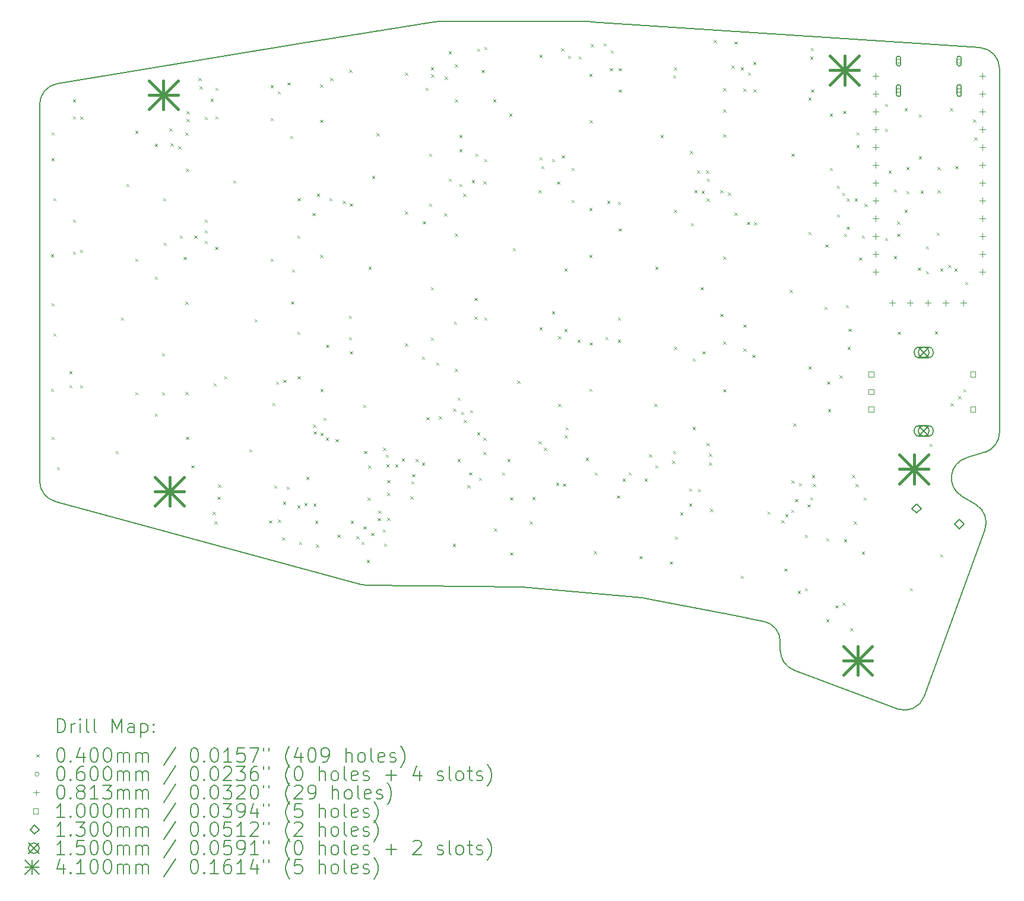
<source format=gbr>
%TF.GenerationSoftware,KiCad,Pcbnew,7.0.7*%
%TF.CreationDate,2024-01-28T17:31:32-05:00*%
%TF.ProjectId,keybear-chocolate,6b657962-6561-4722-9d63-686f636f6c61,v1.0.0*%
%TF.SameCoordinates,Original*%
%TF.FileFunction,Drillmap*%
%TF.FilePolarity,Positive*%
%FSLAX45Y45*%
G04 Gerber Fmt 4.5, Leading zero omitted, Abs format (unit mm)*
G04 Created by KiCad (PCBNEW 7.0.7) date 2024-01-28 17:31:32*
%MOMM*%
%LPD*%
G01*
G04 APERTURE LIST*
%ADD10C,0.150000*%
%ADD11C,0.200000*%
%ADD12C,0.040000*%
%ADD13C,0.060000*%
%ADD14C,0.081280*%
%ADD15C,0.100000*%
%ADD16C,0.130000*%
%ADD17C,0.410000*%
G04 APERTURE END LIST*
D10*
X22609632Y-17445075D02*
X20883058Y-17294019D01*
X24331223Y-17777144D02*
X23926170Y-17698490D01*
X26239029Y-19028326D02*
X24768308Y-18475068D01*
X26239030Y-19028324D02*
G75*
G03*
X26626564Y-18850143I105630J280784D01*
G01*
X17740575Y-9534909D02*
X19636248Y-9228837D01*
X26626564Y-18850143D02*
X27491435Y-16473932D01*
X18603247Y-17255022D02*
X14231398Y-16068107D01*
X27700007Y-9894683D02*
G75*
G03*
X27419942Y-9595346I-299997J3D01*
G01*
X21869962Y-9225664D02*
G75*
G03*
X21850023Y-9225001I-19932J-299216D01*
G01*
X14261044Y-10110475D02*
X17739434Y-9535095D01*
X24573978Y-18071741D02*
G75*
G03*
X24331223Y-17777144I-299998J111D01*
G01*
X14010002Y-15778588D02*
G75*
G03*
X14231398Y-16068107I299998J-2D01*
G01*
X24573940Y-18194169D02*
G75*
G03*
X24768308Y-18475068I300000J-111D01*
G01*
X19684067Y-9225001D02*
G75*
G03*
X19636248Y-9228837I4J-299999D01*
G01*
X24573936Y-18194169D02*
X24573981Y-18071741D01*
X20860681Y-17292901D02*
X18678080Y-17265479D01*
X18603247Y-17255021D02*
G75*
G03*
X18678080Y-17265478I78603J289511D01*
G01*
X27484581Y-15372301D02*
X27229613Y-15447222D01*
X27491437Y-16473932D02*
G75*
G03*
X27363275Y-16113718I-281917J102602D01*
G01*
X14261044Y-10110475D02*
G75*
G03*
X14010004Y-10406453I48956J-295975D01*
G01*
X27700004Y-15084470D02*
X27700004Y-9894683D01*
X23926170Y-17698490D02*
X22640529Y-17449406D01*
X27160438Y-15992659D02*
X27363275Y-16113718D01*
X19684067Y-9225001D02*
X21850023Y-9225001D01*
X21869962Y-9225664D02*
X27419942Y-9595346D01*
X22640529Y-17449406D02*
G75*
G03*
X22609632Y-17445075I-57039J-294504D01*
G01*
X14010004Y-15778589D02*
X14010004Y-10406453D01*
X17740575Y-9534909D02*
G75*
G03*
X17739434Y-9535096I48365J-299481D01*
G01*
X27484581Y-15372304D02*
G75*
G03*
X27700004Y-15084470I-84581J287834D01*
G01*
X27229608Y-15447217D02*
G75*
G03*
X27160438Y-15992659I84582J-287833D01*
G01*
X20883058Y-17294019D02*
G75*
G03*
X20860681Y-17292901I-26148J-298901D01*
G01*
D11*
D12*
X14170000Y-12544400D02*
X14210000Y-12584400D01*
X14210000Y-12544400D02*
X14170000Y-12584400D01*
X14170000Y-14458000D02*
X14210000Y-14498000D01*
X14210000Y-14458000D02*
X14170000Y-14498000D01*
X14178600Y-10800400D02*
X14218600Y-10840400D01*
X14218600Y-10800400D02*
X14178600Y-10840400D01*
X14178600Y-11168700D02*
X14218600Y-11208700D01*
X14218600Y-11168700D02*
X14178600Y-11208700D01*
X14178600Y-13238800D02*
X14218600Y-13278800D01*
X14218600Y-13238800D02*
X14178600Y-13278800D01*
X14178600Y-15143800D02*
X14218600Y-15183800D01*
X14218600Y-15143800D02*
X14178600Y-15183800D01*
X14204000Y-11740200D02*
X14244000Y-11780200D01*
X14244000Y-11740200D02*
X14204000Y-11780200D01*
X14204000Y-13670600D02*
X14244000Y-13710600D01*
X14244000Y-13670600D02*
X14204000Y-13710600D01*
X14254800Y-15575600D02*
X14294800Y-15615600D01*
X14294800Y-15575600D02*
X14254800Y-15615600D01*
X14432600Y-14207750D02*
X14472600Y-14247750D01*
X14472600Y-14207750D02*
X14432600Y-14247750D01*
X14432600Y-14407200D02*
X14472600Y-14447200D01*
X14472600Y-14407200D02*
X14432600Y-14447200D01*
X14483400Y-10334250D02*
X14523400Y-10374250D01*
X14523400Y-10334250D02*
X14483400Y-10374250D01*
X14483400Y-10571800D02*
X14523400Y-10611800D01*
X14523400Y-10571800D02*
X14483400Y-10611800D01*
X14483400Y-12045000D02*
X14523400Y-12085000D01*
X14523400Y-12045000D02*
X14483400Y-12085000D01*
X14483400Y-12502200D02*
X14523400Y-12542200D01*
X14523400Y-12502200D02*
X14483400Y-12542200D01*
X14585000Y-12476800D02*
X14625000Y-12516800D01*
X14625000Y-12476800D02*
X14585000Y-12516800D01*
X14585000Y-14407200D02*
X14625000Y-14447200D01*
X14625000Y-14407200D02*
X14585000Y-14447200D01*
X14591315Y-10578185D02*
X14631315Y-10618185D01*
X14631315Y-10578185D02*
X14591315Y-10618185D01*
X15093000Y-15347000D02*
X15133000Y-15387000D01*
X15133000Y-15347000D02*
X15093000Y-15387000D01*
X15169200Y-13442000D02*
X15209200Y-13482000D01*
X15209200Y-13442000D02*
X15169200Y-13482000D01*
X15245400Y-11537000D02*
X15285400Y-11577000D01*
X15285400Y-11537000D02*
X15245400Y-11577000D01*
X15372400Y-10778950D02*
X15412400Y-10818950D01*
X15412400Y-10778950D02*
X15372400Y-10818950D01*
X15372400Y-12603800D02*
X15412400Y-12643800D01*
X15412400Y-12603800D02*
X15372400Y-12643800D01*
X15372400Y-14508800D02*
X15412400Y-14548800D01*
X15412400Y-14508800D02*
X15372400Y-14548800D01*
X15651800Y-10965500D02*
X15691800Y-11005500D01*
X15691800Y-10965500D02*
X15651800Y-11005500D01*
X15651800Y-12857800D02*
X15691800Y-12897800D01*
X15691800Y-12857800D02*
X15651800Y-12897800D01*
X15651800Y-14813600D02*
X15691800Y-14853600D01*
X15691800Y-14813600D02*
X15651800Y-14853600D01*
X15753400Y-13950000D02*
X15793400Y-13990000D01*
X15793400Y-13950000D02*
X15753400Y-13990000D01*
X15753400Y-14508800D02*
X15793400Y-14548800D01*
X15793400Y-14508800D02*
X15753400Y-14548800D01*
X15770000Y-11740200D02*
X15810000Y-11780200D01*
X15810000Y-11740200D02*
X15770000Y-11780200D01*
X15778800Y-12375200D02*
X15818800Y-12415200D01*
X15818800Y-12375200D02*
X15778800Y-12415200D01*
X15857110Y-10746630D02*
X15897110Y-10786630D01*
X15897110Y-10746630D02*
X15857110Y-10786630D01*
X15878290Y-10960850D02*
X15918290Y-11000850D01*
X15918290Y-10960850D02*
X15878290Y-11000850D01*
X15987080Y-10998520D02*
X16027080Y-11038520D01*
X16027080Y-10998520D02*
X15987080Y-11038520D01*
X16007400Y-12273600D02*
X16047400Y-12313600D01*
X16047400Y-12273600D02*
X16007400Y-12313600D01*
X16063280Y-12578400D02*
X16103280Y-12618400D01*
X16103280Y-12578400D02*
X16063280Y-12618400D01*
X16088680Y-10802940D02*
X16128680Y-10842940D01*
X16128680Y-10802940D02*
X16088680Y-10842940D01*
X16088680Y-13218480D02*
X16128680Y-13258480D01*
X16128680Y-13218480D02*
X16088680Y-13258480D01*
X16088680Y-14503720D02*
X16128680Y-14543720D01*
X16128680Y-14503720D02*
X16088680Y-14543720D01*
X16093760Y-15143800D02*
X16133760Y-15183800D01*
X16133760Y-15143800D02*
X16093760Y-15183800D01*
X16096300Y-11321100D02*
X16136300Y-11361100D01*
X16136300Y-11321100D02*
X16096300Y-11361100D01*
X16106050Y-10500980D02*
X16146050Y-10540980D01*
X16146050Y-10500980D02*
X16106050Y-10540980D01*
X16106050Y-10609900D02*
X16146050Y-10649900D01*
X16146050Y-10609900D02*
X16106050Y-10649900D01*
X16172070Y-15550630D02*
X16212070Y-15590630D01*
X16212070Y-15550630D02*
X16172070Y-15590630D01*
X16214350Y-12273600D02*
X16254350Y-12313600D01*
X16254350Y-12273600D02*
X16214350Y-12313600D01*
X16276640Y-10025700D02*
X16316640Y-10065700D01*
X16316640Y-10025700D02*
X16276640Y-10065700D01*
X16287640Y-10143380D02*
X16327640Y-10183380D01*
X16327640Y-10143380D02*
X16287640Y-10183380D01*
X16363000Y-10582500D02*
X16403000Y-10622500D01*
X16403000Y-10582500D02*
X16363000Y-10622500D01*
X16363000Y-12045000D02*
X16403000Y-12085000D01*
X16403000Y-12045000D02*
X16363000Y-12085000D01*
X16363000Y-12197400D02*
X16403000Y-12237400D01*
X16403000Y-12197400D02*
X16363000Y-12237400D01*
X16363000Y-12349800D02*
X16403000Y-12389800D01*
X16403000Y-12349800D02*
X16363000Y-12389800D01*
X16446820Y-10325420D02*
X16486820Y-10365420D01*
X16486820Y-10325420D02*
X16446820Y-10365420D01*
X16475942Y-16216862D02*
X16515942Y-16256862D01*
X16515942Y-16216862D02*
X16475942Y-16256862D01*
X16490000Y-14381800D02*
X16530000Y-14421800D01*
X16530000Y-14381800D02*
X16490000Y-14421800D01*
X16505240Y-16352840D02*
X16545240Y-16392840D01*
X16545240Y-16352840D02*
X16505240Y-16392840D01*
X16507780Y-12434750D02*
X16547780Y-12474750D01*
X16547780Y-12434750D02*
X16507780Y-12474750D01*
X16515400Y-10165400D02*
X16555400Y-10205400D01*
X16555400Y-10165400D02*
X16515400Y-10205400D01*
X16515400Y-10571800D02*
X16555400Y-10611800D01*
X16555400Y-10571800D02*
X16515400Y-10611800D01*
X16546105Y-15999145D02*
X16586105Y-16039145D01*
X16586105Y-15999145D02*
X16546105Y-16039145D01*
X16550960Y-15829195D02*
X16590960Y-15869195D01*
X16590960Y-15829195D02*
X16550960Y-15869195D01*
X16642400Y-14280200D02*
X16682400Y-14320200D01*
X16682400Y-14280200D02*
X16642400Y-14320200D01*
X16769400Y-11486200D02*
X16809400Y-11526200D01*
X16809400Y-11486200D02*
X16769400Y-11526200D01*
X16998000Y-15321600D02*
X17038000Y-15361600D01*
X17038000Y-15321600D02*
X16998000Y-15361600D01*
X17074200Y-13467400D02*
X17114200Y-13507400D01*
X17114200Y-13467400D02*
X17074200Y-13507400D01*
X17282480Y-16337600D02*
X17322480Y-16377600D01*
X17322480Y-16337600D02*
X17282480Y-16377600D01*
X17302800Y-10127300D02*
X17342800Y-10167300D01*
X17342800Y-10127300D02*
X17302800Y-10167300D01*
X17302800Y-10597200D02*
X17342800Y-10637200D01*
X17342800Y-10597200D02*
X17302800Y-10637200D01*
X17302800Y-12603800D02*
X17342800Y-12643800D01*
X17342800Y-12603800D02*
X17302800Y-12643800D01*
X17328200Y-14661200D02*
X17368200Y-14701200D01*
X17368200Y-14661200D02*
X17328200Y-14701200D01*
X17353600Y-15838550D02*
X17393600Y-15878550D01*
X17393600Y-15838550D02*
X17353600Y-15878550D01*
X17379000Y-14356400D02*
X17419000Y-14396400D01*
X17419000Y-14356400D02*
X17379000Y-14396400D01*
X17404400Y-10216200D02*
X17444400Y-10256200D01*
X17444400Y-10216200D02*
X17404400Y-10256200D01*
X17409480Y-16324900D02*
X17449480Y-16364900D01*
X17449480Y-16324900D02*
X17409480Y-16364900D01*
X17465425Y-16579696D02*
X17505425Y-16619696D01*
X17505425Y-16579696D02*
X17465425Y-16619696D01*
X17480600Y-16070900D02*
X17520600Y-16110900D01*
X17520600Y-16070900D02*
X17480600Y-16110900D01*
X17484350Y-14331000D02*
X17524350Y-14371000D01*
X17524350Y-14331000D02*
X17484350Y-14371000D01*
X17531400Y-15855000D02*
X17571400Y-15895000D01*
X17571400Y-15855000D02*
X17531400Y-15895000D01*
X17544100Y-10089200D02*
X17584100Y-10129200D01*
X17584100Y-10089200D02*
X17544100Y-10129200D01*
X17582200Y-10851200D02*
X17622200Y-10891200D01*
X17622200Y-10851200D02*
X17582200Y-10891200D01*
X17594900Y-13213400D02*
X17634900Y-13253400D01*
X17634900Y-13213400D02*
X17594900Y-13253400D01*
X17607600Y-12756200D02*
X17647600Y-12796200D01*
X17647600Y-12756200D02*
X17607600Y-12796200D01*
X17683800Y-12273600D02*
X17723800Y-12313600D01*
X17723800Y-12273600D02*
X17683800Y-12313600D01*
X17683800Y-13645200D02*
X17723800Y-13685200D01*
X17723800Y-13645200D02*
X17683800Y-13685200D01*
X17683800Y-16121700D02*
X17723800Y-16161700D01*
X17723800Y-16121700D02*
X17683800Y-16161700D01*
X17690000Y-11740200D02*
X17730000Y-11780200D01*
X17730000Y-11740200D02*
X17690000Y-11780200D01*
X17690000Y-14280200D02*
X17730000Y-14320200D01*
X17730000Y-14280200D02*
X17690000Y-14320200D01*
X17709200Y-16642400D02*
X17749200Y-16682400D01*
X17749200Y-16642400D02*
X17709200Y-16682400D01*
X17785400Y-16086511D02*
X17825400Y-16126511D01*
X17825400Y-16086511D02*
X17785400Y-16126511D01*
X17810800Y-15715300D02*
X17850800Y-15755300D01*
X17850800Y-15715300D02*
X17810800Y-15755300D01*
X17897160Y-11953560D02*
X17937160Y-11993560D01*
X17937160Y-11953560D02*
X17897160Y-11993560D01*
X17909911Y-14969349D02*
X17949911Y-15009349D01*
X17949911Y-14969349D02*
X17909911Y-15009349D01*
X17912400Y-16098950D02*
X17952400Y-16138950D01*
X17952400Y-16098950D02*
X17912400Y-16138950D01*
X17913286Y-15069242D02*
X17953286Y-15109242D01*
X17953286Y-15069242D02*
X17913286Y-15109242D01*
X17937800Y-16343950D02*
X17977800Y-16383950D01*
X17977800Y-16343950D02*
X17937800Y-16383950D01*
X17948388Y-16684250D02*
X17988388Y-16724250D01*
X17988388Y-16684250D02*
X17948388Y-16724250D01*
X17963200Y-11676700D02*
X18003200Y-11716700D01*
X18003200Y-11676700D02*
X17963200Y-11716700D01*
X18008920Y-10622600D02*
X18048920Y-10662600D01*
X18048920Y-10622600D02*
X18008920Y-10662600D01*
X18008920Y-12547920D02*
X18048920Y-12587920D01*
X18048920Y-12547920D02*
X18008920Y-12587920D01*
X18010000Y-10122500D02*
X18050000Y-10162500D01*
X18050000Y-10122500D02*
X18010000Y-10162500D01*
X18012457Y-15089250D02*
X18052457Y-15129250D01*
X18052457Y-15089250D02*
X18012457Y-15129250D01*
X18014000Y-14463080D02*
X18054000Y-14503080D01*
X18054000Y-14463080D02*
X18014000Y-14503080D01*
X18055019Y-14874181D02*
X18095019Y-14914181D01*
X18095019Y-14874181D02*
X18055019Y-14914181D01*
X18090630Y-15156070D02*
X18130630Y-15196070D01*
X18130630Y-15156070D02*
X18090630Y-15196070D01*
X18095280Y-13833160D02*
X18135280Y-13873160D01*
X18135280Y-13833160D02*
X18095280Y-13873160D01*
X18141000Y-11740200D02*
X18181000Y-11780200D01*
X18181000Y-11740200D02*
X18141000Y-11780200D01*
X18153700Y-10025700D02*
X18193700Y-10065700D01*
X18193700Y-10025700D02*
X18153700Y-10065700D01*
X18229900Y-15178150D02*
X18269900Y-15218150D01*
X18269900Y-15178150D02*
X18229900Y-15218150D01*
X18255300Y-16540800D02*
X18295300Y-16580800D01*
X18295300Y-16540800D02*
X18255300Y-16580800D01*
X18331500Y-11778300D02*
X18371500Y-11818300D01*
X18371500Y-11778300D02*
X18331500Y-11818300D01*
X18420400Y-13416600D02*
X18460400Y-13456600D01*
X18460400Y-13416600D02*
X18420400Y-13456600D01*
X18420400Y-13721400D02*
X18460400Y-13761400D01*
X18460400Y-13721400D02*
X18420400Y-13761400D01*
X18427180Y-9905480D02*
X18467180Y-9945480D01*
X18467180Y-9905480D02*
X18427180Y-9945480D01*
X18433100Y-11816400D02*
X18473100Y-11856400D01*
X18473100Y-11816400D02*
X18433100Y-11856400D01*
X18433100Y-13924600D02*
X18473100Y-13964600D01*
X18473100Y-13924600D02*
X18433100Y-13964600D01*
X18445800Y-16341550D02*
X18485800Y-16381550D01*
X18485800Y-16341550D02*
X18445800Y-16381550D01*
X18525431Y-16562769D02*
X18565431Y-16602769D01*
X18565431Y-16562769D02*
X18525431Y-16602769D01*
X18598200Y-16642400D02*
X18638200Y-16682400D01*
X18638200Y-16642400D02*
X18598200Y-16682400D01*
X18623600Y-14686600D02*
X18663600Y-14726600D01*
X18663600Y-14686600D02*
X18623600Y-14726600D01*
X18626519Y-16423581D02*
X18666519Y-16463581D01*
X18666519Y-16423581D02*
X18626519Y-16463581D01*
X18636300Y-15347000D02*
X18676300Y-15387000D01*
X18676300Y-15347000D02*
X18636300Y-15387000D01*
X18672832Y-16903220D02*
X18712832Y-16943220D01*
X18712832Y-16903220D02*
X18672832Y-16943220D01*
X18687100Y-16011350D02*
X18727100Y-16051350D01*
X18727100Y-16011350D02*
X18687100Y-16051350D01*
X18693450Y-15556550D02*
X18733450Y-15596550D01*
X18733450Y-15556550D02*
X18693450Y-15596550D01*
X18699800Y-12718100D02*
X18739800Y-12758100D01*
X18739800Y-12718100D02*
X18699800Y-12758100D01*
X18737400Y-16515900D02*
X18777400Y-16555900D01*
X18777400Y-16515900D02*
X18737400Y-16555900D01*
X18750600Y-11422700D02*
X18790600Y-11462700D01*
X18790600Y-11422700D02*
X18750600Y-11462700D01*
X18814100Y-10813100D02*
X18854100Y-10853100D01*
X18854100Y-10813100D02*
X18814100Y-10853100D01*
X18833150Y-16305850D02*
X18873150Y-16345850D01*
X18873150Y-16305850D02*
X18833150Y-16345850D01*
X18841116Y-16199516D02*
X18881116Y-16239516D01*
X18881116Y-16199516D02*
X18841116Y-16239516D01*
X18903000Y-16464600D02*
X18943000Y-16504600D01*
X18943000Y-16464600D02*
X18903000Y-16504600D01*
X18905317Y-15298936D02*
X18945317Y-15338936D01*
X18945317Y-15298936D02*
X18905317Y-15338936D01*
X18919450Y-16670000D02*
X18959450Y-16710000D01*
X18959450Y-16670000D02*
X18919450Y-16710000D01*
X18944441Y-15397800D02*
X18984441Y-15437800D01*
X18984441Y-15397800D02*
X18944441Y-15437800D01*
X18953800Y-15537927D02*
X18993800Y-15577927D01*
X18993800Y-15537927D02*
X18953800Y-15577927D01*
X18966500Y-15762150D02*
X19006500Y-15802150D01*
X19006500Y-15762150D02*
X18966500Y-15802150D01*
X18966500Y-15943900D02*
X19006500Y-15983900D01*
X19006500Y-15943900D02*
X18966500Y-15983900D01*
X18966500Y-16299500D02*
X19006500Y-16339500D01*
X19006500Y-16299500D02*
X18966500Y-16339500D01*
X19080800Y-15537500D02*
X19120800Y-15577500D01*
X19120800Y-15537500D02*
X19080800Y-15577500D01*
X19173450Y-15451750D02*
X19213450Y-15491750D01*
X19213450Y-15451750D02*
X19173450Y-15491750D01*
X19220500Y-9949500D02*
X19260500Y-9989500D01*
X19260500Y-9949500D02*
X19220500Y-9989500D01*
X19220500Y-11930700D02*
X19260500Y-11970700D01*
X19260500Y-11930700D02*
X19220500Y-11970700D01*
X19220500Y-13810300D02*
X19260500Y-13850300D01*
X19260500Y-13810300D02*
X19220500Y-13850300D01*
X19296700Y-15994700D02*
X19336700Y-16034700D01*
X19336700Y-15994700D02*
X19296700Y-16034700D01*
X19309400Y-15778800D02*
X19349400Y-15818800D01*
X19349400Y-15778800D02*
X19309400Y-15818800D01*
X19322100Y-15677200D02*
X19362100Y-15717200D01*
X19362100Y-15677200D02*
X19322100Y-15717200D01*
X19372900Y-15461300D02*
X19412900Y-15501300D01*
X19412900Y-15461300D02*
X19372900Y-15501300D01*
X19461800Y-14000800D02*
X19501800Y-14040800D01*
X19501800Y-14000800D02*
X19461800Y-14040800D01*
X19461800Y-15515850D02*
X19501800Y-15555850D01*
X19501800Y-15515850D02*
X19461800Y-15555850D01*
X19474500Y-12070400D02*
X19514500Y-12110400D01*
X19514500Y-12070400D02*
X19474500Y-12110400D01*
X19512600Y-10165400D02*
X19552600Y-10205400D01*
X19552600Y-10165400D02*
X19512600Y-10205400D01*
X19525300Y-14864400D02*
X19565300Y-14904400D01*
X19565300Y-14864400D02*
X19525300Y-14904400D01*
X19563400Y-11105200D02*
X19603400Y-11145200D01*
X19603400Y-11105200D02*
X19563400Y-11145200D01*
X19563400Y-11816400D02*
X19603400Y-11856400D01*
X19603400Y-11816400D02*
X19563400Y-11856400D01*
X19588800Y-9873300D02*
X19628800Y-9913300D01*
X19628800Y-9873300D02*
X19588800Y-9913300D01*
X19588800Y-13010200D02*
X19628800Y-13050200D01*
X19628800Y-13010200D02*
X19588800Y-13050200D01*
X19588800Y-13730150D02*
X19628800Y-13770150D01*
X19628800Y-13730150D02*
X19588800Y-13770150D01*
X19593067Y-9973159D02*
X19633067Y-10013159D01*
X19633067Y-9973159D02*
X19593067Y-10013159D01*
X19665000Y-14085750D02*
X19705000Y-14125750D01*
X19705000Y-14085750D02*
X19665000Y-14125750D01*
X19703100Y-14851700D02*
X19743100Y-14891700D01*
X19743100Y-14851700D02*
X19703100Y-14891700D01*
X19779300Y-11956100D02*
X19819300Y-11996100D01*
X19819300Y-11956100D02*
X19779300Y-11996100D01*
X19789978Y-10009250D02*
X19829978Y-10049250D01*
X19829978Y-10009250D02*
X19789978Y-10049250D01*
X19842800Y-9644700D02*
X19882800Y-9684700D01*
X19882800Y-9644700D02*
X19842800Y-9684700D01*
X19842800Y-11460800D02*
X19882800Y-11500800D01*
X19882800Y-11460800D02*
X19842800Y-11500800D01*
X19901220Y-16670340D02*
X19941220Y-16710340D01*
X19941220Y-16670340D02*
X19901220Y-16710340D01*
X19906300Y-14742450D02*
X19946300Y-14782450D01*
X19946300Y-14742450D02*
X19906300Y-14782450D01*
X19919000Y-13502960D02*
X19959000Y-13542960D01*
X19959000Y-13502960D02*
X19919000Y-13542960D01*
X19929160Y-10333040D02*
X19969160Y-10373040D01*
X19969160Y-10333040D02*
X19929160Y-10373040D01*
X19929160Y-12243120D02*
X19969160Y-12283120D01*
X19969160Y-12243120D02*
X19929160Y-12283120D01*
X19929160Y-14173520D02*
X19969160Y-14213520D01*
X19969160Y-14173520D02*
X19929160Y-14213520D01*
X19930000Y-9833500D02*
X19970000Y-9873500D01*
X19970000Y-9833500D02*
X19930000Y-9873500D01*
X19969370Y-14585430D02*
X20009370Y-14625430D01*
X20009370Y-14585430D02*
X19969370Y-14625430D01*
X19969800Y-15461300D02*
X20009800Y-15501300D01*
X20009800Y-15461300D02*
X19969800Y-15501300D01*
X19995200Y-10838500D02*
X20035200Y-10878500D01*
X20035200Y-10838500D02*
X19995200Y-10878500D01*
X19995200Y-11041700D02*
X20035200Y-11081700D01*
X20035200Y-11041700D02*
X19995200Y-11081700D01*
X19995200Y-11537000D02*
X20035200Y-11577000D01*
X20035200Y-11537000D02*
X19995200Y-11577000D01*
X20020600Y-14788200D02*
X20060600Y-14828200D01*
X20060600Y-14788200D02*
X20020600Y-14828200D01*
X20051080Y-11679240D02*
X20091080Y-11719240D01*
X20091080Y-11679240D02*
X20051080Y-11719240D01*
X20058700Y-14902500D02*
X20098700Y-14942500D01*
X20098700Y-14902500D02*
X20058700Y-14942500D01*
X20112040Y-15834680D02*
X20152040Y-15874680D01*
X20152040Y-15834680D02*
X20112040Y-15874680D01*
X20134900Y-15651800D02*
X20174900Y-15691800D01*
X20174900Y-15651800D02*
X20134900Y-15691800D01*
X20147170Y-14763230D02*
X20187170Y-14803230D01*
X20187170Y-14763230D02*
X20147170Y-14803230D01*
X20173000Y-11482450D02*
X20213000Y-11522450D01*
X20213000Y-11482450D02*
X20173000Y-11522450D01*
X20211100Y-13162600D02*
X20251100Y-13202600D01*
X20251100Y-13162600D02*
X20211100Y-13202600D01*
X20211100Y-13429300D02*
X20251100Y-13469300D01*
X20251100Y-13429300D02*
X20211100Y-13469300D01*
X20223800Y-11105200D02*
X20263800Y-11145200D01*
X20263800Y-11105200D02*
X20223800Y-11145200D01*
X20249200Y-9606600D02*
X20289200Y-9646600D01*
X20289200Y-9606600D02*
X20249200Y-9646600D01*
X20249200Y-15080300D02*
X20289200Y-15120300D01*
X20289200Y-15080300D02*
X20249200Y-15120300D01*
X20274600Y-15728000D02*
X20314600Y-15768000D01*
X20314600Y-15728000D02*
X20274600Y-15768000D01*
X20312700Y-9911400D02*
X20352700Y-9951400D01*
X20352700Y-9911400D02*
X20312700Y-9951400D01*
X20338100Y-11498900D02*
X20378100Y-11538900D01*
X20378100Y-11498900D02*
X20338100Y-11538900D01*
X20338100Y-15156500D02*
X20378100Y-15196500D01*
X20378100Y-15156500D02*
X20338100Y-15196500D01*
X20338100Y-15359700D02*
X20378100Y-15399700D01*
X20378100Y-15359700D02*
X20338100Y-15399700D01*
X20350800Y-9581200D02*
X20390800Y-9621200D01*
X20390800Y-9581200D02*
X20350800Y-9621200D01*
X20350800Y-11181400D02*
X20390800Y-11221400D01*
X20390800Y-11181400D02*
X20350800Y-11221400D01*
X20350800Y-13442000D02*
X20390800Y-13482000D01*
X20390800Y-13442000D02*
X20350800Y-13482000D01*
X20477800Y-10330500D02*
X20517800Y-10370500D01*
X20517800Y-10330500D02*
X20477800Y-10370500D01*
X20487960Y-16454440D02*
X20527960Y-16494440D01*
X20527960Y-16454440D02*
X20487960Y-16494440D01*
X20604800Y-15651800D02*
X20644800Y-15691800D01*
X20644800Y-15651800D02*
X20604800Y-15691800D01*
X20681000Y-15465250D02*
X20721000Y-15505250D01*
X20721000Y-15465250D02*
X20681000Y-15505250D01*
X20706400Y-10533700D02*
X20746400Y-10573700D01*
X20746400Y-10533700D02*
X20706400Y-10573700D01*
X20719100Y-16007400D02*
X20759100Y-16047400D01*
X20759100Y-16007400D02*
X20719100Y-16047400D01*
X20719100Y-16794800D02*
X20759100Y-16834800D01*
X20759100Y-16794800D02*
X20719100Y-16834800D01*
X20757200Y-12451400D02*
X20797200Y-12491400D01*
X20797200Y-12451400D02*
X20757200Y-12491400D01*
X20820700Y-14343700D02*
X20860700Y-14383700D01*
X20860700Y-14343700D02*
X20820700Y-14383700D01*
X21001040Y-16352840D02*
X21041040Y-16392840D01*
X21041040Y-16352840D02*
X21001040Y-16392840D01*
X21036600Y-16002320D02*
X21076600Y-16042320D01*
X21076600Y-16002320D02*
X21036600Y-16042320D01*
X21125500Y-11625900D02*
X21165500Y-11665900D01*
X21165500Y-11625900D02*
X21125500Y-11665900D01*
X21125500Y-15207300D02*
X21165500Y-15247300D01*
X21165500Y-15207300D02*
X21125500Y-15247300D01*
X21138200Y-9698450D02*
X21178200Y-9738450D01*
X21178200Y-9698450D02*
X21138200Y-9738450D01*
X21138200Y-11156000D02*
X21178200Y-11196000D01*
X21178200Y-11156000D02*
X21138200Y-11196000D01*
X21138200Y-13581700D02*
X21178200Y-13621700D01*
X21178200Y-13581700D02*
X21138200Y-13621700D01*
X21163600Y-11283000D02*
X21203600Y-11323000D01*
X21203600Y-11283000D02*
X21163600Y-11323000D01*
X21201700Y-15298500D02*
X21241700Y-15338500D01*
X21241700Y-15298500D02*
X21201700Y-15338500D01*
X21316000Y-11181400D02*
X21356000Y-11221400D01*
X21356000Y-11181400D02*
X21316000Y-11221400D01*
X21316000Y-13353100D02*
X21356000Y-13393100D01*
X21356000Y-13353100D02*
X21316000Y-13393100D01*
X21373812Y-15803657D02*
X21413812Y-15843657D01*
X21413812Y-15803657D02*
X21373812Y-15843657D01*
X21385850Y-11505250D02*
X21425850Y-11545250D01*
X21425850Y-11505250D02*
X21385850Y-11545250D01*
X21404900Y-13708700D02*
X21444900Y-13748700D01*
X21444900Y-13708700D02*
X21404900Y-13748700D01*
X21404900Y-14673900D02*
X21444900Y-14713900D01*
X21444900Y-14673900D02*
X21404900Y-14713900D01*
X21448080Y-9601520D02*
X21488080Y-9641520D01*
X21488080Y-9601520D02*
X21448080Y-9641520D01*
X21457550Y-11130600D02*
X21497550Y-11170600D01*
X21497550Y-11130600D02*
X21457550Y-11170600D01*
X21473311Y-15813150D02*
X21513311Y-15853150D01*
X21513311Y-15813150D02*
X21473311Y-15853150D01*
X21493800Y-12743500D02*
X21533800Y-12783500D01*
X21533800Y-12743500D02*
X21493800Y-12783500D01*
X21493800Y-13607100D02*
X21533800Y-13647100D01*
X21533800Y-13607100D02*
X21493800Y-13647100D01*
X21498180Y-15126720D02*
X21538180Y-15166720D01*
X21538180Y-15126720D02*
X21498180Y-15166720D01*
X21510450Y-15010450D02*
X21550450Y-15050450D01*
X21550450Y-15010450D02*
X21510450Y-15050450D01*
X21544600Y-9708200D02*
X21584600Y-9748200D01*
X21584600Y-9708200D02*
X21544600Y-9748200D01*
X21595400Y-11308400D02*
X21635400Y-11348400D01*
X21635400Y-11308400D02*
X21595400Y-11348400D01*
X21595400Y-11765600D02*
X21635400Y-11805600D01*
X21635400Y-11765600D02*
X21595400Y-11805600D01*
X21680350Y-13759500D02*
X21720350Y-13799500D01*
X21720350Y-13759500D02*
X21680350Y-13799500D01*
X21697000Y-9718360D02*
X21737000Y-9758360D01*
X21737000Y-9718360D02*
X21697000Y-9758360D01*
X21798600Y-15445950D02*
X21838600Y-15485950D01*
X21838600Y-15445950D02*
X21798600Y-15485950D01*
X21849400Y-9967280D02*
X21889400Y-10007280D01*
X21889400Y-9967280D02*
X21849400Y-10007280D01*
X21849400Y-11882440D02*
X21889400Y-11922440D01*
X21889400Y-11882440D02*
X21849400Y-11922440D01*
X21849400Y-12547920D02*
X21889400Y-12587920D01*
X21889400Y-12547920D02*
X21849400Y-12587920D01*
X21849400Y-14458000D02*
X21889400Y-14498000D01*
X21889400Y-14458000D02*
X21849400Y-14498000D01*
X21854480Y-10627680D02*
X21894480Y-10667680D01*
X21894480Y-10627680D02*
X21854480Y-10667680D01*
X21854480Y-13797600D02*
X21894480Y-13837600D01*
X21894480Y-13797600D02*
X21854480Y-13837600D01*
X21872260Y-9543100D02*
X21912260Y-9583100D01*
X21912260Y-9543100D02*
X21872260Y-9583100D01*
X21912900Y-16777020D02*
X21952900Y-16817020D01*
X21952900Y-16777020D02*
X21912900Y-16817020D01*
X21925600Y-15651800D02*
X21965600Y-15691800D01*
X21965600Y-15651800D02*
X21925600Y-15691800D01*
X22052600Y-9530400D02*
X22092600Y-9570400D01*
X22092600Y-9530400D02*
X22052600Y-9570400D01*
X22078000Y-13721400D02*
X22118000Y-13761400D01*
X22118000Y-13721400D02*
X22078000Y-13761400D01*
X22103400Y-11778300D02*
X22143400Y-11818300D01*
X22143400Y-11778300D02*
X22103400Y-11818300D01*
X22141500Y-9886000D02*
X22181500Y-9926000D01*
X22181500Y-9886000D02*
X22141500Y-9926000D01*
X22154200Y-9632000D02*
X22194200Y-9672000D01*
X22194200Y-9632000D02*
X22154200Y-9672000D01*
X22243100Y-15982000D02*
X22283100Y-16022000D01*
X22283100Y-15982000D02*
X22243100Y-16022000D01*
X22255800Y-11791000D02*
X22295800Y-11831000D01*
X22295800Y-11791000D02*
X22255800Y-11831000D01*
X22255800Y-13442000D02*
X22295800Y-13482000D01*
X22295800Y-13442000D02*
X22255800Y-13482000D01*
X22255800Y-13759500D02*
X22295800Y-13799500D01*
X22295800Y-13759500D02*
X22255800Y-13799500D01*
X22268500Y-9886000D02*
X22308500Y-9926000D01*
X22308500Y-9886000D02*
X22268500Y-9926000D01*
X22268500Y-10190800D02*
X22308500Y-10230800D01*
X22308500Y-10190800D02*
X22268500Y-10230800D01*
X22268500Y-12172000D02*
X22308500Y-12212000D01*
X22308500Y-12172000D02*
X22268500Y-12212000D01*
X22323986Y-15741762D02*
X22363986Y-15781762D01*
X22363986Y-15741762D02*
X22323986Y-15781762D01*
X22408200Y-15651800D02*
X22448200Y-15691800D01*
X22448200Y-15651800D02*
X22408200Y-15691800D01*
X22565650Y-16845780D02*
X22605650Y-16885780D01*
X22605650Y-16845780D02*
X22565650Y-16885780D01*
X22636800Y-15740700D02*
X22676800Y-15780700D01*
X22676800Y-15740700D02*
X22636800Y-15780700D01*
X22700730Y-15396862D02*
X22740730Y-15436862D01*
X22740730Y-15396862D02*
X22700730Y-15436862D01*
X22776500Y-14673900D02*
X22816500Y-14713900D01*
X22816500Y-14673900D02*
X22776500Y-14713900D01*
X22789200Y-12718100D02*
X22829200Y-12758100D01*
X22829200Y-12718100D02*
X22789200Y-12758100D01*
X22789200Y-15550200D02*
X22829200Y-15590200D01*
X22829200Y-15550200D02*
X22789200Y-15590200D01*
X22865400Y-10838500D02*
X22905400Y-10878500D01*
X22905400Y-10838500D02*
X22865400Y-10878500D01*
X22996150Y-16923170D02*
X23036150Y-16963170D01*
X23036150Y-16923170D02*
X22996150Y-16963170D01*
X23030500Y-15486700D02*
X23070500Y-15526700D01*
X23070500Y-15486700D02*
X23030500Y-15526700D01*
X23043200Y-9987600D02*
X23083200Y-10027600D01*
X23083200Y-9987600D02*
X23043200Y-10027600D01*
X23043200Y-15347000D02*
X23083200Y-15387000D01*
X23083200Y-15347000D02*
X23043200Y-15387000D01*
X23055900Y-9873300D02*
X23095900Y-9913300D01*
X23095900Y-9873300D02*
X23055900Y-9913300D01*
X23055900Y-11905300D02*
X23095900Y-11945300D01*
X23095900Y-11905300D02*
X23055900Y-11945300D01*
X23055900Y-13861100D02*
X23095900Y-13901100D01*
X23095900Y-13861100D02*
X23055900Y-13901100D01*
X23068600Y-16566200D02*
X23108600Y-16606200D01*
X23108600Y-16566200D02*
X23068600Y-16606200D01*
X23144800Y-16223300D02*
X23184800Y-16263300D01*
X23184800Y-16223300D02*
X23144800Y-16263300D01*
X23271800Y-15880400D02*
X23311800Y-15920400D01*
X23311800Y-15880400D02*
X23271800Y-15920400D01*
X23271800Y-16096300D02*
X23311800Y-16136300D01*
X23311800Y-16096300D02*
X23271800Y-16136300D01*
X23284500Y-11067100D02*
X23324500Y-11107100D01*
X23324500Y-11067100D02*
X23284500Y-11107100D01*
X23297200Y-12095800D02*
X23337200Y-12135800D01*
X23337200Y-12095800D02*
X23297200Y-12135800D01*
X23322600Y-14026200D02*
X23362600Y-14066200D01*
X23362600Y-14026200D02*
X23322600Y-14066200D01*
X23322600Y-15004100D02*
X23362600Y-15044100D01*
X23362600Y-15004100D02*
X23322600Y-15044100D01*
X23348000Y-11629050D02*
X23388000Y-11669050D01*
X23388000Y-11629050D02*
X23348000Y-11669050D01*
X23386100Y-11346500D02*
X23426100Y-11386500D01*
X23426100Y-11346500D02*
X23386100Y-11386500D01*
X23398800Y-15889150D02*
X23438800Y-15929150D01*
X23438800Y-15889150D02*
X23398800Y-15929150D01*
X23436900Y-13010200D02*
X23476900Y-13050200D01*
X23476900Y-13010200D02*
X23436900Y-13050200D01*
X23449600Y-11633520D02*
X23489600Y-11673520D01*
X23489600Y-11633520D02*
X23449600Y-11673520D01*
X23462300Y-13924600D02*
X23502300Y-13964600D01*
X23502300Y-13924600D02*
X23462300Y-13964600D01*
X23512670Y-11346930D02*
X23552670Y-11386930D01*
X23552670Y-11346930D02*
X23512670Y-11386930D01*
X23522450Y-15232700D02*
X23562450Y-15272700D01*
X23562450Y-15232700D02*
X23522450Y-15272700D01*
X23523634Y-11746566D02*
X23563634Y-11786566D01*
X23563634Y-11746566D02*
X23523634Y-11786566D01*
X23525800Y-11460800D02*
X23565800Y-11500800D01*
X23565800Y-11460800D02*
X23525800Y-11500800D01*
X23554350Y-15385100D02*
X23594350Y-15425100D01*
X23594350Y-15385100D02*
X23554350Y-15425100D01*
X23554350Y-15512100D02*
X23594350Y-15552100D01*
X23594350Y-15512100D02*
X23554350Y-15552100D01*
X23573801Y-16175480D02*
X23613801Y-16215480D01*
X23613801Y-16175480D02*
X23573801Y-16215480D01*
X23624860Y-9484680D02*
X23664860Y-9524680D01*
X23664860Y-9484680D02*
X23624860Y-9524680D01*
X23716300Y-11625900D02*
X23756300Y-11665900D01*
X23756300Y-11625900D02*
X23716300Y-11665900D01*
X23716300Y-13391200D02*
X23756300Y-13431200D01*
X23756300Y-13391200D02*
X23716300Y-13431200D01*
X23756940Y-10830880D02*
X23796940Y-10870880D01*
X23796940Y-10830880D02*
X23756940Y-10870880D01*
X23759480Y-10475280D02*
X23799480Y-10515280D01*
X23799480Y-10475280D02*
X23759480Y-10515280D01*
X23759480Y-12573320D02*
X23799480Y-12613320D01*
X23799480Y-12573320D02*
X23759480Y-12613320D01*
X23759480Y-13787440D02*
X23799480Y-13827440D01*
X23799480Y-13787440D02*
X23759480Y-13827440D01*
X23759480Y-14468160D02*
X23799480Y-14508160D01*
X23799480Y-14468160D02*
X23759480Y-14508160D01*
X23760000Y-10173020D02*
X23800000Y-10213020D01*
X23800000Y-10173020D02*
X23760000Y-10213020D01*
X23823820Y-11658080D02*
X23863820Y-11698080D01*
X23863820Y-11658080D02*
X23823820Y-11698080D01*
X23878860Y-9851650D02*
X23918860Y-9891650D01*
X23918860Y-9851650D02*
X23878860Y-9891650D01*
X23916960Y-11948480D02*
X23956960Y-11988480D01*
X23956960Y-11948480D02*
X23916960Y-11988480D01*
X23919500Y-9505000D02*
X23959500Y-9545000D01*
X23959500Y-9505000D02*
X23919500Y-9545000D01*
X24008400Y-9873300D02*
X24048400Y-9913300D01*
X24048400Y-9873300D02*
X24008400Y-9913300D01*
X24008400Y-17125000D02*
X24048400Y-17165000D01*
X24048400Y-17125000D02*
X24008400Y-17165000D01*
X24046500Y-10181250D02*
X24086500Y-10221250D01*
X24086500Y-10181250D02*
X24046500Y-10221250D01*
X24046500Y-13543600D02*
X24086500Y-13583600D01*
X24086500Y-13543600D02*
X24046500Y-13583600D01*
X24046500Y-13886500D02*
X24086500Y-13926500D01*
X24086500Y-13886500D02*
X24046500Y-13926500D01*
X24097300Y-12079350D02*
X24137300Y-12119350D01*
X24137300Y-12079350D02*
X24097300Y-12119350D01*
X24110000Y-9946350D02*
X24150000Y-9986350D01*
X24150000Y-9946350D02*
X24110000Y-9986350D01*
X24173500Y-13975400D02*
X24213500Y-14015400D01*
X24213500Y-13975400D02*
X24173500Y-14015400D01*
X24186200Y-9797100D02*
X24226200Y-9837100D01*
X24226200Y-9797100D02*
X24186200Y-9837100D01*
X24188530Y-10186850D02*
X24228530Y-10226850D01*
X24228530Y-10186850D02*
X24188530Y-10226850D01*
X24198900Y-12083100D02*
X24238900Y-12123100D01*
X24238900Y-12083100D02*
X24198900Y-12123100D01*
X24389400Y-16210600D02*
X24429400Y-16250600D01*
X24429400Y-16210600D02*
X24389400Y-16250600D01*
X24588872Y-16332466D02*
X24628872Y-16372466D01*
X24628872Y-16332466D02*
X24588872Y-16372466D01*
X24630700Y-17023400D02*
X24670700Y-17063400D01*
X24670700Y-17023400D02*
X24630700Y-17063400D01*
X24643400Y-16248700D02*
X24683400Y-16288700D01*
X24683400Y-16248700D02*
X24643400Y-16288700D01*
X24706900Y-13048300D02*
X24746900Y-13088300D01*
X24746900Y-13048300D02*
X24706900Y-13088300D01*
X24728350Y-16185200D02*
X24768350Y-16225200D01*
X24768350Y-16185200D02*
X24728350Y-16225200D01*
X24732300Y-11105200D02*
X24772300Y-11145200D01*
X24772300Y-11105200D02*
X24732300Y-11145200D01*
X24732300Y-15766100D02*
X24772300Y-15806100D01*
X24772300Y-15766100D02*
X24732300Y-15806100D01*
X24757700Y-14953300D02*
X24797700Y-14993300D01*
X24797700Y-14953300D02*
X24757700Y-14993300D01*
X24783100Y-16032800D02*
X24823100Y-16072800D01*
X24823100Y-16032800D02*
X24783100Y-16072800D01*
X24821200Y-17340900D02*
X24861200Y-17380900D01*
X24861200Y-17340900D02*
X24821200Y-17380900D01*
X24836869Y-15805472D02*
X24876869Y-15845472D01*
X24876869Y-15805472D02*
X24836869Y-15845472D01*
X24922800Y-16540800D02*
X24962800Y-16580800D01*
X24962800Y-16540800D02*
X24922800Y-16580800D01*
X24922800Y-17302800D02*
X24962800Y-17342800D01*
X24962800Y-17302800D02*
X24922800Y-17342800D01*
X24960900Y-16109000D02*
X25000900Y-16149000D01*
X25000900Y-16109000D02*
X24960900Y-16149000D01*
X24973600Y-10305100D02*
X25013600Y-10345100D01*
X25013600Y-10305100D02*
X24973600Y-10345100D01*
X24973600Y-12222800D02*
X25013600Y-12262800D01*
X25013600Y-12222800D02*
X24973600Y-12262800D01*
X24973600Y-14140500D02*
X25013600Y-14180500D01*
X25013600Y-14140500D02*
X24973600Y-14180500D01*
X24999000Y-9720900D02*
X25039000Y-9760900D01*
X25039000Y-9720900D02*
X24999000Y-9760900D01*
X24999000Y-16007400D02*
X25039000Y-16047400D01*
X25039000Y-16007400D02*
X24999000Y-16047400D01*
X25007470Y-9598130D02*
X25047470Y-9638130D01*
X25047470Y-9598130D02*
X25007470Y-9638130D01*
X25011700Y-10191500D02*
X25051700Y-10231500D01*
X25051700Y-10191500D02*
X25011700Y-10231500D01*
X25024400Y-15689900D02*
X25064400Y-15729900D01*
X25064400Y-15689900D02*
X25024400Y-15729900D01*
X25033950Y-15816900D02*
X25073950Y-15856900D01*
X25073950Y-15816900D02*
X25033950Y-15856900D01*
X25202200Y-13289600D02*
X25242200Y-13329600D01*
X25242200Y-13289600D02*
X25202200Y-13329600D01*
X25214900Y-12400600D02*
X25254900Y-12440600D01*
X25254900Y-12400600D02*
X25214900Y-12440600D01*
X25227600Y-16591600D02*
X25267600Y-16631600D01*
X25267600Y-16591600D02*
X25227600Y-16631600D01*
X25227600Y-17747300D02*
X25267600Y-17787300D01*
X25267600Y-17747300D02*
X25227600Y-17787300D01*
X25240300Y-14356400D02*
X25280300Y-14396400D01*
X25280300Y-14356400D02*
X25240300Y-14396400D01*
X25253000Y-14750100D02*
X25293000Y-14790100D01*
X25293000Y-14750100D02*
X25253000Y-14790100D01*
X25278400Y-10533700D02*
X25318400Y-10573700D01*
X25318400Y-10533700D02*
X25278400Y-10573700D01*
X25278400Y-11308400D02*
X25318400Y-11348400D01*
X25318400Y-11308400D02*
X25278400Y-11348400D01*
X25359046Y-17548546D02*
X25399046Y-17588546D01*
X25399046Y-17548546D02*
X25359046Y-17588546D01*
X25380000Y-11562400D02*
X25420000Y-11602400D01*
X25420000Y-11562400D02*
X25380000Y-11602400D01*
X25380000Y-11968800D02*
X25420000Y-12008800D01*
X25420000Y-11968800D02*
X25380000Y-12008800D01*
X25418100Y-14267500D02*
X25458100Y-14307500D01*
X25458100Y-14267500D02*
X25418100Y-14307500D01*
X25456200Y-11664000D02*
X25496200Y-11704000D01*
X25496200Y-11664000D02*
X25456200Y-11704000D01*
X25462550Y-17512350D02*
X25502550Y-17552350D01*
X25502550Y-17512350D02*
X25462550Y-17552350D01*
X25468900Y-10495600D02*
X25508900Y-10535600D01*
X25508900Y-10495600D02*
X25468900Y-10535600D01*
X25481600Y-12248200D02*
X25521600Y-12288200D01*
X25521600Y-12248200D02*
X25481600Y-12288200D01*
X25481600Y-16604300D02*
X25521600Y-16644300D01*
X25521600Y-16604300D02*
X25481600Y-16644300D01*
X25507000Y-13264200D02*
X25547000Y-13304200D01*
X25547000Y-13264200D02*
X25507000Y-13304200D01*
X25519700Y-11743950D02*
X25559700Y-11783950D01*
X25559700Y-11743950D02*
X25519700Y-11783950D01*
X25519700Y-12146600D02*
X25559700Y-12186600D01*
X25559700Y-12146600D02*
X25519700Y-12186600D01*
X25532400Y-13861100D02*
X25572400Y-13901100D01*
X25572400Y-13861100D02*
X25532400Y-13901100D01*
X25547640Y-13604560D02*
X25587640Y-13644560D01*
X25587640Y-13604560D02*
X25547640Y-13644560D01*
X25570500Y-17874300D02*
X25610500Y-17914300D01*
X25610500Y-17874300D02*
X25570500Y-17914300D01*
X25595900Y-15689900D02*
X25635900Y-15729900D01*
X25635900Y-15689900D02*
X25595900Y-15729900D01*
X25621300Y-16350300D02*
X25661300Y-16390300D01*
X25661300Y-16350300D02*
X25621300Y-16390300D01*
X25634000Y-11743950D02*
X25674000Y-11783950D01*
X25674000Y-11743950D02*
X25634000Y-11783950D01*
X25646700Y-15816900D02*
X25686700Y-15856900D01*
X25686700Y-15816900D02*
X25646700Y-15856900D01*
X25659400Y-10800400D02*
X25699400Y-10840400D01*
X25699400Y-10800400D02*
X25659400Y-10840400D01*
X25659400Y-10981950D02*
X25699400Y-11021950D01*
X25699400Y-10981950D02*
X25659400Y-11021950D01*
X25694960Y-12588560D02*
X25734960Y-12628560D01*
X25734960Y-12588560D02*
X25694960Y-12628560D01*
X25735600Y-12273600D02*
X25775600Y-12313600D01*
X25775600Y-12273600D02*
X25735600Y-12313600D01*
X25735600Y-16782100D02*
X25775600Y-16822100D01*
X25775600Y-16782100D02*
X25735600Y-16822100D01*
X25761000Y-16007400D02*
X25801000Y-16047400D01*
X25801000Y-16007400D02*
X25761000Y-16047400D01*
X25773700Y-11820150D02*
X25813700Y-11860150D01*
X25813700Y-11820150D02*
X25773700Y-11860150D01*
X26065800Y-10394000D02*
X26105800Y-10434000D01*
X26105800Y-10394000D02*
X26065800Y-10434000D01*
X26065800Y-10749600D02*
X26105800Y-10789600D01*
X26105800Y-10749600D02*
X26065800Y-10789600D01*
X26065800Y-12308030D02*
X26105800Y-12348030D01*
X26105800Y-12308030D02*
X26065800Y-12348030D01*
X26116600Y-11346500D02*
X26156600Y-11386500D01*
X26156600Y-11346500D02*
X26116600Y-11386500D01*
X26192800Y-11613200D02*
X26232800Y-11653200D01*
X26232800Y-11613200D02*
X26192800Y-11653200D01*
X26192800Y-12565700D02*
X26232800Y-12605700D01*
X26232800Y-12565700D02*
X26192800Y-12605700D01*
X26240150Y-12074350D02*
X26280150Y-12114350D01*
X26280150Y-12074350D02*
X26240150Y-12114350D01*
X26240150Y-12248200D02*
X26280150Y-12288200D01*
X26280150Y-12248200D02*
X26240150Y-12288200D01*
X26248680Y-13645200D02*
X26288680Y-13685200D01*
X26288680Y-13645200D02*
X26248680Y-13685200D01*
X26345200Y-10457500D02*
X26385200Y-10497500D01*
X26385200Y-10457500D02*
X26345200Y-10497500D01*
X26345200Y-11905300D02*
X26385200Y-11945300D01*
X26385200Y-11905300D02*
X26345200Y-11945300D01*
X26370600Y-11295700D02*
X26410600Y-11335700D01*
X26410600Y-11295700D02*
X26370600Y-11335700D01*
X26370600Y-11638600D02*
X26410600Y-11678600D01*
X26410600Y-11638600D02*
X26370600Y-11678600D01*
X26421400Y-17302800D02*
X26461400Y-17342800D01*
X26461400Y-17302800D02*
X26421400Y-17342800D01*
X26535700Y-12730800D02*
X26575700Y-12770800D01*
X26575700Y-12730800D02*
X26535700Y-12770800D01*
X26548400Y-10546400D02*
X26588400Y-10586400D01*
X26588400Y-10546400D02*
X26548400Y-10586400D01*
X26548400Y-11143300D02*
X26588400Y-11183300D01*
X26588400Y-11143300D02*
X26548400Y-11183300D01*
X26573370Y-11638170D02*
X26613370Y-11678170D01*
X26613370Y-11638170D02*
X26573370Y-11678170D01*
X26650000Y-12427750D02*
X26690000Y-12467750D01*
X26690000Y-12427750D02*
X26650000Y-12467750D01*
X26650000Y-12781600D02*
X26690000Y-12821600D01*
X26690000Y-12781600D02*
X26650000Y-12821600D01*
X26700800Y-15245400D02*
X26740800Y-15285400D01*
X26740800Y-15245400D02*
X26700800Y-15285400D01*
X26776700Y-13643400D02*
X26816700Y-13683400D01*
X26816700Y-13643400D02*
X26776700Y-13683400D01*
X26802400Y-12232350D02*
X26842400Y-12272350D01*
X26842400Y-12232350D02*
X26802400Y-12272350D01*
X26815100Y-11295700D02*
X26855100Y-11335700D01*
X26855100Y-11295700D02*
X26815100Y-11335700D01*
X26815100Y-11628750D02*
X26855100Y-11668750D01*
X26855100Y-11628750D02*
X26815100Y-11668750D01*
X26853200Y-12743500D02*
X26893200Y-12783500D01*
X26893200Y-12743500D02*
X26853200Y-12783500D01*
X26853200Y-16820200D02*
X26893200Y-16860200D01*
X26893200Y-16820200D02*
X26853200Y-16860200D01*
X26967500Y-12692700D02*
X27007500Y-12732700D01*
X27007500Y-12692700D02*
X26967500Y-12732700D01*
X26995440Y-10460040D02*
X27035440Y-10500040D01*
X27035440Y-10460040D02*
X26995440Y-10500040D01*
X26999250Y-14667550D02*
X27039250Y-14707550D01*
X27039250Y-14667550D02*
X26999250Y-14707550D01*
X27056400Y-12743500D02*
X27096400Y-12783500D01*
X27096400Y-12743500D02*
X27056400Y-12783500D01*
X27069100Y-11283000D02*
X27109100Y-11323000D01*
X27109100Y-11283000D02*
X27069100Y-11323000D01*
X27113120Y-14565520D02*
X27153120Y-14605520D01*
X27153120Y-14565520D02*
X27113120Y-14605520D01*
X27183400Y-14466950D02*
X27223400Y-14506950D01*
X27223400Y-14466950D02*
X27183400Y-14506950D01*
X27208800Y-12934000D02*
X27248800Y-12974000D01*
X27248800Y-12934000D02*
X27208800Y-12974000D01*
X27320560Y-10617520D02*
X27360560Y-10657520D01*
X27360560Y-10617520D02*
X27320560Y-10657520D01*
X27340880Y-10871520D02*
X27380880Y-10911520D01*
X27380880Y-10871520D02*
X27340880Y-10911520D01*
D13*
X26290860Y-9787860D02*
G75*
G03*
X26290860Y-9787860I-30000J0D01*
G01*
D11*
X26290860Y-9827860D02*
X26290860Y-9747860D01*
X26290860Y-9747860D02*
G75*
G03*
X26230860Y-9747860I-30000J0D01*
G01*
X26230860Y-9747860D02*
X26230860Y-9827860D01*
X26230860Y-9827860D02*
G75*
G03*
X26290860Y-9827860I30000J0D01*
G01*
D13*
X26290860Y-10207860D02*
G75*
G03*
X26290860Y-10207860I-30000J0D01*
G01*
D11*
X26290860Y-10262860D02*
X26290860Y-10152860D01*
X26290860Y-10152860D02*
G75*
G03*
X26230860Y-10152860I-30000J0D01*
G01*
X26230860Y-10152860D02*
X26230860Y-10262860D01*
X26230860Y-10262860D02*
G75*
G03*
X26290860Y-10262860I30000J0D01*
G01*
D13*
X27154860Y-9787860D02*
G75*
G03*
X27154860Y-9787860I-30000J0D01*
G01*
D11*
X27154860Y-9827860D02*
X27154860Y-9747860D01*
X27154860Y-9747860D02*
G75*
G03*
X27094860Y-9747860I-30000J0D01*
G01*
X27094860Y-9747860D02*
X27094860Y-9827860D01*
X27094860Y-9827860D02*
G75*
G03*
X27154860Y-9827860I30000J0D01*
G01*
D13*
X27154860Y-10207860D02*
G75*
G03*
X27154860Y-10207860I-30000J0D01*
G01*
D11*
X27154860Y-10262860D02*
X27154860Y-10152860D01*
X27154860Y-10152860D02*
G75*
G03*
X27094860Y-10152860I-30000J0D01*
G01*
X27094860Y-10152860D02*
X27094860Y-10262860D01*
X27094860Y-10262860D02*
G75*
G03*
X27154860Y-10262860I30000J0D01*
G01*
D14*
X25933640Y-9960560D02*
X25933640Y-10041840D01*
X25893000Y-10001200D02*
X25974280Y-10001200D01*
X25933640Y-10214560D02*
X25933640Y-10295840D01*
X25893000Y-10255200D02*
X25974280Y-10255200D01*
X25933640Y-10468560D02*
X25933640Y-10549840D01*
X25893000Y-10509200D02*
X25974280Y-10509200D01*
X25933640Y-10722560D02*
X25933640Y-10803840D01*
X25893000Y-10763200D02*
X25974280Y-10763200D01*
X25933640Y-10976560D02*
X25933640Y-11057840D01*
X25893000Y-11017200D02*
X25974280Y-11017200D01*
X25933640Y-11230560D02*
X25933640Y-11311840D01*
X25893000Y-11271200D02*
X25974280Y-11271200D01*
X25933640Y-11484560D02*
X25933640Y-11565840D01*
X25893000Y-11525200D02*
X25974280Y-11525200D01*
X25933640Y-11738560D02*
X25933640Y-11819840D01*
X25893000Y-11779200D02*
X25974280Y-11779200D01*
X25933640Y-11992560D02*
X25933640Y-12073840D01*
X25893000Y-12033200D02*
X25974280Y-12033200D01*
X25933640Y-12246560D02*
X25933640Y-12327840D01*
X25893000Y-12287200D02*
X25974280Y-12287200D01*
X25933640Y-12500560D02*
X25933640Y-12581840D01*
X25893000Y-12541200D02*
X25974280Y-12541200D01*
X25933640Y-12754560D02*
X25933640Y-12835840D01*
X25893000Y-12795200D02*
X25974280Y-12795200D01*
X26172160Y-13192760D02*
X26172160Y-13274040D01*
X26131520Y-13233400D02*
X26212800Y-13233400D01*
X26426160Y-13192760D02*
X26426160Y-13274040D01*
X26385520Y-13233400D02*
X26466800Y-13233400D01*
X26680160Y-13192760D02*
X26680160Y-13274040D01*
X26639520Y-13233400D02*
X26720800Y-13233400D01*
X26934160Y-13192760D02*
X26934160Y-13274040D01*
X26893520Y-13233400D02*
X26974800Y-13233400D01*
X27188160Y-13192760D02*
X27188160Y-13274040D01*
X27147520Y-13233400D02*
X27228800Y-13233400D01*
X27455640Y-9960560D02*
X27455640Y-10041840D01*
X27415000Y-10001200D02*
X27496280Y-10001200D01*
X27455640Y-10214560D02*
X27455640Y-10295840D01*
X27415000Y-10255200D02*
X27496280Y-10255200D01*
X27455640Y-10468560D02*
X27455640Y-10549840D01*
X27415000Y-10509200D02*
X27496280Y-10509200D01*
X27455640Y-10722560D02*
X27455640Y-10803840D01*
X27415000Y-10763200D02*
X27496280Y-10763200D01*
X27455640Y-10976560D02*
X27455640Y-11057840D01*
X27415000Y-11017200D02*
X27496280Y-11017200D01*
X27455640Y-11230560D02*
X27455640Y-11311840D01*
X27415000Y-11271200D02*
X27496280Y-11271200D01*
X27455640Y-11484560D02*
X27455640Y-11565840D01*
X27415000Y-11525200D02*
X27496280Y-11525200D01*
X27455640Y-11738560D02*
X27455640Y-11819840D01*
X27415000Y-11779200D02*
X27496280Y-11779200D01*
X27455640Y-11992560D02*
X27455640Y-12073840D01*
X27415000Y-12033200D02*
X27496280Y-12033200D01*
X27455640Y-12246560D02*
X27455640Y-12327840D01*
X27415000Y-12287200D02*
X27496280Y-12287200D01*
X27455640Y-12500560D02*
X27455640Y-12581840D01*
X27415000Y-12541200D02*
X27496280Y-12541200D01*
X27455640Y-12754560D02*
X27455640Y-12835840D01*
X27415000Y-12795200D02*
X27496280Y-12795200D01*
D15*
X25904556Y-14288756D02*
X25904556Y-14218044D01*
X25833844Y-14218044D01*
X25833844Y-14288756D01*
X25904556Y-14288756D01*
X25904556Y-14538756D02*
X25904556Y-14468044D01*
X25833844Y-14468044D01*
X25833844Y-14538756D01*
X25904556Y-14538756D01*
X25904556Y-14788756D02*
X25904556Y-14718044D01*
X25833844Y-14718044D01*
X25833844Y-14788756D01*
X25904556Y-14788756D01*
X27354556Y-14288756D02*
X27354556Y-14218044D01*
X27283844Y-14218044D01*
X27283844Y-14288756D01*
X27354556Y-14288756D01*
X27354556Y-14788756D02*
X27354556Y-14718044D01*
X27283844Y-14718044D01*
X27283844Y-14788756D01*
X27354556Y-14788756D01*
D16*
X26517000Y-16235243D02*
X26582000Y-16170243D01*
X26517000Y-16105243D01*
X26452000Y-16170243D01*
X26517000Y-16235243D01*
X27127800Y-16457556D02*
X27192800Y-16392556D01*
X27127800Y-16327556D01*
X27062800Y-16392556D01*
X27127800Y-16457556D01*
D10*
X26544200Y-13868400D02*
X26694200Y-14018400D01*
X26694200Y-13868400D02*
X26544200Y-14018400D01*
X26694200Y-13943400D02*
G75*
G03*
X26694200Y-13943400I-75000J0D01*
G01*
D11*
X26554200Y-14018400D02*
X26684200Y-14018400D01*
X26684200Y-14018400D02*
G75*
G03*
X26684200Y-13868400I0J75000D01*
G01*
X26684200Y-13868400D02*
X26554200Y-13868400D01*
X26554200Y-13868400D02*
G75*
G03*
X26554200Y-14018400I0J-75000D01*
G01*
D10*
X26544200Y-14988400D02*
X26694200Y-15138400D01*
X26694200Y-14988400D02*
X26544200Y-15138400D01*
X26694200Y-15063400D02*
G75*
G03*
X26694200Y-15063400I-75000J0D01*
G01*
D11*
X26554200Y-15138400D02*
X26684200Y-15138400D01*
X26684200Y-15138400D02*
G75*
G03*
X26684200Y-14988400I0J75000D01*
G01*
X26684200Y-14988400D02*
X26554200Y-14988400D01*
X26554200Y-14988400D02*
G75*
G03*
X26554200Y-15138400I0J-75000D01*
G01*
D17*
X15570940Y-10066760D02*
X15980940Y-10476760D01*
X15980940Y-10066760D02*
X15570940Y-10476760D01*
X15775940Y-10066760D02*
X15775940Y-10476760D01*
X15570940Y-10271760D02*
X15980940Y-10271760D01*
X15657300Y-15720800D02*
X16067300Y-16130800D01*
X16067300Y-15720800D02*
X15657300Y-16130800D01*
X15862300Y-15720800D02*
X15862300Y-16130800D01*
X15657300Y-15925800D02*
X16067300Y-15925800D01*
X25283900Y-9713700D02*
X25693900Y-10123700D01*
X25693900Y-9713700D02*
X25283900Y-10123700D01*
X25488900Y-9713700D02*
X25488900Y-10123700D01*
X25283900Y-9918700D02*
X25693900Y-9918700D01*
X25471860Y-18136340D02*
X25881860Y-18546340D01*
X25881860Y-18136340D02*
X25471860Y-18546340D01*
X25676860Y-18136340D02*
X25676860Y-18546340D01*
X25471860Y-18341340D02*
X25881860Y-18341340D01*
X26274500Y-15403300D02*
X26684500Y-15813300D01*
X26684500Y-15403300D02*
X26274500Y-15813300D01*
X26479500Y-15403300D02*
X26479500Y-15813300D01*
X26274500Y-15608300D02*
X26684500Y-15608300D01*
D11*
X14263277Y-19366520D02*
X14263277Y-19166520D01*
X14263277Y-19166520D02*
X14310896Y-19166520D01*
X14310896Y-19166520D02*
X14339467Y-19176043D01*
X14339467Y-19176043D02*
X14358515Y-19195091D01*
X14358515Y-19195091D02*
X14368039Y-19214139D01*
X14368039Y-19214139D02*
X14377562Y-19252234D01*
X14377562Y-19252234D02*
X14377562Y-19280805D01*
X14377562Y-19280805D02*
X14368039Y-19318900D01*
X14368039Y-19318900D02*
X14358515Y-19337948D01*
X14358515Y-19337948D02*
X14339467Y-19356996D01*
X14339467Y-19356996D02*
X14310896Y-19366520D01*
X14310896Y-19366520D02*
X14263277Y-19366520D01*
X14463277Y-19366520D02*
X14463277Y-19233186D01*
X14463277Y-19271281D02*
X14472801Y-19252234D01*
X14472801Y-19252234D02*
X14482324Y-19242710D01*
X14482324Y-19242710D02*
X14501372Y-19233186D01*
X14501372Y-19233186D02*
X14520420Y-19233186D01*
X14587086Y-19366520D02*
X14587086Y-19233186D01*
X14587086Y-19166520D02*
X14577562Y-19176043D01*
X14577562Y-19176043D02*
X14587086Y-19185567D01*
X14587086Y-19185567D02*
X14596610Y-19176043D01*
X14596610Y-19176043D02*
X14587086Y-19166520D01*
X14587086Y-19166520D02*
X14587086Y-19185567D01*
X14710896Y-19366520D02*
X14691848Y-19356996D01*
X14691848Y-19356996D02*
X14682324Y-19337948D01*
X14682324Y-19337948D02*
X14682324Y-19166520D01*
X14815658Y-19366520D02*
X14796610Y-19356996D01*
X14796610Y-19356996D02*
X14787086Y-19337948D01*
X14787086Y-19337948D02*
X14787086Y-19166520D01*
X15044229Y-19366520D02*
X15044229Y-19166520D01*
X15044229Y-19166520D02*
X15110896Y-19309377D01*
X15110896Y-19309377D02*
X15177562Y-19166520D01*
X15177562Y-19166520D02*
X15177562Y-19366520D01*
X15358515Y-19366520D02*
X15358515Y-19261758D01*
X15358515Y-19261758D02*
X15348991Y-19242710D01*
X15348991Y-19242710D02*
X15329943Y-19233186D01*
X15329943Y-19233186D02*
X15291848Y-19233186D01*
X15291848Y-19233186D02*
X15272801Y-19242710D01*
X15358515Y-19356996D02*
X15339467Y-19366520D01*
X15339467Y-19366520D02*
X15291848Y-19366520D01*
X15291848Y-19366520D02*
X15272801Y-19356996D01*
X15272801Y-19356996D02*
X15263277Y-19337948D01*
X15263277Y-19337948D02*
X15263277Y-19318900D01*
X15263277Y-19318900D02*
X15272801Y-19299853D01*
X15272801Y-19299853D02*
X15291848Y-19290329D01*
X15291848Y-19290329D02*
X15339467Y-19290329D01*
X15339467Y-19290329D02*
X15358515Y-19280805D01*
X15453753Y-19233186D02*
X15453753Y-19433186D01*
X15453753Y-19242710D02*
X15472801Y-19233186D01*
X15472801Y-19233186D02*
X15510896Y-19233186D01*
X15510896Y-19233186D02*
X15529943Y-19242710D01*
X15529943Y-19242710D02*
X15539467Y-19252234D01*
X15539467Y-19252234D02*
X15548991Y-19271281D01*
X15548991Y-19271281D02*
X15548991Y-19328424D01*
X15548991Y-19328424D02*
X15539467Y-19347472D01*
X15539467Y-19347472D02*
X15529943Y-19356996D01*
X15529943Y-19356996D02*
X15510896Y-19366520D01*
X15510896Y-19366520D02*
X15472801Y-19366520D01*
X15472801Y-19366520D02*
X15453753Y-19356996D01*
X15634705Y-19347472D02*
X15644229Y-19356996D01*
X15644229Y-19356996D02*
X15634705Y-19366520D01*
X15634705Y-19366520D02*
X15625182Y-19356996D01*
X15625182Y-19356996D02*
X15634705Y-19347472D01*
X15634705Y-19347472D02*
X15634705Y-19366520D01*
X15634705Y-19242710D02*
X15644229Y-19252234D01*
X15644229Y-19252234D02*
X15634705Y-19261758D01*
X15634705Y-19261758D02*
X15625182Y-19252234D01*
X15625182Y-19252234D02*
X15634705Y-19242710D01*
X15634705Y-19242710D02*
X15634705Y-19261758D01*
D12*
X13962500Y-19675036D02*
X14002500Y-19715036D01*
X14002500Y-19675036D02*
X13962500Y-19715036D01*
D11*
X14301372Y-19586520D02*
X14320420Y-19586520D01*
X14320420Y-19586520D02*
X14339467Y-19596043D01*
X14339467Y-19596043D02*
X14348991Y-19605567D01*
X14348991Y-19605567D02*
X14358515Y-19624615D01*
X14358515Y-19624615D02*
X14368039Y-19662710D01*
X14368039Y-19662710D02*
X14368039Y-19710329D01*
X14368039Y-19710329D02*
X14358515Y-19748424D01*
X14358515Y-19748424D02*
X14348991Y-19767472D01*
X14348991Y-19767472D02*
X14339467Y-19776996D01*
X14339467Y-19776996D02*
X14320420Y-19786520D01*
X14320420Y-19786520D02*
X14301372Y-19786520D01*
X14301372Y-19786520D02*
X14282324Y-19776996D01*
X14282324Y-19776996D02*
X14272801Y-19767472D01*
X14272801Y-19767472D02*
X14263277Y-19748424D01*
X14263277Y-19748424D02*
X14253753Y-19710329D01*
X14253753Y-19710329D02*
X14253753Y-19662710D01*
X14253753Y-19662710D02*
X14263277Y-19624615D01*
X14263277Y-19624615D02*
X14272801Y-19605567D01*
X14272801Y-19605567D02*
X14282324Y-19596043D01*
X14282324Y-19596043D02*
X14301372Y-19586520D01*
X14453753Y-19767472D02*
X14463277Y-19776996D01*
X14463277Y-19776996D02*
X14453753Y-19786520D01*
X14453753Y-19786520D02*
X14444229Y-19776996D01*
X14444229Y-19776996D02*
X14453753Y-19767472D01*
X14453753Y-19767472D02*
X14453753Y-19786520D01*
X14634705Y-19653186D02*
X14634705Y-19786520D01*
X14587086Y-19576996D02*
X14539467Y-19719853D01*
X14539467Y-19719853D02*
X14663277Y-19719853D01*
X14777562Y-19586520D02*
X14796610Y-19586520D01*
X14796610Y-19586520D02*
X14815658Y-19596043D01*
X14815658Y-19596043D02*
X14825182Y-19605567D01*
X14825182Y-19605567D02*
X14834705Y-19624615D01*
X14834705Y-19624615D02*
X14844229Y-19662710D01*
X14844229Y-19662710D02*
X14844229Y-19710329D01*
X14844229Y-19710329D02*
X14834705Y-19748424D01*
X14834705Y-19748424D02*
X14825182Y-19767472D01*
X14825182Y-19767472D02*
X14815658Y-19776996D01*
X14815658Y-19776996D02*
X14796610Y-19786520D01*
X14796610Y-19786520D02*
X14777562Y-19786520D01*
X14777562Y-19786520D02*
X14758515Y-19776996D01*
X14758515Y-19776996D02*
X14748991Y-19767472D01*
X14748991Y-19767472D02*
X14739467Y-19748424D01*
X14739467Y-19748424D02*
X14729943Y-19710329D01*
X14729943Y-19710329D02*
X14729943Y-19662710D01*
X14729943Y-19662710D02*
X14739467Y-19624615D01*
X14739467Y-19624615D02*
X14748991Y-19605567D01*
X14748991Y-19605567D02*
X14758515Y-19596043D01*
X14758515Y-19596043D02*
X14777562Y-19586520D01*
X14968039Y-19586520D02*
X14987086Y-19586520D01*
X14987086Y-19586520D02*
X15006134Y-19596043D01*
X15006134Y-19596043D02*
X15015658Y-19605567D01*
X15015658Y-19605567D02*
X15025182Y-19624615D01*
X15025182Y-19624615D02*
X15034705Y-19662710D01*
X15034705Y-19662710D02*
X15034705Y-19710329D01*
X15034705Y-19710329D02*
X15025182Y-19748424D01*
X15025182Y-19748424D02*
X15015658Y-19767472D01*
X15015658Y-19767472D02*
X15006134Y-19776996D01*
X15006134Y-19776996D02*
X14987086Y-19786520D01*
X14987086Y-19786520D02*
X14968039Y-19786520D01*
X14968039Y-19786520D02*
X14948991Y-19776996D01*
X14948991Y-19776996D02*
X14939467Y-19767472D01*
X14939467Y-19767472D02*
X14929943Y-19748424D01*
X14929943Y-19748424D02*
X14920420Y-19710329D01*
X14920420Y-19710329D02*
X14920420Y-19662710D01*
X14920420Y-19662710D02*
X14929943Y-19624615D01*
X14929943Y-19624615D02*
X14939467Y-19605567D01*
X14939467Y-19605567D02*
X14948991Y-19596043D01*
X14948991Y-19596043D02*
X14968039Y-19586520D01*
X15120420Y-19786520D02*
X15120420Y-19653186D01*
X15120420Y-19672234D02*
X15129943Y-19662710D01*
X15129943Y-19662710D02*
X15148991Y-19653186D01*
X15148991Y-19653186D02*
X15177563Y-19653186D01*
X15177563Y-19653186D02*
X15196610Y-19662710D01*
X15196610Y-19662710D02*
X15206134Y-19681758D01*
X15206134Y-19681758D02*
X15206134Y-19786520D01*
X15206134Y-19681758D02*
X15215658Y-19662710D01*
X15215658Y-19662710D02*
X15234705Y-19653186D01*
X15234705Y-19653186D02*
X15263277Y-19653186D01*
X15263277Y-19653186D02*
X15282324Y-19662710D01*
X15282324Y-19662710D02*
X15291848Y-19681758D01*
X15291848Y-19681758D02*
X15291848Y-19786520D01*
X15387086Y-19786520D02*
X15387086Y-19653186D01*
X15387086Y-19672234D02*
X15396610Y-19662710D01*
X15396610Y-19662710D02*
X15415658Y-19653186D01*
X15415658Y-19653186D02*
X15444229Y-19653186D01*
X15444229Y-19653186D02*
X15463277Y-19662710D01*
X15463277Y-19662710D02*
X15472801Y-19681758D01*
X15472801Y-19681758D02*
X15472801Y-19786520D01*
X15472801Y-19681758D02*
X15482324Y-19662710D01*
X15482324Y-19662710D02*
X15501372Y-19653186D01*
X15501372Y-19653186D02*
X15529943Y-19653186D01*
X15529943Y-19653186D02*
X15548991Y-19662710D01*
X15548991Y-19662710D02*
X15558515Y-19681758D01*
X15558515Y-19681758D02*
X15558515Y-19786520D01*
X15948991Y-19576996D02*
X15777563Y-19834139D01*
X16206134Y-19586520D02*
X16225182Y-19586520D01*
X16225182Y-19586520D02*
X16244229Y-19596043D01*
X16244229Y-19596043D02*
X16253753Y-19605567D01*
X16253753Y-19605567D02*
X16263277Y-19624615D01*
X16263277Y-19624615D02*
X16272801Y-19662710D01*
X16272801Y-19662710D02*
X16272801Y-19710329D01*
X16272801Y-19710329D02*
X16263277Y-19748424D01*
X16263277Y-19748424D02*
X16253753Y-19767472D01*
X16253753Y-19767472D02*
X16244229Y-19776996D01*
X16244229Y-19776996D02*
X16225182Y-19786520D01*
X16225182Y-19786520D02*
X16206134Y-19786520D01*
X16206134Y-19786520D02*
X16187086Y-19776996D01*
X16187086Y-19776996D02*
X16177563Y-19767472D01*
X16177563Y-19767472D02*
X16168039Y-19748424D01*
X16168039Y-19748424D02*
X16158515Y-19710329D01*
X16158515Y-19710329D02*
X16158515Y-19662710D01*
X16158515Y-19662710D02*
X16168039Y-19624615D01*
X16168039Y-19624615D02*
X16177563Y-19605567D01*
X16177563Y-19605567D02*
X16187086Y-19596043D01*
X16187086Y-19596043D02*
X16206134Y-19586520D01*
X16358515Y-19767472D02*
X16368039Y-19776996D01*
X16368039Y-19776996D02*
X16358515Y-19786520D01*
X16358515Y-19786520D02*
X16348991Y-19776996D01*
X16348991Y-19776996D02*
X16358515Y-19767472D01*
X16358515Y-19767472D02*
X16358515Y-19786520D01*
X16491848Y-19586520D02*
X16510896Y-19586520D01*
X16510896Y-19586520D02*
X16529944Y-19596043D01*
X16529944Y-19596043D02*
X16539467Y-19605567D01*
X16539467Y-19605567D02*
X16548991Y-19624615D01*
X16548991Y-19624615D02*
X16558515Y-19662710D01*
X16558515Y-19662710D02*
X16558515Y-19710329D01*
X16558515Y-19710329D02*
X16548991Y-19748424D01*
X16548991Y-19748424D02*
X16539467Y-19767472D01*
X16539467Y-19767472D02*
X16529944Y-19776996D01*
X16529944Y-19776996D02*
X16510896Y-19786520D01*
X16510896Y-19786520D02*
X16491848Y-19786520D01*
X16491848Y-19786520D02*
X16472801Y-19776996D01*
X16472801Y-19776996D02*
X16463277Y-19767472D01*
X16463277Y-19767472D02*
X16453753Y-19748424D01*
X16453753Y-19748424D02*
X16444229Y-19710329D01*
X16444229Y-19710329D02*
X16444229Y-19662710D01*
X16444229Y-19662710D02*
X16453753Y-19624615D01*
X16453753Y-19624615D02*
X16463277Y-19605567D01*
X16463277Y-19605567D02*
X16472801Y-19596043D01*
X16472801Y-19596043D02*
X16491848Y-19586520D01*
X16748991Y-19786520D02*
X16634706Y-19786520D01*
X16691848Y-19786520D02*
X16691848Y-19586520D01*
X16691848Y-19586520D02*
X16672801Y-19615091D01*
X16672801Y-19615091D02*
X16653753Y-19634139D01*
X16653753Y-19634139D02*
X16634706Y-19643662D01*
X16929944Y-19586520D02*
X16834706Y-19586520D01*
X16834706Y-19586520D02*
X16825182Y-19681758D01*
X16825182Y-19681758D02*
X16834706Y-19672234D01*
X16834706Y-19672234D02*
X16853753Y-19662710D01*
X16853753Y-19662710D02*
X16901372Y-19662710D01*
X16901372Y-19662710D02*
X16920420Y-19672234D01*
X16920420Y-19672234D02*
X16929944Y-19681758D01*
X16929944Y-19681758D02*
X16939468Y-19700805D01*
X16939468Y-19700805D02*
X16939468Y-19748424D01*
X16939468Y-19748424D02*
X16929944Y-19767472D01*
X16929944Y-19767472D02*
X16920420Y-19776996D01*
X16920420Y-19776996D02*
X16901372Y-19786520D01*
X16901372Y-19786520D02*
X16853753Y-19786520D01*
X16853753Y-19786520D02*
X16834706Y-19776996D01*
X16834706Y-19776996D02*
X16825182Y-19767472D01*
X17006134Y-19586520D02*
X17139468Y-19586520D01*
X17139468Y-19586520D02*
X17053753Y-19786520D01*
X17206134Y-19586520D02*
X17206134Y-19624615D01*
X17282325Y-19586520D02*
X17282325Y-19624615D01*
X17577563Y-19862710D02*
X17568039Y-19853186D01*
X17568039Y-19853186D02*
X17548991Y-19824615D01*
X17548991Y-19824615D02*
X17539468Y-19805567D01*
X17539468Y-19805567D02*
X17529944Y-19776996D01*
X17529944Y-19776996D02*
X17520420Y-19729377D01*
X17520420Y-19729377D02*
X17520420Y-19691281D01*
X17520420Y-19691281D02*
X17529944Y-19643662D01*
X17529944Y-19643662D02*
X17539468Y-19615091D01*
X17539468Y-19615091D02*
X17548991Y-19596043D01*
X17548991Y-19596043D02*
X17568039Y-19567472D01*
X17568039Y-19567472D02*
X17577563Y-19557948D01*
X17739468Y-19653186D02*
X17739468Y-19786520D01*
X17691849Y-19576996D02*
X17644230Y-19719853D01*
X17644230Y-19719853D02*
X17768039Y-19719853D01*
X17882325Y-19586520D02*
X17901372Y-19586520D01*
X17901372Y-19586520D02*
X17920420Y-19596043D01*
X17920420Y-19596043D02*
X17929944Y-19605567D01*
X17929944Y-19605567D02*
X17939468Y-19624615D01*
X17939468Y-19624615D02*
X17948991Y-19662710D01*
X17948991Y-19662710D02*
X17948991Y-19710329D01*
X17948991Y-19710329D02*
X17939468Y-19748424D01*
X17939468Y-19748424D02*
X17929944Y-19767472D01*
X17929944Y-19767472D02*
X17920420Y-19776996D01*
X17920420Y-19776996D02*
X17901372Y-19786520D01*
X17901372Y-19786520D02*
X17882325Y-19786520D01*
X17882325Y-19786520D02*
X17863277Y-19776996D01*
X17863277Y-19776996D02*
X17853753Y-19767472D01*
X17853753Y-19767472D02*
X17844230Y-19748424D01*
X17844230Y-19748424D02*
X17834706Y-19710329D01*
X17834706Y-19710329D02*
X17834706Y-19662710D01*
X17834706Y-19662710D02*
X17844230Y-19624615D01*
X17844230Y-19624615D02*
X17853753Y-19605567D01*
X17853753Y-19605567D02*
X17863277Y-19596043D01*
X17863277Y-19596043D02*
X17882325Y-19586520D01*
X18044230Y-19786520D02*
X18082325Y-19786520D01*
X18082325Y-19786520D02*
X18101372Y-19776996D01*
X18101372Y-19776996D02*
X18110896Y-19767472D01*
X18110896Y-19767472D02*
X18129944Y-19738900D01*
X18129944Y-19738900D02*
X18139468Y-19700805D01*
X18139468Y-19700805D02*
X18139468Y-19624615D01*
X18139468Y-19624615D02*
X18129944Y-19605567D01*
X18129944Y-19605567D02*
X18120420Y-19596043D01*
X18120420Y-19596043D02*
X18101372Y-19586520D01*
X18101372Y-19586520D02*
X18063277Y-19586520D01*
X18063277Y-19586520D02*
X18044230Y-19596043D01*
X18044230Y-19596043D02*
X18034706Y-19605567D01*
X18034706Y-19605567D02*
X18025182Y-19624615D01*
X18025182Y-19624615D02*
X18025182Y-19672234D01*
X18025182Y-19672234D02*
X18034706Y-19691281D01*
X18034706Y-19691281D02*
X18044230Y-19700805D01*
X18044230Y-19700805D02*
X18063277Y-19710329D01*
X18063277Y-19710329D02*
X18101372Y-19710329D01*
X18101372Y-19710329D02*
X18120420Y-19700805D01*
X18120420Y-19700805D02*
X18129944Y-19691281D01*
X18129944Y-19691281D02*
X18139468Y-19672234D01*
X18377563Y-19786520D02*
X18377563Y-19586520D01*
X18463277Y-19786520D02*
X18463277Y-19681758D01*
X18463277Y-19681758D02*
X18453753Y-19662710D01*
X18453753Y-19662710D02*
X18434706Y-19653186D01*
X18434706Y-19653186D02*
X18406134Y-19653186D01*
X18406134Y-19653186D02*
X18387087Y-19662710D01*
X18387087Y-19662710D02*
X18377563Y-19672234D01*
X18587087Y-19786520D02*
X18568039Y-19776996D01*
X18568039Y-19776996D02*
X18558515Y-19767472D01*
X18558515Y-19767472D02*
X18548992Y-19748424D01*
X18548992Y-19748424D02*
X18548992Y-19691281D01*
X18548992Y-19691281D02*
X18558515Y-19672234D01*
X18558515Y-19672234D02*
X18568039Y-19662710D01*
X18568039Y-19662710D02*
X18587087Y-19653186D01*
X18587087Y-19653186D02*
X18615658Y-19653186D01*
X18615658Y-19653186D02*
X18634706Y-19662710D01*
X18634706Y-19662710D02*
X18644230Y-19672234D01*
X18644230Y-19672234D02*
X18653753Y-19691281D01*
X18653753Y-19691281D02*
X18653753Y-19748424D01*
X18653753Y-19748424D02*
X18644230Y-19767472D01*
X18644230Y-19767472D02*
X18634706Y-19776996D01*
X18634706Y-19776996D02*
X18615658Y-19786520D01*
X18615658Y-19786520D02*
X18587087Y-19786520D01*
X18768039Y-19786520D02*
X18748992Y-19776996D01*
X18748992Y-19776996D02*
X18739468Y-19757948D01*
X18739468Y-19757948D02*
X18739468Y-19586520D01*
X18920420Y-19776996D02*
X18901373Y-19786520D01*
X18901373Y-19786520D02*
X18863277Y-19786520D01*
X18863277Y-19786520D02*
X18844230Y-19776996D01*
X18844230Y-19776996D02*
X18834706Y-19757948D01*
X18834706Y-19757948D02*
X18834706Y-19681758D01*
X18834706Y-19681758D02*
X18844230Y-19662710D01*
X18844230Y-19662710D02*
X18863277Y-19653186D01*
X18863277Y-19653186D02*
X18901373Y-19653186D01*
X18901373Y-19653186D02*
X18920420Y-19662710D01*
X18920420Y-19662710D02*
X18929944Y-19681758D01*
X18929944Y-19681758D02*
X18929944Y-19700805D01*
X18929944Y-19700805D02*
X18834706Y-19719853D01*
X19006134Y-19776996D02*
X19025182Y-19786520D01*
X19025182Y-19786520D02*
X19063277Y-19786520D01*
X19063277Y-19786520D02*
X19082325Y-19776996D01*
X19082325Y-19776996D02*
X19091849Y-19757948D01*
X19091849Y-19757948D02*
X19091849Y-19748424D01*
X19091849Y-19748424D02*
X19082325Y-19729377D01*
X19082325Y-19729377D02*
X19063277Y-19719853D01*
X19063277Y-19719853D02*
X19034706Y-19719853D01*
X19034706Y-19719853D02*
X19015658Y-19710329D01*
X19015658Y-19710329D02*
X19006134Y-19691281D01*
X19006134Y-19691281D02*
X19006134Y-19681758D01*
X19006134Y-19681758D02*
X19015658Y-19662710D01*
X19015658Y-19662710D02*
X19034706Y-19653186D01*
X19034706Y-19653186D02*
X19063277Y-19653186D01*
X19063277Y-19653186D02*
X19082325Y-19662710D01*
X19158515Y-19862710D02*
X19168039Y-19853186D01*
X19168039Y-19853186D02*
X19187087Y-19824615D01*
X19187087Y-19824615D02*
X19196611Y-19805567D01*
X19196611Y-19805567D02*
X19206134Y-19776996D01*
X19206134Y-19776996D02*
X19215658Y-19729377D01*
X19215658Y-19729377D02*
X19215658Y-19691281D01*
X19215658Y-19691281D02*
X19206134Y-19643662D01*
X19206134Y-19643662D02*
X19196611Y-19615091D01*
X19196611Y-19615091D02*
X19187087Y-19596043D01*
X19187087Y-19596043D02*
X19168039Y-19567472D01*
X19168039Y-19567472D02*
X19158515Y-19557948D01*
D13*
X14002500Y-19959036D02*
G75*
G03*
X14002500Y-19959036I-30000J0D01*
G01*
D11*
X14301372Y-19850520D02*
X14320420Y-19850520D01*
X14320420Y-19850520D02*
X14339467Y-19860043D01*
X14339467Y-19860043D02*
X14348991Y-19869567D01*
X14348991Y-19869567D02*
X14358515Y-19888615D01*
X14358515Y-19888615D02*
X14368039Y-19926710D01*
X14368039Y-19926710D02*
X14368039Y-19974329D01*
X14368039Y-19974329D02*
X14358515Y-20012424D01*
X14358515Y-20012424D02*
X14348991Y-20031472D01*
X14348991Y-20031472D02*
X14339467Y-20040996D01*
X14339467Y-20040996D02*
X14320420Y-20050520D01*
X14320420Y-20050520D02*
X14301372Y-20050520D01*
X14301372Y-20050520D02*
X14282324Y-20040996D01*
X14282324Y-20040996D02*
X14272801Y-20031472D01*
X14272801Y-20031472D02*
X14263277Y-20012424D01*
X14263277Y-20012424D02*
X14253753Y-19974329D01*
X14253753Y-19974329D02*
X14253753Y-19926710D01*
X14253753Y-19926710D02*
X14263277Y-19888615D01*
X14263277Y-19888615D02*
X14272801Y-19869567D01*
X14272801Y-19869567D02*
X14282324Y-19860043D01*
X14282324Y-19860043D02*
X14301372Y-19850520D01*
X14453753Y-20031472D02*
X14463277Y-20040996D01*
X14463277Y-20040996D02*
X14453753Y-20050520D01*
X14453753Y-20050520D02*
X14444229Y-20040996D01*
X14444229Y-20040996D02*
X14453753Y-20031472D01*
X14453753Y-20031472D02*
X14453753Y-20050520D01*
X14634705Y-19850520D02*
X14596610Y-19850520D01*
X14596610Y-19850520D02*
X14577562Y-19860043D01*
X14577562Y-19860043D02*
X14568039Y-19869567D01*
X14568039Y-19869567D02*
X14548991Y-19898139D01*
X14548991Y-19898139D02*
X14539467Y-19936234D01*
X14539467Y-19936234D02*
X14539467Y-20012424D01*
X14539467Y-20012424D02*
X14548991Y-20031472D01*
X14548991Y-20031472D02*
X14558515Y-20040996D01*
X14558515Y-20040996D02*
X14577562Y-20050520D01*
X14577562Y-20050520D02*
X14615658Y-20050520D01*
X14615658Y-20050520D02*
X14634705Y-20040996D01*
X14634705Y-20040996D02*
X14644229Y-20031472D01*
X14644229Y-20031472D02*
X14653753Y-20012424D01*
X14653753Y-20012424D02*
X14653753Y-19964805D01*
X14653753Y-19964805D02*
X14644229Y-19945758D01*
X14644229Y-19945758D02*
X14634705Y-19936234D01*
X14634705Y-19936234D02*
X14615658Y-19926710D01*
X14615658Y-19926710D02*
X14577562Y-19926710D01*
X14577562Y-19926710D02*
X14558515Y-19936234D01*
X14558515Y-19936234D02*
X14548991Y-19945758D01*
X14548991Y-19945758D02*
X14539467Y-19964805D01*
X14777562Y-19850520D02*
X14796610Y-19850520D01*
X14796610Y-19850520D02*
X14815658Y-19860043D01*
X14815658Y-19860043D02*
X14825182Y-19869567D01*
X14825182Y-19869567D02*
X14834705Y-19888615D01*
X14834705Y-19888615D02*
X14844229Y-19926710D01*
X14844229Y-19926710D02*
X14844229Y-19974329D01*
X14844229Y-19974329D02*
X14834705Y-20012424D01*
X14834705Y-20012424D02*
X14825182Y-20031472D01*
X14825182Y-20031472D02*
X14815658Y-20040996D01*
X14815658Y-20040996D02*
X14796610Y-20050520D01*
X14796610Y-20050520D02*
X14777562Y-20050520D01*
X14777562Y-20050520D02*
X14758515Y-20040996D01*
X14758515Y-20040996D02*
X14748991Y-20031472D01*
X14748991Y-20031472D02*
X14739467Y-20012424D01*
X14739467Y-20012424D02*
X14729943Y-19974329D01*
X14729943Y-19974329D02*
X14729943Y-19926710D01*
X14729943Y-19926710D02*
X14739467Y-19888615D01*
X14739467Y-19888615D02*
X14748991Y-19869567D01*
X14748991Y-19869567D02*
X14758515Y-19860043D01*
X14758515Y-19860043D02*
X14777562Y-19850520D01*
X14968039Y-19850520D02*
X14987086Y-19850520D01*
X14987086Y-19850520D02*
X15006134Y-19860043D01*
X15006134Y-19860043D02*
X15015658Y-19869567D01*
X15015658Y-19869567D02*
X15025182Y-19888615D01*
X15025182Y-19888615D02*
X15034705Y-19926710D01*
X15034705Y-19926710D02*
X15034705Y-19974329D01*
X15034705Y-19974329D02*
X15025182Y-20012424D01*
X15025182Y-20012424D02*
X15015658Y-20031472D01*
X15015658Y-20031472D02*
X15006134Y-20040996D01*
X15006134Y-20040996D02*
X14987086Y-20050520D01*
X14987086Y-20050520D02*
X14968039Y-20050520D01*
X14968039Y-20050520D02*
X14948991Y-20040996D01*
X14948991Y-20040996D02*
X14939467Y-20031472D01*
X14939467Y-20031472D02*
X14929943Y-20012424D01*
X14929943Y-20012424D02*
X14920420Y-19974329D01*
X14920420Y-19974329D02*
X14920420Y-19926710D01*
X14920420Y-19926710D02*
X14929943Y-19888615D01*
X14929943Y-19888615D02*
X14939467Y-19869567D01*
X14939467Y-19869567D02*
X14948991Y-19860043D01*
X14948991Y-19860043D02*
X14968039Y-19850520D01*
X15120420Y-20050520D02*
X15120420Y-19917186D01*
X15120420Y-19936234D02*
X15129943Y-19926710D01*
X15129943Y-19926710D02*
X15148991Y-19917186D01*
X15148991Y-19917186D02*
X15177563Y-19917186D01*
X15177563Y-19917186D02*
X15196610Y-19926710D01*
X15196610Y-19926710D02*
X15206134Y-19945758D01*
X15206134Y-19945758D02*
X15206134Y-20050520D01*
X15206134Y-19945758D02*
X15215658Y-19926710D01*
X15215658Y-19926710D02*
X15234705Y-19917186D01*
X15234705Y-19917186D02*
X15263277Y-19917186D01*
X15263277Y-19917186D02*
X15282324Y-19926710D01*
X15282324Y-19926710D02*
X15291848Y-19945758D01*
X15291848Y-19945758D02*
X15291848Y-20050520D01*
X15387086Y-20050520D02*
X15387086Y-19917186D01*
X15387086Y-19936234D02*
X15396610Y-19926710D01*
X15396610Y-19926710D02*
X15415658Y-19917186D01*
X15415658Y-19917186D02*
X15444229Y-19917186D01*
X15444229Y-19917186D02*
X15463277Y-19926710D01*
X15463277Y-19926710D02*
X15472801Y-19945758D01*
X15472801Y-19945758D02*
X15472801Y-20050520D01*
X15472801Y-19945758D02*
X15482324Y-19926710D01*
X15482324Y-19926710D02*
X15501372Y-19917186D01*
X15501372Y-19917186D02*
X15529943Y-19917186D01*
X15529943Y-19917186D02*
X15548991Y-19926710D01*
X15548991Y-19926710D02*
X15558515Y-19945758D01*
X15558515Y-19945758D02*
X15558515Y-20050520D01*
X15948991Y-19840996D02*
X15777563Y-20098139D01*
X16206134Y-19850520D02*
X16225182Y-19850520D01*
X16225182Y-19850520D02*
X16244229Y-19860043D01*
X16244229Y-19860043D02*
X16253753Y-19869567D01*
X16253753Y-19869567D02*
X16263277Y-19888615D01*
X16263277Y-19888615D02*
X16272801Y-19926710D01*
X16272801Y-19926710D02*
X16272801Y-19974329D01*
X16272801Y-19974329D02*
X16263277Y-20012424D01*
X16263277Y-20012424D02*
X16253753Y-20031472D01*
X16253753Y-20031472D02*
X16244229Y-20040996D01*
X16244229Y-20040996D02*
X16225182Y-20050520D01*
X16225182Y-20050520D02*
X16206134Y-20050520D01*
X16206134Y-20050520D02*
X16187086Y-20040996D01*
X16187086Y-20040996D02*
X16177563Y-20031472D01*
X16177563Y-20031472D02*
X16168039Y-20012424D01*
X16168039Y-20012424D02*
X16158515Y-19974329D01*
X16158515Y-19974329D02*
X16158515Y-19926710D01*
X16158515Y-19926710D02*
X16168039Y-19888615D01*
X16168039Y-19888615D02*
X16177563Y-19869567D01*
X16177563Y-19869567D02*
X16187086Y-19860043D01*
X16187086Y-19860043D02*
X16206134Y-19850520D01*
X16358515Y-20031472D02*
X16368039Y-20040996D01*
X16368039Y-20040996D02*
X16358515Y-20050520D01*
X16358515Y-20050520D02*
X16348991Y-20040996D01*
X16348991Y-20040996D02*
X16358515Y-20031472D01*
X16358515Y-20031472D02*
X16358515Y-20050520D01*
X16491848Y-19850520D02*
X16510896Y-19850520D01*
X16510896Y-19850520D02*
X16529944Y-19860043D01*
X16529944Y-19860043D02*
X16539467Y-19869567D01*
X16539467Y-19869567D02*
X16548991Y-19888615D01*
X16548991Y-19888615D02*
X16558515Y-19926710D01*
X16558515Y-19926710D02*
X16558515Y-19974329D01*
X16558515Y-19974329D02*
X16548991Y-20012424D01*
X16548991Y-20012424D02*
X16539467Y-20031472D01*
X16539467Y-20031472D02*
X16529944Y-20040996D01*
X16529944Y-20040996D02*
X16510896Y-20050520D01*
X16510896Y-20050520D02*
X16491848Y-20050520D01*
X16491848Y-20050520D02*
X16472801Y-20040996D01*
X16472801Y-20040996D02*
X16463277Y-20031472D01*
X16463277Y-20031472D02*
X16453753Y-20012424D01*
X16453753Y-20012424D02*
X16444229Y-19974329D01*
X16444229Y-19974329D02*
X16444229Y-19926710D01*
X16444229Y-19926710D02*
X16453753Y-19888615D01*
X16453753Y-19888615D02*
X16463277Y-19869567D01*
X16463277Y-19869567D02*
X16472801Y-19860043D01*
X16472801Y-19860043D02*
X16491848Y-19850520D01*
X16634706Y-19869567D02*
X16644229Y-19860043D01*
X16644229Y-19860043D02*
X16663277Y-19850520D01*
X16663277Y-19850520D02*
X16710896Y-19850520D01*
X16710896Y-19850520D02*
X16729944Y-19860043D01*
X16729944Y-19860043D02*
X16739467Y-19869567D01*
X16739467Y-19869567D02*
X16748991Y-19888615D01*
X16748991Y-19888615D02*
X16748991Y-19907662D01*
X16748991Y-19907662D02*
X16739467Y-19936234D01*
X16739467Y-19936234D02*
X16625182Y-20050520D01*
X16625182Y-20050520D02*
X16748991Y-20050520D01*
X16815658Y-19850520D02*
X16939468Y-19850520D01*
X16939468Y-19850520D02*
X16872801Y-19926710D01*
X16872801Y-19926710D02*
X16901372Y-19926710D01*
X16901372Y-19926710D02*
X16920420Y-19936234D01*
X16920420Y-19936234D02*
X16929944Y-19945758D01*
X16929944Y-19945758D02*
X16939468Y-19964805D01*
X16939468Y-19964805D02*
X16939468Y-20012424D01*
X16939468Y-20012424D02*
X16929944Y-20031472D01*
X16929944Y-20031472D02*
X16920420Y-20040996D01*
X16920420Y-20040996D02*
X16901372Y-20050520D01*
X16901372Y-20050520D02*
X16844229Y-20050520D01*
X16844229Y-20050520D02*
X16825182Y-20040996D01*
X16825182Y-20040996D02*
X16815658Y-20031472D01*
X17110896Y-19850520D02*
X17072801Y-19850520D01*
X17072801Y-19850520D02*
X17053753Y-19860043D01*
X17053753Y-19860043D02*
X17044229Y-19869567D01*
X17044229Y-19869567D02*
X17025182Y-19898139D01*
X17025182Y-19898139D02*
X17015658Y-19936234D01*
X17015658Y-19936234D02*
X17015658Y-20012424D01*
X17015658Y-20012424D02*
X17025182Y-20031472D01*
X17025182Y-20031472D02*
X17034706Y-20040996D01*
X17034706Y-20040996D02*
X17053753Y-20050520D01*
X17053753Y-20050520D02*
X17091849Y-20050520D01*
X17091849Y-20050520D02*
X17110896Y-20040996D01*
X17110896Y-20040996D02*
X17120420Y-20031472D01*
X17120420Y-20031472D02*
X17129944Y-20012424D01*
X17129944Y-20012424D02*
X17129944Y-19964805D01*
X17129944Y-19964805D02*
X17120420Y-19945758D01*
X17120420Y-19945758D02*
X17110896Y-19936234D01*
X17110896Y-19936234D02*
X17091849Y-19926710D01*
X17091849Y-19926710D02*
X17053753Y-19926710D01*
X17053753Y-19926710D02*
X17034706Y-19936234D01*
X17034706Y-19936234D02*
X17025182Y-19945758D01*
X17025182Y-19945758D02*
X17015658Y-19964805D01*
X17206134Y-19850520D02*
X17206134Y-19888615D01*
X17282325Y-19850520D02*
X17282325Y-19888615D01*
X17577563Y-20126710D02*
X17568039Y-20117186D01*
X17568039Y-20117186D02*
X17548991Y-20088615D01*
X17548991Y-20088615D02*
X17539468Y-20069567D01*
X17539468Y-20069567D02*
X17529944Y-20040996D01*
X17529944Y-20040996D02*
X17520420Y-19993377D01*
X17520420Y-19993377D02*
X17520420Y-19955281D01*
X17520420Y-19955281D02*
X17529944Y-19907662D01*
X17529944Y-19907662D02*
X17539468Y-19879091D01*
X17539468Y-19879091D02*
X17548991Y-19860043D01*
X17548991Y-19860043D02*
X17568039Y-19831472D01*
X17568039Y-19831472D02*
X17577563Y-19821948D01*
X17691849Y-19850520D02*
X17710896Y-19850520D01*
X17710896Y-19850520D02*
X17729944Y-19860043D01*
X17729944Y-19860043D02*
X17739468Y-19869567D01*
X17739468Y-19869567D02*
X17748991Y-19888615D01*
X17748991Y-19888615D02*
X17758515Y-19926710D01*
X17758515Y-19926710D02*
X17758515Y-19974329D01*
X17758515Y-19974329D02*
X17748991Y-20012424D01*
X17748991Y-20012424D02*
X17739468Y-20031472D01*
X17739468Y-20031472D02*
X17729944Y-20040996D01*
X17729944Y-20040996D02*
X17710896Y-20050520D01*
X17710896Y-20050520D02*
X17691849Y-20050520D01*
X17691849Y-20050520D02*
X17672801Y-20040996D01*
X17672801Y-20040996D02*
X17663277Y-20031472D01*
X17663277Y-20031472D02*
X17653753Y-20012424D01*
X17653753Y-20012424D02*
X17644230Y-19974329D01*
X17644230Y-19974329D02*
X17644230Y-19926710D01*
X17644230Y-19926710D02*
X17653753Y-19888615D01*
X17653753Y-19888615D02*
X17663277Y-19869567D01*
X17663277Y-19869567D02*
X17672801Y-19860043D01*
X17672801Y-19860043D02*
X17691849Y-19850520D01*
X17996611Y-20050520D02*
X17996611Y-19850520D01*
X18082325Y-20050520D02*
X18082325Y-19945758D01*
X18082325Y-19945758D02*
X18072801Y-19926710D01*
X18072801Y-19926710D02*
X18053753Y-19917186D01*
X18053753Y-19917186D02*
X18025182Y-19917186D01*
X18025182Y-19917186D02*
X18006134Y-19926710D01*
X18006134Y-19926710D02*
X17996611Y-19936234D01*
X18206134Y-20050520D02*
X18187087Y-20040996D01*
X18187087Y-20040996D02*
X18177563Y-20031472D01*
X18177563Y-20031472D02*
X18168039Y-20012424D01*
X18168039Y-20012424D02*
X18168039Y-19955281D01*
X18168039Y-19955281D02*
X18177563Y-19936234D01*
X18177563Y-19936234D02*
X18187087Y-19926710D01*
X18187087Y-19926710D02*
X18206134Y-19917186D01*
X18206134Y-19917186D02*
X18234706Y-19917186D01*
X18234706Y-19917186D02*
X18253753Y-19926710D01*
X18253753Y-19926710D02*
X18263277Y-19936234D01*
X18263277Y-19936234D02*
X18272801Y-19955281D01*
X18272801Y-19955281D02*
X18272801Y-20012424D01*
X18272801Y-20012424D02*
X18263277Y-20031472D01*
X18263277Y-20031472D02*
X18253753Y-20040996D01*
X18253753Y-20040996D02*
X18234706Y-20050520D01*
X18234706Y-20050520D02*
X18206134Y-20050520D01*
X18387087Y-20050520D02*
X18368039Y-20040996D01*
X18368039Y-20040996D02*
X18358515Y-20021948D01*
X18358515Y-20021948D02*
X18358515Y-19850520D01*
X18539468Y-20040996D02*
X18520420Y-20050520D01*
X18520420Y-20050520D02*
X18482325Y-20050520D01*
X18482325Y-20050520D02*
X18463277Y-20040996D01*
X18463277Y-20040996D02*
X18453753Y-20021948D01*
X18453753Y-20021948D02*
X18453753Y-19945758D01*
X18453753Y-19945758D02*
X18463277Y-19926710D01*
X18463277Y-19926710D02*
X18482325Y-19917186D01*
X18482325Y-19917186D02*
X18520420Y-19917186D01*
X18520420Y-19917186D02*
X18539468Y-19926710D01*
X18539468Y-19926710D02*
X18548992Y-19945758D01*
X18548992Y-19945758D02*
X18548992Y-19964805D01*
X18548992Y-19964805D02*
X18453753Y-19983853D01*
X18625182Y-20040996D02*
X18644230Y-20050520D01*
X18644230Y-20050520D02*
X18682325Y-20050520D01*
X18682325Y-20050520D02*
X18701373Y-20040996D01*
X18701373Y-20040996D02*
X18710896Y-20021948D01*
X18710896Y-20021948D02*
X18710896Y-20012424D01*
X18710896Y-20012424D02*
X18701373Y-19993377D01*
X18701373Y-19993377D02*
X18682325Y-19983853D01*
X18682325Y-19983853D02*
X18653753Y-19983853D01*
X18653753Y-19983853D02*
X18634706Y-19974329D01*
X18634706Y-19974329D02*
X18625182Y-19955281D01*
X18625182Y-19955281D02*
X18625182Y-19945758D01*
X18625182Y-19945758D02*
X18634706Y-19926710D01*
X18634706Y-19926710D02*
X18653753Y-19917186D01*
X18653753Y-19917186D02*
X18682325Y-19917186D01*
X18682325Y-19917186D02*
X18701373Y-19926710D01*
X18948992Y-19974329D02*
X19101373Y-19974329D01*
X19025182Y-20050520D02*
X19025182Y-19898139D01*
X19434706Y-19917186D02*
X19434706Y-20050520D01*
X19387087Y-19840996D02*
X19339468Y-19983853D01*
X19339468Y-19983853D02*
X19463277Y-19983853D01*
X19682325Y-20040996D02*
X19701373Y-20050520D01*
X19701373Y-20050520D02*
X19739468Y-20050520D01*
X19739468Y-20050520D02*
X19758516Y-20040996D01*
X19758516Y-20040996D02*
X19768039Y-20021948D01*
X19768039Y-20021948D02*
X19768039Y-20012424D01*
X19768039Y-20012424D02*
X19758516Y-19993377D01*
X19758516Y-19993377D02*
X19739468Y-19983853D01*
X19739468Y-19983853D02*
X19710896Y-19983853D01*
X19710896Y-19983853D02*
X19691849Y-19974329D01*
X19691849Y-19974329D02*
X19682325Y-19955281D01*
X19682325Y-19955281D02*
X19682325Y-19945758D01*
X19682325Y-19945758D02*
X19691849Y-19926710D01*
X19691849Y-19926710D02*
X19710896Y-19917186D01*
X19710896Y-19917186D02*
X19739468Y-19917186D01*
X19739468Y-19917186D02*
X19758516Y-19926710D01*
X19882325Y-20050520D02*
X19863277Y-20040996D01*
X19863277Y-20040996D02*
X19853754Y-20021948D01*
X19853754Y-20021948D02*
X19853754Y-19850520D01*
X19987087Y-20050520D02*
X19968039Y-20040996D01*
X19968039Y-20040996D02*
X19958516Y-20031472D01*
X19958516Y-20031472D02*
X19948992Y-20012424D01*
X19948992Y-20012424D02*
X19948992Y-19955281D01*
X19948992Y-19955281D02*
X19958516Y-19936234D01*
X19958516Y-19936234D02*
X19968039Y-19926710D01*
X19968039Y-19926710D02*
X19987087Y-19917186D01*
X19987087Y-19917186D02*
X20015658Y-19917186D01*
X20015658Y-19917186D02*
X20034706Y-19926710D01*
X20034706Y-19926710D02*
X20044230Y-19936234D01*
X20044230Y-19936234D02*
X20053754Y-19955281D01*
X20053754Y-19955281D02*
X20053754Y-20012424D01*
X20053754Y-20012424D02*
X20044230Y-20031472D01*
X20044230Y-20031472D02*
X20034706Y-20040996D01*
X20034706Y-20040996D02*
X20015658Y-20050520D01*
X20015658Y-20050520D02*
X19987087Y-20050520D01*
X20110897Y-19917186D02*
X20187087Y-19917186D01*
X20139468Y-19850520D02*
X20139468Y-20021948D01*
X20139468Y-20021948D02*
X20148992Y-20040996D01*
X20148992Y-20040996D02*
X20168039Y-20050520D01*
X20168039Y-20050520D02*
X20187087Y-20050520D01*
X20244230Y-20040996D02*
X20263277Y-20050520D01*
X20263277Y-20050520D02*
X20301373Y-20050520D01*
X20301373Y-20050520D02*
X20320420Y-20040996D01*
X20320420Y-20040996D02*
X20329944Y-20021948D01*
X20329944Y-20021948D02*
X20329944Y-20012424D01*
X20329944Y-20012424D02*
X20320420Y-19993377D01*
X20320420Y-19993377D02*
X20301373Y-19983853D01*
X20301373Y-19983853D02*
X20272801Y-19983853D01*
X20272801Y-19983853D02*
X20253754Y-19974329D01*
X20253754Y-19974329D02*
X20244230Y-19955281D01*
X20244230Y-19955281D02*
X20244230Y-19945758D01*
X20244230Y-19945758D02*
X20253754Y-19926710D01*
X20253754Y-19926710D02*
X20272801Y-19917186D01*
X20272801Y-19917186D02*
X20301373Y-19917186D01*
X20301373Y-19917186D02*
X20320420Y-19926710D01*
X20396611Y-20126710D02*
X20406135Y-20117186D01*
X20406135Y-20117186D02*
X20425182Y-20088615D01*
X20425182Y-20088615D02*
X20434706Y-20069567D01*
X20434706Y-20069567D02*
X20444230Y-20040996D01*
X20444230Y-20040996D02*
X20453754Y-19993377D01*
X20453754Y-19993377D02*
X20453754Y-19955281D01*
X20453754Y-19955281D02*
X20444230Y-19907662D01*
X20444230Y-19907662D02*
X20434706Y-19879091D01*
X20434706Y-19879091D02*
X20425182Y-19860043D01*
X20425182Y-19860043D02*
X20406135Y-19831472D01*
X20406135Y-19831472D02*
X20396611Y-19821948D01*
D14*
X13961860Y-20182396D02*
X13961860Y-20263676D01*
X13921220Y-20223036D02*
X14002500Y-20223036D01*
D11*
X14301372Y-20114520D02*
X14320420Y-20114520D01*
X14320420Y-20114520D02*
X14339467Y-20124043D01*
X14339467Y-20124043D02*
X14348991Y-20133567D01*
X14348991Y-20133567D02*
X14358515Y-20152615D01*
X14358515Y-20152615D02*
X14368039Y-20190710D01*
X14368039Y-20190710D02*
X14368039Y-20238329D01*
X14368039Y-20238329D02*
X14358515Y-20276424D01*
X14358515Y-20276424D02*
X14348991Y-20295472D01*
X14348991Y-20295472D02*
X14339467Y-20304996D01*
X14339467Y-20304996D02*
X14320420Y-20314520D01*
X14320420Y-20314520D02*
X14301372Y-20314520D01*
X14301372Y-20314520D02*
X14282324Y-20304996D01*
X14282324Y-20304996D02*
X14272801Y-20295472D01*
X14272801Y-20295472D02*
X14263277Y-20276424D01*
X14263277Y-20276424D02*
X14253753Y-20238329D01*
X14253753Y-20238329D02*
X14253753Y-20190710D01*
X14253753Y-20190710D02*
X14263277Y-20152615D01*
X14263277Y-20152615D02*
X14272801Y-20133567D01*
X14272801Y-20133567D02*
X14282324Y-20124043D01*
X14282324Y-20124043D02*
X14301372Y-20114520D01*
X14453753Y-20295472D02*
X14463277Y-20304996D01*
X14463277Y-20304996D02*
X14453753Y-20314520D01*
X14453753Y-20314520D02*
X14444229Y-20304996D01*
X14444229Y-20304996D02*
X14453753Y-20295472D01*
X14453753Y-20295472D02*
X14453753Y-20314520D01*
X14577562Y-20200234D02*
X14558515Y-20190710D01*
X14558515Y-20190710D02*
X14548991Y-20181186D01*
X14548991Y-20181186D02*
X14539467Y-20162139D01*
X14539467Y-20162139D02*
X14539467Y-20152615D01*
X14539467Y-20152615D02*
X14548991Y-20133567D01*
X14548991Y-20133567D02*
X14558515Y-20124043D01*
X14558515Y-20124043D02*
X14577562Y-20114520D01*
X14577562Y-20114520D02*
X14615658Y-20114520D01*
X14615658Y-20114520D02*
X14634705Y-20124043D01*
X14634705Y-20124043D02*
X14644229Y-20133567D01*
X14644229Y-20133567D02*
X14653753Y-20152615D01*
X14653753Y-20152615D02*
X14653753Y-20162139D01*
X14653753Y-20162139D02*
X14644229Y-20181186D01*
X14644229Y-20181186D02*
X14634705Y-20190710D01*
X14634705Y-20190710D02*
X14615658Y-20200234D01*
X14615658Y-20200234D02*
X14577562Y-20200234D01*
X14577562Y-20200234D02*
X14558515Y-20209758D01*
X14558515Y-20209758D02*
X14548991Y-20219281D01*
X14548991Y-20219281D02*
X14539467Y-20238329D01*
X14539467Y-20238329D02*
X14539467Y-20276424D01*
X14539467Y-20276424D02*
X14548991Y-20295472D01*
X14548991Y-20295472D02*
X14558515Y-20304996D01*
X14558515Y-20304996D02*
X14577562Y-20314520D01*
X14577562Y-20314520D02*
X14615658Y-20314520D01*
X14615658Y-20314520D02*
X14634705Y-20304996D01*
X14634705Y-20304996D02*
X14644229Y-20295472D01*
X14644229Y-20295472D02*
X14653753Y-20276424D01*
X14653753Y-20276424D02*
X14653753Y-20238329D01*
X14653753Y-20238329D02*
X14644229Y-20219281D01*
X14644229Y-20219281D02*
X14634705Y-20209758D01*
X14634705Y-20209758D02*
X14615658Y-20200234D01*
X14844229Y-20314520D02*
X14729943Y-20314520D01*
X14787086Y-20314520D02*
X14787086Y-20114520D01*
X14787086Y-20114520D02*
X14768039Y-20143091D01*
X14768039Y-20143091D02*
X14748991Y-20162139D01*
X14748991Y-20162139D02*
X14729943Y-20171662D01*
X14910896Y-20114520D02*
X15034705Y-20114520D01*
X15034705Y-20114520D02*
X14968039Y-20190710D01*
X14968039Y-20190710D02*
X14996610Y-20190710D01*
X14996610Y-20190710D02*
X15015658Y-20200234D01*
X15015658Y-20200234D02*
X15025182Y-20209758D01*
X15025182Y-20209758D02*
X15034705Y-20228805D01*
X15034705Y-20228805D02*
X15034705Y-20276424D01*
X15034705Y-20276424D02*
X15025182Y-20295472D01*
X15025182Y-20295472D02*
X15015658Y-20304996D01*
X15015658Y-20304996D02*
X14996610Y-20314520D01*
X14996610Y-20314520D02*
X14939467Y-20314520D01*
X14939467Y-20314520D02*
X14920420Y-20304996D01*
X14920420Y-20304996D02*
X14910896Y-20295472D01*
X15120420Y-20314520D02*
X15120420Y-20181186D01*
X15120420Y-20200234D02*
X15129943Y-20190710D01*
X15129943Y-20190710D02*
X15148991Y-20181186D01*
X15148991Y-20181186D02*
X15177563Y-20181186D01*
X15177563Y-20181186D02*
X15196610Y-20190710D01*
X15196610Y-20190710D02*
X15206134Y-20209758D01*
X15206134Y-20209758D02*
X15206134Y-20314520D01*
X15206134Y-20209758D02*
X15215658Y-20190710D01*
X15215658Y-20190710D02*
X15234705Y-20181186D01*
X15234705Y-20181186D02*
X15263277Y-20181186D01*
X15263277Y-20181186D02*
X15282324Y-20190710D01*
X15282324Y-20190710D02*
X15291848Y-20209758D01*
X15291848Y-20209758D02*
X15291848Y-20314520D01*
X15387086Y-20314520D02*
X15387086Y-20181186D01*
X15387086Y-20200234D02*
X15396610Y-20190710D01*
X15396610Y-20190710D02*
X15415658Y-20181186D01*
X15415658Y-20181186D02*
X15444229Y-20181186D01*
X15444229Y-20181186D02*
X15463277Y-20190710D01*
X15463277Y-20190710D02*
X15472801Y-20209758D01*
X15472801Y-20209758D02*
X15472801Y-20314520D01*
X15472801Y-20209758D02*
X15482324Y-20190710D01*
X15482324Y-20190710D02*
X15501372Y-20181186D01*
X15501372Y-20181186D02*
X15529943Y-20181186D01*
X15529943Y-20181186D02*
X15548991Y-20190710D01*
X15548991Y-20190710D02*
X15558515Y-20209758D01*
X15558515Y-20209758D02*
X15558515Y-20314520D01*
X15948991Y-20104996D02*
X15777563Y-20362139D01*
X16206134Y-20114520D02*
X16225182Y-20114520D01*
X16225182Y-20114520D02*
X16244229Y-20124043D01*
X16244229Y-20124043D02*
X16253753Y-20133567D01*
X16253753Y-20133567D02*
X16263277Y-20152615D01*
X16263277Y-20152615D02*
X16272801Y-20190710D01*
X16272801Y-20190710D02*
X16272801Y-20238329D01*
X16272801Y-20238329D02*
X16263277Y-20276424D01*
X16263277Y-20276424D02*
X16253753Y-20295472D01*
X16253753Y-20295472D02*
X16244229Y-20304996D01*
X16244229Y-20304996D02*
X16225182Y-20314520D01*
X16225182Y-20314520D02*
X16206134Y-20314520D01*
X16206134Y-20314520D02*
X16187086Y-20304996D01*
X16187086Y-20304996D02*
X16177563Y-20295472D01*
X16177563Y-20295472D02*
X16168039Y-20276424D01*
X16168039Y-20276424D02*
X16158515Y-20238329D01*
X16158515Y-20238329D02*
X16158515Y-20190710D01*
X16158515Y-20190710D02*
X16168039Y-20152615D01*
X16168039Y-20152615D02*
X16177563Y-20133567D01*
X16177563Y-20133567D02*
X16187086Y-20124043D01*
X16187086Y-20124043D02*
X16206134Y-20114520D01*
X16358515Y-20295472D02*
X16368039Y-20304996D01*
X16368039Y-20304996D02*
X16358515Y-20314520D01*
X16358515Y-20314520D02*
X16348991Y-20304996D01*
X16348991Y-20304996D02*
X16358515Y-20295472D01*
X16358515Y-20295472D02*
X16358515Y-20314520D01*
X16491848Y-20114520D02*
X16510896Y-20114520D01*
X16510896Y-20114520D02*
X16529944Y-20124043D01*
X16529944Y-20124043D02*
X16539467Y-20133567D01*
X16539467Y-20133567D02*
X16548991Y-20152615D01*
X16548991Y-20152615D02*
X16558515Y-20190710D01*
X16558515Y-20190710D02*
X16558515Y-20238329D01*
X16558515Y-20238329D02*
X16548991Y-20276424D01*
X16548991Y-20276424D02*
X16539467Y-20295472D01*
X16539467Y-20295472D02*
X16529944Y-20304996D01*
X16529944Y-20304996D02*
X16510896Y-20314520D01*
X16510896Y-20314520D02*
X16491848Y-20314520D01*
X16491848Y-20314520D02*
X16472801Y-20304996D01*
X16472801Y-20304996D02*
X16463277Y-20295472D01*
X16463277Y-20295472D02*
X16453753Y-20276424D01*
X16453753Y-20276424D02*
X16444229Y-20238329D01*
X16444229Y-20238329D02*
X16444229Y-20190710D01*
X16444229Y-20190710D02*
X16453753Y-20152615D01*
X16453753Y-20152615D02*
X16463277Y-20133567D01*
X16463277Y-20133567D02*
X16472801Y-20124043D01*
X16472801Y-20124043D02*
X16491848Y-20114520D01*
X16625182Y-20114520D02*
X16748991Y-20114520D01*
X16748991Y-20114520D02*
X16682325Y-20190710D01*
X16682325Y-20190710D02*
X16710896Y-20190710D01*
X16710896Y-20190710D02*
X16729944Y-20200234D01*
X16729944Y-20200234D02*
X16739467Y-20209758D01*
X16739467Y-20209758D02*
X16748991Y-20228805D01*
X16748991Y-20228805D02*
X16748991Y-20276424D01*
X16748991Y-20276424D02*
X16739467Y-20295472D01*
X16739467Y-20295472D02*
X16729944Y-20304996D01*
X16729944Y-20304996D02*
X16710896Y-20314520D01*
X16710896Y-20314520D02*
X16653753Y-20314520D01*
X16653753Y-20314520D02*
X16634706Y-20304996D01*
X16634706Y-20304996D02*
X16625182Y-20295472D01*
X16825182Y-20133567D02*
X16834706Y-20124043D01*
X16834706Y-20124043D02*
X16853753Y-20114520D01*
X16853753Y-20114520D02*
X16901372Y-20114520D01*
X16901372Y-20114520D02*
X16920420Y-20124043D01*
X16920420Y-20124043D02*
X16929944Y-20133567D01*
X16929944Y-20133567D02*
X16939468Y-20152615D01*
X16939468Y-20152615D02*
X16939468Y-20171662D01*
X16939468Y-20171662D02*
X16929944Y-20200234D01*
X16929944Y-20200234D02*
X16815658Y-20314520D01*
X16815658Y-20314520D02*
X16939468Y-20314520D01*
X17063277Y-20114520D02*
X17082325Y-20114520D01*
X17082325Y-20114520D02*
X17101372Y-20124043D01*
X17101372Y-20124043D02*
X17110896Y-20133567D01*
X17110896Y-20133567D02*
X17120420Y-20152615D01*
X17120420Y-20152615D02*
X17129944Y-20190710D01*
X17129944Y-20190710D02*
X17129944Y-20238329D01*
X17129944Y-20238329D02*
X17120420Y-20276424D01*
X17120420Y-20276424D02*
X17110896Y-20295472D01*
X17110896Y-20295472D02*
X17101372Y-20304996D01*
X17101372Y-20304996D02*
X17082325Y-20314520D01*
X17082325Y-20314520D02*
X17063277Y-20314520D01*
X17063277Y-20314520D02*
X17044229Y-20304996D01*
X17044229Y-20304996D02*
X17034706Y-20295472D01*
X17034706Y-20295472D02*
X17025182Y-20276424D01*
X17025182Y-20276424D02*
X17015658Y-20238329D01*
X17015658Y-20238329D02*
X17015658Y-20190710D01*
X17015658Y-20190710D02*
X17025182Y-20152615D01*
X17025182Y-20152615D02*
X17034706Y-20133567D01*
X17034706Y-20133567D02*
X17044229Y-20124043D01*
X17044229Y-20124043D02*
X17063277Y-20114520D01*
X17206134Y-20114520D02*
X17206134Y-20152615D01*
X17282325Y-20114520D02*
X17282325Y-20152615D01*
X17577563Y-20390710D02*
X17568039Y-20381186D01*
X17568039Y-20381186D02*
X17548991Y-20352615D01*
X17548991Y-20352615D02*
X17539468Y-20333567D01*
X17539468Y-20333567D02*
X17529944Y-20304996D01*
X17529944Y-20304996D02*
X17520420Y-20257377D01*
X17520420Y-20257377D02*
X17520420Y-20219281D01*
X17520420Y-20219281D02*
X17529944Y-20171662D01*
X17529944Y-20171662D02*
X17539468Y-20143091D01*
X17539468Y-20143091D02*
X17548991Y-20124043D01*
X17548991Y-20124043D02*
X17568039Y-20095472D01*
X17568039Y-20095472D02*
X17577563Y-20085948D01*
X17644230Y-20133567D02*
X17653753Y-20124043D01*
X17653753Y-20124043D02*
X17672801Y-20114520D01*
X17672801Y-20114520D02*
X17720420Y-20114520D01*
X17720420Y-20114520D02*
X17739468Y-20124043D01*
X17739468Y-20124043D02*
X17748991Y-20133567D01*
X17748991Y-20133567D02*
X17758515Y-20152615D01*
X17758515Y-20152615D02*
X17758515Y-20171662D01*
X17758515Y-20171662D02*
X17748991Y-20200234D01*
X17748991Y-20200234D02*
X17634706Y-20314520D01*
X17634706Y-20314520D02*
X17758515Y-20314520D01*
X17853753Y-20314520D02*
X17891849Y-20314520D01*
X17891849Y-20314520D02*
X17910896Y-20304996D01*
X17910896Y-20304996D02*
X17920420Y-20295472D01*
X17920420Y-20295472D02*
X17939468Y-20266900D01*
X17939468Y-20266900D02*
X17948991Y-20228805D01*
X17948991Y-20228805D02*
X17948991Y-20152615D01*
X17948991Y-20152615D02*
X17939468Y-20133567D01*
X17939468Y-20133567D02*
X17929944Y-20124043D01*
X17929944Y-20124043D02*
X17910896Y-20114520D01*
X17910896Y-20114520D02*
X17872801Y-20114520D01*
X17872801Y-20114520D02*
X17853753Y-20124043D01*
X17853753Y-20124043D02*
X17844230Y-20133567D01*
X17844230Y-20133567D02*
X17834706Y-20152615D01*
X17834706Y-20152615D02*
X17834706Y-20200234D01*
X17834706Y-20200234D02*
X17844230Y-20219281D01*
X17844230Y-20219281D02*
X17853753Y-20228805D01*
X17853753Y-20228805D02*
X17872801Y-20238329D01*
X17872801Y-20238329D02*
X17910896Y-20238329D01*
X17910896Y-20238329D02*
X17929944Y-20228805D01*
X17929944Y-20228805D02*
X17939468Y-20219281D01*
X17939468Y-20219281D02*
X17948991Y-20200234D01*
X18187087Y-20314520D02*
X18187087Y-20114520D01*
X18272801Y-20314520D02*
X18272801Y-20209758D01*
X18272801Y-20209758D02*
X18263277Y-20190710D01*
X18263277Y-20190710D02*
X18244230Y-20181186D01*
X18244230Y-20181186D02*
X18215658Y-20181186D01*
X18215658Y-20181186D02*
X18196611Y-20190710D01*
X18196611Y-20190710D02*
X18187087Y-20200234D01*
X18396611Y-20314520D02*
X18377563Y-20304996D01*
X18377563Y-20304996D02*
X18368039Y-20295472D01*
X18368039Y-20295472D02*
X18358515Y-20276424D01*
X18358515Y-20276424D02*
X18358515Y-20219281D01*
X18358515Y-20219281D02*
X18368039Y-20200234D01*
X18368039Y-20200234D02*
X18377563Y-20190710D01*
X18377563Y-20190710D02*
X18396611Y-20181186D01*
X18396611Y-20181186D02*
X18425182Y-20181186D01*
X18425182Y-20181186D02*
X18444230Y-20190710D01*
X18444230Y-20190710D02*
X18453753Y-20200234D01*
X18453753Y-20200234D02*
X18463277Y-20219281D01*
X18463277Y-20219281D02*
X18463277Y-20276424D01*
X18463277Y-20276424D02*
X18453753Y-20295472D01*
X18453753Y-20295472D02*
X18444230Y-20304996D01*
X18444230Y-20304996D02*
X18425182Y-20314520D01*
X18425182Y-20314520D02*
X18396611Y-20314520D01*
X18577563Y-20314520D02*
X18558515Y-20304996D01*
X18558515Y-20304996D02*
X18548992Y-20285948D01*
X18548992Y-20285948D02*
X18548992Y-20114520D01*
X18729944Y-20304996D02*
X18710896Y-20314520D01*
X18710896Y-20314520D02*
X18672801Y-20314520D01*
X18672801Y-20314520D02*
X18653753Y-20304996D01*
X18653753Y-20304996D02*
X18644230Y-20285948D01*
X18644230Y-20285948D02*
X18644230Y-20209758D01*
X18644230Y-20209758D02*
X18653753Y-20190710D01*
X18653753Y-20190710D02*
X18672801Y-20181186D01*
X18672801Y-20181186D02*
X18710896Y-20181186D01*
X18710896Y-20181186D02*
X18729944Y-20190710D01*
X18729944Y-20190710D02*
X18739468Y-20209758D01*
X18739468Y-20209758D02*
X18739468Y-20228805D01*
X18739468Y-20228805D02*
X18644230Y-20247853D01*
X18815658Y-20304996D02*
X18834706Y-20314520D01*
X18834706Y-20314520D02*
X18872801Y-20314520D01*
X18872801Y-20314520D02*
X18891849Y-20304996D01*
X18891849Y-20304996D02*
X18901373Y-20285948D01*
X18901373Y-20285948D02*
X18901373Y-20276424D01*
X18901373Y-20276424D02*
X18891849Y-20257377D01*
X18891849Y-20257377D02*
X18872801Y-20247853D01*
X18872801Y-20247853D02*
X18844230Y-20247853D01*
X18844230Y-20247853D02*
X18825182Y-20238329D01*
X18825182Y-20238329D02*
X18815658Y-20219281D01*
X18815658Y-20219281D02*
X18815658Y-20209758D01*
X18815658Y-20209758D02*
X18825182Y-20190710D01*
X18825182Y-20190710D02*
X18844230Y-20181186D01*
X18844230Y-20181186D02*
X18872801Y-20181186D01*
X18872801Y-20181186D02*
X18891849Y-20190710D01*
X18968039Y-20390710D02*
X18977563Y-20381186D01*
X18977563Y-20381186D02*
X18996611Y-20352615D01*
X18996611Y-20352615D02*
X19006134Y-20333567D01*
X19006134Y-20333567D02*
X19015658Y-20304996D01*
X19015658Y-20304996D02*
X19025182Y-20257377D01*
X19025182Y-20257377D02*
X19025182Y-20219281D01*
X19025182Y-20219281D02*
X19015658Y-20171662D01*
X19015658Y-20171662D02*
X19006134Y-20143091D01*
X19006134Y-20143091D02*
X18996611Y-20124043D01*
X18996611Y-20124043D02*
X18977563Y-20095472D01*
X18977563Y-20095472D02*
X18968039Y-20085948D01*
D15*
X13987856Y-20522391D02*
X13987856Y-20451680D01*
X13917144Y-20451680D01*
X13917144Y-20522391D01*
X13987856Y-20522391D01*
D11*
X14368039Y-20578520D02*
X14253753Y-20578520D01*
X14310896Y-20578520D02*
X14310896Y-20378520D01*
X14310896Y-20378520D02*
X14291848Y-20407091D01*
X14291848Y-20407091D02*
X14272801Y-20426139D01*
X14272801Y-20426139D02*
X14253753Y-20435662D01*
X14453753Y-20559472D02*
X14463277Y-20568996D01*
X14463277Y-20568996D02*
X14453753Y-20578520D01*
X14453753Y-20578520D02*
X14444229Y-20568996D01*
X14444229Y-20568996D02*
X14453753Y-20559472D01*
X14453753Y-20559472D02*
X14453753Y-20578520D01*
X14587086Y-20378520D02*
X14606134Y-20378520D01*
X14606134Y-20378520D02*
X14625182Y-20388043D01*
X14625182Y-20388043D02*
X14634705Y-20397567D01*
X14634705Y-20397567D02*
X14644229Y-20416615D01*
X14644229Y-20416615D02*
X14653753Y-20454710D01*
X14653753Y-20454710D02*
X14653753Y-20502329D01*
X14653753Y-20502329D02*
X14644229Y-20540424D01*
X14644229Y-20540424D02*
X14634705Y-20559472D01*
X14634705Y-20559472D02*
X14625182Y-20568996D01*
X14625182Y-20568996D02*
X14606134Y-20578520D01*
X14606134Y-20578520D02*
X14587086Y-20578520D01*
X14587086Y-20578520D02*
X14568039Y-20568996D01*
X14568039Y-20568996D02*
X14558515Y-20559472D01*
X14558515Y-20559472D02*
X14548991Y-20540424D01*
X14548991Y-20540424D02*
X14539467Y-20502329D01*
X14539467Y-20502329D02*
X14539467Y-20454710D01*
X14539467Y-20454710D02*
X14548991Y-20416615D01*
X14548991Y-20416615D02*
X14558515Y-20397567D01*
X14558515Y-20397567D02*
X14568039Y-20388043D01*
X14568039Y-20388043D02*
X14587086Y-20378520D01*
X14777562Y-20378520D02*
X14796610Y-20378520D01*
X14796610Y-20378520D02*
X14815658Y-20388043D01*
X14815658Y-20388043D02*
X14825182Y-20397567D01*
X14825182Y-20397567D02*
X14834705Y-20416615D01*
X14834705Y-20416615D02*
X14844229Y-20454710D01*
X14844229Y-20454710D02*
X14844229Y-20502329D01*
X14844229Y-20502329D02*
X14834705Y-20540424D01*
X14834705Y-20540424D02*
X14825182Y-20559472D01*
X14825182Y-20559472D02*
X14815658Y-20568996D01*
X14815658Y-20568996D02*
X14796610Y-20578520D01*
X14796610Y-20578520D02*
X14777562Y-20578520D01*
X14777562Y-20578520D02*
X14758515Y-20568996D01*
X14758515Y-20568996D02*
X14748991Y-20559472D01*
X14748991Y-20559472D02*
X14739467Y-20540424D01*
X14739467Y-20540424D02*
X14729943Y-20502329D01*
X14729943Y-20502329D02*
X14729943Y-20454710D01*
X14729943Y-20454710D02*
X14739467Y-20416615D01*
X14739467Y-20416615D02*
X14748991Y-20397567D01*
X14748991Y-20397567D02*
X14758515Y-20388043D01*
X14758515Y-20388043D02*
X14777562Y-20378520D01*
X14968039Y-20378520D02*
X14987086Y-20378520D01*
X14987086Y-20378520D02*
X15006134Y-20388043D01*
X15006134Y-20388043D02*
X15015658Y-20397567D01*
X15015658Y-20397567D02*
X15025182Y-20416615D01*
X15025182Y-20416615D02*
X15034705Y-20454710D01*
X15034705Y-20454710D02*
X15034705Y-20502329D01*
X15034705Y-20502329D02*
X15025182Y-20540424D01*
X15025182Y-20540424D02*
X15015658Y-20559472D01*
X15015658Y-20559472D02*
X15006134Y-20568996D01*
X15006134Y-20568996D02*
X14987086Y-20578520D01*
X14987086Y-20578520D02*
X14968039Y-20578520D01*
X14968039Y-20578520D02*
X14948991Y-20568996D01*
X14948991Y-20568996D02*
X14939467Y-20559472D01*
X14939467Y-20559472D02*
X14929943Y-20540424D01*
X14929943Y-20540424D02*
X14920420Y-20502329D01*
X14920420Y-20502329D02*
X14920420Y-20454710D01*
X14920420Y-20454710D02*
X14929943Y-20416615D01*
X14929943Y-20416615D02*
X14939467Y-20397567D01*
X14939467Y-20397567D02*
X14948991Y-20388043D01*
X14948991Y-20388043D02*
X14968039Y-20378520D01*
X15120420Y-20578520D02*
X15120420Y-20445186D01*
X15120420Y-20464234D02*
X15129943Y-20454710D01*
X15129943Y-20454710D02*
X15148991Y-20445186D01*
X15148991Y-20445186D02*
X15177563Y-20445186D01*
X15177563Y-20445186D02*
X15196610Y-20454710D01*
X15196610Y-20454710D02*
X15206134Y-20473758D01*
X15206134Y-20473758D02*
X15206134Y-20578520D01*
X15206134Y-20473758D02*
X15215658Y-20454710D01*
X15215658Y-20454710D02*
X15234705Y-20445186D01*
X15234705Y-20445186D02*
X15263277Y-20445186D01*
X15263277Y-20445186D02*
X15282324Y-20454710D01*
X15282324Y-20454710D02*
X15291848Y-20473758D01*
X15291848Y-20473758D02*
X15291848Y-20578520D01*
X15387086Y-20578520D02*
X15387086Y-20445186D01*
X15387086Y-20464234D02*
X15396610Y-20454710D01*
X15396610Y-20454710D02*
X15415658Y-20445186D01*
X15415658Y-20445186D02*
X15444229Y-20445186D01*
X15444229Y-20445186D02*
X15463277Y-20454710D01*
X15463277Y-20454710D02*
X15472801Y-20473758D01*
X15472801Y-20473758D02*
X15472801Y-20578520D01*
X15472801Y-20473758D02*
X15482324Y-20454710D01*
X15482324Y-20454710D02*
X15501372Y-20445186D01*
X15501372Y-20445186D02*
X15529943Y-20445186D01*
X15529943Y-20445186D02*
X15548991Y-20454710D01*
X15548991Y-20454710D02*
X15558515Y-20473758D01*
X15558515Y-20473758D02*
X15558515Y-20578520D01*
X15948991Y-20368996D02*
X15777563Y-20626139D01*
X16206134Y-20378520D02*
X16225182Y-20378520D01*
X16225182Y-20378520D02*
X16244229Y-20388043D01*
X16244229Y-20388043D02*
X16253753Y-20397567D01*
X16253753Y-20397567D02*
X16263277Y-20416615D01*
X16263277Y-20416615D02*
X16272801Y-20454710D01*
X16272801Y-20454710D02*
X16272801Y-20502329D01*
X16272801Y-20502329D02*
X16263277Y-20540424D01*
X16263277Y-20540424D02*
X16253753Y-20559472D01*
X16253753Y-20559472D02*
X16244229Y-20568996D01*
X16244229Y-20568996D02*
X16225182Y-20578520D01*
X16225182Y-20578520D02*
X16206134Y-20578520D01*
X16206134Y-20578520D02*
X16187086Y-20568996D01*
X16187086Y-20568996D02*
X16177563Y-20559472D01*
X16177563Y-20559472D02*
X16168039Y-20540424D01*
X16168039Y-20540424D02*
X16158515Y-20502329D01*
X16158515Y-20502329D02*
X16158515Y-20454710D01*
X16158515Y-20454710D02*
X16168039Y-20416615D01*
X16168039Y-20416615D02*
X16177563Y-20397567D01*
X16177563Y-20397567D02*
X16187086Y-20388043D01*
X16187086Y-20388043D02*
X16206134Y-20378520D01*
X16358515Y-20559472D02*
X16368039Y-20568996D01*
X16368039Y-20568996D02*
X16358515Y-20578520D01*
X16358515Y-20578520D02*
X16348991Y-20568996D01*
X16348991Y-20568996D02*
X16358515Y-20559472D01*
X16358515Y-20559472D02*
X16358515Y-20578520D01*
X16491848Y-20378520D02*
X16510896Y-20378520D01*
X16510896Y-20378520D02*
X16529944Y-20388043D01*
X16529944Y-20388043D02*
X16539467Y-20397567D01*
X16539467Y-20397567D02*
X16548991Y-20416615D01*
X16548991Y-20416615D02*
X16558515Y-20454710D01*
X16558515Y-20454710D02*
X16558515Y-20502329D01*
X16558515Y-20502329D02*
X16548991Y-20540424D01*
X16548991Y-20540424D02*
X16539467Y-20559472D01*
X16539467Y-20559472D02*
X16529944Y-20568996D01*
X16529944Y-20568996D02*
X16510896Y-20578520D01*
X16510896Y-20578520D02*
X16491848Y-20578520D01*
X16491848Y-20578520D02*
X16472801Y-20568996D01*
X16472801Y-20568996D02*
X16463277Y-20559472D01*
X16463277Y-20559472D02*
X16453753Y-20540424D01*
X16453753Y-20540424D02*
X16444229Y-20502329D01*
X16444229Y-20502329D02*
X16444229Y-20454710D01*
X16444229Y-20454710D02*
X16453753Y-20416615D01*
X16453753Y-20416615D02*
X16463277Y-20397567D01*
X16463277Y-20397567D02*
X16472801Y-20388043D01*
X16472801Y-20388043D02*
X16491848Y-20378520D01*
X16625182Y-20378520D02*
X16748991Y-20378520D01*
X16748991Y-20378520D02*
X16682325Y-20454710D01*
X16682325Y-20454710D02*
X16710896Y-20454710D01*
X16710896Y-20454710D02*
X16729944Y-20464234D01*
X16729944Y-20464234D02*
X16739467Y-20473758D01*
X16739467Y-20473758D02*
X16748991Y-20492805D01*
X16748991Y-20492805D02*
X16748991Y-20540424D01*
X16748991Y-20540424D02*
X16739467Y-20559472D01*
X16739467Y-20559472D02*
X16729944Y-20568996D01*
X16729944Y-20568996D02*
X16710896Y-20578520D01*
X16710896Y-20578520D02*
X16653753Y-20578520D01*
X16653753Y-20578520D02*
X16634706Y-20568996D01*
X16634706Y-20568996D02*
X16625182Y-20559472D01*
X16844229Y-20578520D02*
X16882325Y-20578520D01*
X16882325Y-20578520D02*
X16901372Y-20568996D01*
X16901372Y-20568996D02*
X16910896Y-20559472D01*
X16910896Y-20559472D02*
X16929944Y-20530900D01*
X16929944Y-20530900D02*
X16939468Y-20492805D01*
X16939468Y-20492805D02*
X16939468Y-20416615D01*
X16939468Y-20416615D02*
X16929944Y-20397567D01*
X16929944Y-20397567D02*
X16920420Y-20388043D01*
X16920420Y-20388043D02*
X16901372Y-20378520D01*
X16901372Y-20378520D02*
X16863277Y-20378520D01*
X16863277Y-20378520D02*
X16844229Y-20388043D01*
X16844229Y-20388043D02*
X16834706Y-20397567D01*
X16834706Y-20397567D02*
X16825182Y-20416615D01*
X16825182Y-20416615D02*
X16825182Y-20464234D01*
X16825182Y-20464234D02*
X16834706Y-20483281D01*
X16834706Y-20483281D02*
X16844229Y-20492805D01*
X16844229Y-20492805D02*
X16863277Y-20502329D01*
X16863277Y-20502329D02*
X16901372Y-20502329D01*
X16901372Y-20502329D02*
X16920420Y-20492805D01*
X16920420Y-20492805D02*
X16929944Y-20483281D01*
X16929944Y-20483281D02*
X16939468Y-20464234D01*
X17110896Y-20445186D02*
X17110896Y-20578520D01*
X17063277Y-20368996D02*
X17015658Y-20511853D01*
X17015658Y-20511853D02*
X17139468Y-20511853D01*
X17206134Y-20378520D02*
X17206134Y-20416615D01*
X17282325Y-20378520D02*
X17282325Y-20416615D01*
X17577563Y-20654710D02*
X17568039Y-20645186D01*
X17568039Y-20645186D02*
X17548991Y-20616615D01*
X17548991Y-20616615D02*
X17539468Y-20597567D01*
X17539468Y-20597567D02*
X17529944Y-20568996D01*
X17529944Y-20568996D02*
X17520420Y-20521377D01*
X17520420Y-20521377D02*
X17520420Y-20483281D01*
X17520420Y-20483281D02*
X17529944Y-20435662D01*
X17529944Y-20435662D02*
X17539468Y-20407091D01*
X17539468Y-20407091D02*
X17548991Y-20388043D01*
X17548991Y-20388043D02*
X17568039Y-20359472D01*
X17568039Y-20359472D02*
X17577563Y-20349948D01*
X17748991Y-20378520D02*
X17653753Y-20378520D01*
X17653753Y-20378520D02*
X17644230Y-20473758D01*
X17644230Y-20473758D02*
X17653753Y-20464234D01*
X17653753Y-20464234D02*
X17672801Y-20454710D01*
X17672801Y-20454710D02*
X17720420Y-20454710D01*
X17720420Y-20454710D02*
X17739468Y-20464234D01*
X17739468Y-20464234D02*
X17748991Y-20473758D01*
X17748991Y-20473758D02*
X17758515Y-20492805D01*
X17758515Y-20492805D02*
X17758515Y-20540424D01*
X17758515Y-20540424D02*
X17748991Y-20559472D01*
X17748991Y-20559472D02*
X17739468Y-20568996D01*
X17739468Y-20568996D02*
X17720420Y-20578520D01*
X17720420Y-20578520D02*
X17672801Y-20578520D01*
X17672801Y-20578520D02*
X17653753Y-20568996D01*
X17653753Y-20568996D02*
X17644230Y-20559472D01*
X17996611Y-20578520D02*
X17996611Y-20378520D01*
X18082325Y-20578520D02*
X18082325Y-20473758D01*
X18082325Y-20473758D02*
X18072801Y-20454710D01*
X18072801Y-20454710D02*
X18053753Y-20445186D01*
X18053753Y-20445186D02*
X18025182Y-20445186D01*
X18025182Y-20445186D02*
X18006134Y-20454710D01*
X18006134Y-20454710D02*
X17996611Y-20464234D01*
X18206134Y-20578520D02*
X18187087Y-20568996D01*
X18187087Y-20568996D02*
X18177563Y-20559472D01*
X18177563Y-20559472D02*
X18168039Y-20540424D01*
X18168039Y-20540424D02*
X18168039Y-20483281D01*
X18168039Y-20483281D02*
X18177563Y-20464234D01*
X18177563Y-20464234D02*
X18187087Y-20454710D01*
X18187087Y-20454710D02*
X18206134Y-20445186D01*
X18206134Y-20445186D02*
X18234706Y-20445186D01*
X18234706Y-20445186D02*
X18253753Y-20454710D01*
X18253753Y-20454710D02*
X18263277Y-20464234D01*
X18263277Y-20464234D02*
X18272801Y-20483281D01*
X18272801Y-20483281D02*
X18272801Y-20540424D01*
X18272801Y-20540424D02*
X18263277Y-20559472D01*
X18263277Y-20559472D02*
X18253753Y-20568996D01*
X18253753Y-20568996D02*
X18234706Y-20578520D01*
X18234706Y-20578520D02*
X18206134Y-20578520D01*
X18387087Y-20578520D02*
X18368039Y-20568996D01*
X18368039Y-20568996D02*
X18358515Y-20549948D01*
X18358515Y-20549948D02*
X18358515Y-20378520D01*
X18539468Y-20568996D02*
X18520420Y-20578520D01*
X18520420Y-20578520D02*
X18482325Y-20578520D01*
X18482325Y-20578520D02*
X18463277Y-20568996D01*
X18463277Y-20568996D02*
X18453753Y-20549948D01*
X18453753Y-20549948D02*
X18453753Y-20473758D01*
X18453753Y-20473758D02*
X18463277Y-20454710D01*
X18463277Y-20454710D02*
X18482325Y-20445186D01*
X18482325Y-20445186D02*
X18520420Y-20445186D01*
X18520420Y-20445186D02*
X18539468Y-20454710D01*
X18539468Y-20454710D02*
X18548992Y-20473758D01*
X18548992Y-20473758D02*
X18548992Y-20492805D01*
X18548992Y-20492805D02*
X18453753Y-20511853D01*
X18625182Y-20568996D02*
X18644230Y-20578520D01*
X18644230Y-20578520D02*
X18682325Y-20578520D01*
X18682325Y-20578520D02*
X18701373Y-20568996D01*
X18701373Y-20568996D02*
X18710896Y-20549948D01*
X18710896Y-20549948D02*
X18710896Y-20540424D01*
X18710896Y-20540424D02*
X18701373Y-20521377D01*
X18701373Y-20521377D02*
X18682325Y-20511853D01*
X18682325Y-20511853D02*
X18653753Y-20511853D01*
X18653753Y-20511853D02*
X18634706Y-20502329D01*
X18634706Y-20502329D02*
X18625182Y-20483281D01*
X18625182Y-20483281D02*
X18625182Y-20473758D01*
X18625182Y-20473758D02*
X18634706Y-20454710D01*
X18634706Y-20454710D02*
X18653753Y-20445186D01*
X18653753Y-20445186D02*
X18682325Y-20445186D01*
X18682325Y-20445186D02*
X18701373Y-20454710D01*
X18777563Y-20654710D02*
X18787087Y-20645186D01*
X18787087Y-20645186D02*
X18806134Y-20616615D01*
X18806134Y-20616615D02*
X18815658Y-20597567D01*
X18815658Y-20597567D02*
X18825182Y-20568996D01*
X18825182Y-20568996D02*
X18834706Y-20521377D01*
X18834706Y-20521377D02*
X18834706Y-20483281D01*
X18834706Y-20483281D02*
X18825182Y-20435662D01*
X18825182Y-20435662D02*
X18815658Y-20407091D01*
X18815658Y-20407091D02*
X18806134Y-20388043D01*
X18806134Y-20388043D02*
X18787087Y-20359472D01*
X18787087Y-20359472D02*
X18777563Y-20349948D01*
D16*
X13937500Y-20816036D02*
X14002500Y-20751036D01*
X13937500Y-20686036D01*
X13872500Y-20751036D01*
X13937500Y-20816036D01*
D11*
X14368039Y-20842520D02*
X14253753Y-20842520D01*
X14310896Y-20842520D02*
X14310896Y-20642520D01*
X14310896Y-20642520D02*
X14291848Y-20671091D01*
X14291848Y-20671091D02*
X14272801Y-20690139D01*
X14272801Y-20690139D02*
X14253753Y-20699662D01*
X14453753Y-20823472D02*
X14463277Y-20832996D01*
X14463277Y-20832996D02*
X14453753Y-20842520D01*
X14453753Y-20842520D02*
X14444229Y-20832996D01*
X14444229Y-20832996D02*
X14453753Y-20823472D01*
X14453753Y-20823472D02*
X14453753Y-20842520D01*
X14529943Y-20642520D02*
X14653753Y-20642520D01*
X14653753Y-20642520D02*
X14587086Y-20718710D01*
X14587086Y-20718710D02*
X14615658Y-20718710D01*
X14615658Y-20718710D02*
X14634705Y-20728234D01*
X14634705Y-20728234D02*
X14644229Y-20737758D01*
X14644229Y-20737758D02*
X14653753Y-20756805D01*
X14653753Y-20756805D02*
X14653753Y-20804424D01*
X14653753Y-20804424D02*
X14644229Y-20823472D01*
X14644229Y-20823472D02*
X14634705Y-20832996D01*
X14634705Y-20832996D02*
X14615658Y-20842520D01*
X14615658Y-20842520D02*
X14558515Y-20842520D01*
X14558515Y-20842520D02*
X14539467Y-20832996D01*
X14539467Y-20832996D02*
X14529943Y-20823472D01*
X14777562Y-20642520D02*
X14796610Y-20642520D01*
X14796610Y-20642520D02*
X14815658Y-20652043D01*
X14815658Y-20652043D02*
X14825182Y-20661567D01*
X14825182Y-20661567D02*
X14834705Y-20680615D01*
X14834705Y-20680615D02*
X14844229Y-20718710D01*
X14844229Y-20718710D02*
X14844229Y-20766329D01*
X14844229Y-20766329D02*
X14834705Y-20804424D01*
X14834705Y-20804424D02*
X14825182Y-20823472D01*
X14825182Y-20823472D02*
X14815658Y-20832996D01*
X14815658Y-20832996D02*
X14796610Y-20842520D01*
X14796610Y-20842520D02*
X14777562Y-20842520D01*
X14777562Y-20842520D02*
X14758515Y-20832996D01*
X14758515Y-20832996D02*
X14748991Y-20823472D01*
X14748991Y-20823472D02*
X14739467Y-20804424D01*
X14739467Y-20804424D02*
X14729943Y-20766329D01*
X14729943Y-20766329D02*
X14729943Y-20718710D01*
X14729943Y-20718710D02*
X14739467Y-20680615D01*
X14739467Y-20680615D02*
X14748991Y-20661567D01*
X14748991Y-20661567D02*
X14758515Y-20652043D01*
X14758515Y-20652043D02*
X14777562Y-20642520D01*
X14968039Y-20642520D02*
X14987086Y-20642520D01*
X14987086Y-20642520D02*
X15006134Y-20652043D01*
X15006134Y-20652043D02*
X15015658Y-20661567D01*
X15015658Y-20661567D02*
X15025182Y-20680615D01*
X15025182Y-20680615D02*
X15034705Y-20718710D01*
X15034705Y-20718710D02*
X15034705Y-20766329D01*
X15034705Y-20766329D02*
X15025182Y-20804424D01*
X15025182Y-20804424D02*
X15015658Y-20823472D01*
X15015658Y-20823472D02*
X15006134Y-20832996D01*
X15006134Y-20832996D02*
X14987086Y-20842520D01*
X14987086Y-20842520D02*
X14968039Y-20842520D01*
X14968039Y-20842520D02*
X14948991Y-20832996D01*
X14948991Y-20832996D02*
X14939467Y-20823472D01*
X14939467Y-20823472D02*
X14929943Y-20804424D01*
X14929943Y-20804424D02*
X14920420Y-20766329D01*
X14920420Y-20766329D02*
X14920420Y-20718710D01*
X14920420Y-20718710D02*
X14929943Y-20680615D01*
X14929943Y-20680615D02*
X14939467Y-20661567D01*
X14939467Y-20661567D02*
X14948991Y-20652043D01*
X14948991Y-20652043D02*
X14968039Y-20642520D01*
X15120420Y-20842520D02*
X15120420Y-20709186D01*
X15120420Y-20728234D02*
X15129943Y-20718710D01*
X15129943Y-20718710D02*
X15148991Y-20709186D01*
X15148991Y-20709186D02*
X15177563Y-20709186D01*
X15177563Y-20709186D02*
X15196610Y-20718710D01*
X15196610Y-20718710D02*
X15206134Y-20737758D01*
X15206134Y-20737758D02*
X15206134Y-20842520D01*
X15206134Y-20737758D02*
X15215658Y-20718710D01*
X15215658Y-20718710D02*
X15234705Y-20709186D01*
X15234705Y-20709186D02*
X15263277Y-20709186D01*
X15263277Y-20709186D02*
X15282324Y-20718710D01*
X15282324Y-20718710D02*
X15291848Y-20737758D01*
X15291848Y-20737758D02*
X15291848Y-20842520D01*
X15387086Y-20842520D02*
X15387086Y-20709186D01*
X15387086Y-20728234D02*
X15396610Y-20718710D01*
X15396610Y-20718710D02*
X15415658Y-20709186D01*
X15415658Y-20709186D02*
X15444229Y-20709186D01*
X15444229Y-20709186D02*
X15463277Y-20718710D01*
X15463277Y-20718710D02*
X15472801Y-20737758D01*
X15472801Y-20737758D02*
X15472801Y-20842520D01*
X15472801Y-20737758D02*
X15482324Y-20718710D01*
X15482324Y-20718710D02*
X15501372Y-20709186D01*
X15501372Y-20709186D02*
X15529943Y-20709186D01*
X15529943Y-20709186D02*
X15548991Y-20718710D01*
X15548991Y-20718710D02*
X15558515Y-20737758D01*
X15558515Y-20737758D02*
X15558515Y-20842520D01*
X15948991Y-20632996D02*
X15777563Y-20890139D01*
X16206134Y-20642520D02*
X16225182Y-20642520D01*
X16225182Y-20642520D02*
X16244229Y-20652043D01*
X16244229Y-20652043D02*
X16253753Y-20661567D01*
X16253753Y-20661567D02*
X16263277Y-20680615D01*
X16263277Y-20680615D02*
X16272801Y-20718710D01*
X16272801Y-20718710D02*
X16272801Y-20766329D01*
X16272801Y-20766329D02*
X16263277Y-20804424D01*
X16263277Y-20804424D02*
X16253753Y-20823472D01*
X16253753Y-20823472D02*
X16244229Y-20832996D01*
X16244229Y-20832996D02*
X16225182Y-20842520D01*
X16225182Y-20842520D02*
X16206134Y-20842520D01*
X16206134Y-20842520D02*
X16187086Y-20832996D01*
X16187086Y-20832996D02*
X16177563Y-20823472D01*
X16177563Y-20823472D02*
X16168039Y-20804424D01*
X16168039Y-20804424D02*
X16158515Y-20766329D01*
X16158515Y-20766329D02*
X16158515Y-20718710D01*
X16158515Y-20718710D02*
X16168039Y-20680615D01*
X16168039Y-20680615D02*
X16177563Y-20661567D01*
X16177563Y-20661567D02*
X16187086Y-20652043D01*
X16187086Y-20652043D02*
X16206134Y-20642520D01*
X16358515Y-20823472D02*
X16368039Y-20832996D01*
X16368039Y-20832996D02*
X16358515Y-20842520D01*
X16358515Y-20842520D02*
X16348991Y-20832996D01*
X16348991Y-20832996D02*
X16358515Y-20823472D01*
X16358515Y-20823472D02*
X16358515Y-20842520D01*
X16491848Y-20642520D02*
X16510896Y-20642520D01*
X16510896Y-20642520D02*
X16529944Y-20652043D01*
X16529944Y-20652043D02*
X16539467Y-20661567D01*
X16539467Y-20661567D02*
X16548991Y-20680615D01*
X16548991Y-20680615D02*
X16558515Y-20718710D01*
X16558515Y-20718710D02*
X16558515Y-20766329D01*
X16558515Y-20766329D02*
X16548991Y-20804424D01*
X16548991Y-20804424D02*
X16539467Y-20823472D01*
X16539467Y-20823472D02*
X16529944Y-20832996D01*
X16529944Y-20832996D02*
X16510896Y-20842520D01*
X16510896Y-20842520D02*
X16491848Y-20842520D01*
X16491848Y-20842520D02*
X16472801Y-20832996D01*
X16472801Y-20832996D02*
X16463277Y-20823472D01*
X16463277Y-20823472D02*
X16453753Y-20804424D01*
X16453753Y-20804424D02*
X16444229Y-20766329D01*
X16444229Y-20766329D02*
X16444229Y-20718710D01*
X16444229Y-20718710D02*
X16453753Y-20680615D01*
X16453753Y-20680615D02*
X16463277Y-20661567D01*
X16463277Y-20661567D02*
X16472801Y-20652043D01*
X16472801Y-20652043D02*
X16491848Y-20642520D01*
X16739467Y-20642520D02*
X16644229Y-20642520D01*
X16644229Y-20642520D02*
X16634706Y-20737758D01*
X16634706Y-20737758D02*
X16644229Y-20728234D01*
X16644229Y-20728234D02*
X16663277Y-20718710D01*
X16663277Y-20718710D02*
X16710896Y-20718710D01*
X16710896Y-20718710D02*
X16729944Y-20728234D01*
X16729944Y-20728234D02*
X16739467Y-20737758D01*
X16739467Y-20737758D02*
X16748991Y-20756805D01*
X16748991Y-20756805D02*
X16748991Y-20804424D01*
X16748991Y-20804424D02*
X16739467Y-20823472D01*
X16739467Y-20823472D02*
X16729944Y-20832996D01*
X16729944Y-20832996D02*
X16710896Y-20842520D01*
X16710896Y-20842520D02*
X16663277Y-20842520D01*
X16663277Y-20842520D02*
X16644229Y-20832996D01*
X16644229Y-20832996D02*
X16634706Y-20823472D01*
X16939468Y-20842520D02*
X16825182Y-20842520D01*
X16882325Y-20842520D02*
X16882325Y-20642520D01*
X16882325Y-20642520D02*
X16863277Y-20671091D01*
X16863277Y-20671091D02*
X16844229Y-20690139D01*
X16844229Y-20690139D02*
X16825182Y-20699662D01*
X17015658Y-20661567D02*
X17025182Y-20652043D01*
X17025182Y-20652043D02*
X17044229Y-20642520D01*
X17044229Y-20642520D02*
X17091849Y-20642520D01*
X17091849Y-20642520D02*
X17110896Y-20652043D01*
X17110896Y-20652043D02*
X17120420Y-20661567D01*
X17120420Y-20661567D02*
X17129944Y-20680615D01*
X17129944Y-20680615D02*
X17129944Y-20699662D01*
X17129944Y-20699662D02*
X17120420Y-20728234D01*
X17120420Y-20728234D02*
X17006134Y-20842520D01*
X17006134Y-20842520D02*
X17129944Y-20842520D01*
X17206134Y-20642520D02*
X17206134Y-20680615D01*
X17282325Y-20642520D02*
X17282325Y-20680615D01*
X17577563Y-20918710D02*
X17568039Y-20909186D01*
X17568039Y-20909186D02*
X17548991Y-20880615D01*
X17548991Y-20880615D02*
X17539468Y-20861567D01*
X17539468Y-20861567D02*
X17529944Y-20832996D01*
X17529944Y-20832996D02*
X17520420Y-20785377D01*
X17520420Y-20785377D02*
X17520420Y-20747281D01*
X17520420Y-20747281D02*
X17529944Y-20699662D01*
X17529944Y-20699662D02*
X17539468Y-20671091D01*
X17539468Y-20671091D02*
X17548991Y-20652043D01*
X17548991Y-20652043D02*
X17568039Y-20623472D01*
X17568039Y-20623472D02*
X17577563Y-20613948D01*
X17644230Y-20661567D02*
X17653753Y-20652043D01*
X17653753Y-20652043D02*
X17672801Y-20642520D01*
X17672801Y-20642520D02*
X17720420Y-20642520D01*
X17720420Y-20642520D02*
X17739468Y-20652043D01*
X17739468Y-20652043D02*
X17748991Y-20661567D01*
X17748991Y-20661567D02*
X17758515Y-20680615D01*
X17758515Y-20680615D02*
X17758515Y-20699662D01*
X17758515Y-20699662D02*
X17748991Y-20728234D01*
X17748991Y-20728234D02*
X17634706Y-20842520D01*
X17634706Y-20842520D02*
X17758515Y-20842520D01*
X17996611Y-20842520D02*
X17996611Y-20642520D01*
X18082325Y-20842520D02*
X18082325Y-20737758D01*
X18082325Y-20737758D02*
X18072801Y-20718710D01*
X18072801Y-20718710D02*
X18053753Y-20709186D01*
X18053753Y-20709186D02*
X18025182Y-20709186D01*
X18025182Y-20709186D02*
X18006134Y-20718710D01*
X18006134Y-20718710D02*
X17996611Y-20728234D01*
X18206134Y-20842520D02*
X18187087Y-20832996D01*
X18187087Y-20832996D02*
X18177563Y-20823472D01*
X18177563Y-20823472D02*
X18168039Y-20804424D01*
X18168039Y-20804424D02*
X18168039Y-20747281D01*
X18168039Y-20747281D02*
X18177563Y-20728234D01*
X18177563Y-20728234D02*
X18187087Y-20718710D01*
X18187087Y-20718710D02*
X18206134Y-20709186D01*
X18206134Y-20709186D02*
X18234706Y-20709186D01*
X18234706Y-20709186D02*
X18253753Y-20718710D01*
X18253753Y-20718710D02*
X18263277Y-20728234D01*
X18263277Y-20728234D02*
X18272801Y-20747281D01*
X18272801Y-20747281D02*
X18272801Y-20804424D01*
X18272801Y-20804424D02*
X18263277Y-20823472D01*
X18263277Y-20823472D02*
X18253753Y-20832996D01*
X18253753Y-20832996D02*
X18234706Y-20842520D01*
X18234706Y-20842520D02*
X18206134Y-20842520D01*
X18387087Y-20842520D02*
X18368039Y-20832996D01*
X18368039Y-20832996D02*
X18358515Y-20813948D01*
X18358515Y-20813948D02*
X18358515Y-20642520D01*
X18539468Y-20832996D02*
X18520420Y-20842520D01*
X18520420Y-20842520D02*
X18482325Y-20842520D01*
X18482325Y-20842520D02*
X18463277Y-20832996D01*
X18463277Y-20832996D02*
X18453753Y-20813948D01*
X18453753Y-20813948D02*
X18453753Y-20737758D01*
X18453753Y-20737758D02*
X18463277Y-20718710D01*
X18463277Y-20718710D02*
X18482325Y-20709186D01*
X18482325Y-20709186D02*
X18520420Y-20709186D01*
X18520420Y-20709186D02*
X18539468Y-20718710D01*
X18539468Y-20718710D02*
X18548992Y-20737758D01*
X18548992Y-20737758D02*
X18548992Y-20756805D01*
X18548992Y-20756805D02*
X18453753Y-20775853D01*
X18625182Y-20832996D02*
X18644230Y-20842520D01*
X18644230Y-20842520D02*
X18682325Y-20842520D01*
X18682325Y-20842520D02*
X18701373Y-20832996D01*
X18701373Y-20832996D02*
X18710896Y-20813948D01*
X18710896Y-20813948D02*
X18710896Y-20804424D01*
X18710896Y-20804424D02*
X18701373Y-20785377D01*
X18701373Y-20785377D02*
X18682325Y-20775853D01*
X18682325Y-20775853D02*
X18653753Y-20775853D01*
X18653753Y-20775853D02*
X18634706Y-20766329D01*
X18634706Y-20766329D02*
X18625182Y-20747281D01*
X18625182Y-20747281D02*
X18625182Y-20737758D01*
X18625182Y-20737758D02*
X18634706Y-20718710D01*
X18634706Y-20718710D02*
X18653753Y-20709186D01*
X18653753Y-20709186D02*
X18682325Y-20709186D01*
X18682325Y-20709186D02*
X18701373Y-20718710D01*
X18777563Y-20918710D02*
X18787087Y-20909186D01*
X18787087Y-20909186D02*
X18806134Y-20880615D01*
X18806134Y-20880615D02*
X18815658Y-20861567D01*
X18815658Y-20861567D02*
X18825182Y-20832996D01*
X18825182Y-20832996D02*
X18834706Y-20785377D01*
X18834706Y-20785377D02*
X18834706Y-20747281D01*
X18834706Y-20747281D02*
X18825182Y-20699662D01*
X18825182Y-20699662D02*
X18815658Y-20671091D01*
X18815658Y-20671091D02*
X18806134Y-20652043D01*
X18806134Y-20652043D02*
X18787087Y-20623472D01*
X18787087Y-20623472D02*
X18777563Y-20613948D01*
D10*
X13852500Y-20940036D02*
X14002500Y-21090036D01*
X14002500Y-20940036D02*
X13852500Y-21090036D01*
X14002500Y-21015036D02*
G75*
G03*
X14002500Y-21015036I-75000J0D01*
G01*
D11*
X14368039Y-21106520D02*
X14253753Y-21106520D01*
X14310896Y-21106520D02*
X14310896Y-20906520D01*
X14310896Y-20906520D02*
X14291848Y-20935091D01*
X14291848Y-20935091D02*
X14272801Y-20954139D01*
X14272801Y-20954139D02*
X14253753Y-20963662D01*
X14453753Y-21087472D02*
X14463277Y-21096996D01*
X14463277Y-21096996D02*
X14453753Y-21106520D01*
X14453753Y-21106520D02*
X14444229Y-21096996D01*
X14444229Y-21096996D02*
X14453753Y-21087472D01*
X14453753Y-21087472D02*
X14453753Y-21106520D01*
X14644229Y-20906520D02*
X14548991Y-20906520D01*
X14548991Y-20906520D02*
X14539467Y-21001758D01*
X14539467Y-21001758D02*
X14548991Y-20992234D01*
X14548991Y-20992234D02*
X14568039Y-20982710D01*
X14568039Y-20982710D02*
X14615658Y-20982710D01*
X14615658Y-20982710D02*
X14634705Y-20992234D01*
X14634705Y-20992234D02*
X14644229Y-21001758D01*
X14644229Y-21001758D02*
X14653753Y-21020805D01*
X14653753Y-21020805D02*
X14653753Y-21068424D01*
X14653753Y-21068424D02*
X14644229Y-21087472D01*
X14644229Y-21087472D02*
X14634705Y-21096996D01*
X14634705Y-21096996D02*
X14615658Y-21106520D01*
X14615658Y-21106520D02*
X14568039Y-21106520D01*
X14568039Y-21106520D02*
X14548991Y-21096996D01*
X14548991Y-21096996D02*
X14539467Y-21087472D01*
X14777562Y-20906520D02*
X14796610Y-20906520D01*
X14796610Y-20906520D02*
X14815658Y-20916043D01*
X14815658Y-20916043D02*
X14825182Y-20925567D01*
X14825182Y-20925567D02*
X14834705Y-20944615D01*
X14834705Y-20944615D02*
X14844229Y-20982710D01*
X14844229Y-20982710D02*
X14844229Y-21030329D01*
X14844229Y-21030329D02*
X14834705Y-21068424D01*
X14834705Y-21068424D02*
X14825182Y-21087472D01*
X14825182Y-21087472D02*
X14815658Y-21096996D01*
X14815658Y-21096996D02*
X14796610Y-21106520D01*
X14796610Y-21106520D02*
X14777562Y-21106520D01*
X14777562Y-21106520D02*
X14758515Y-21096996D01*
X14758515Y-21096996D02*
X14748991Y-21087472D01*
X14748991Y-21087472D02*
X14739467Y-21068424D01*
X14739467Y-21068424D02*
X14729943Y-21030329D01*
X14729943Y-21030329D02*
X14729943Y-20982710D01*
X14729943Y-20982710D02*
X14739467Y-20944615D01*
X14739467Y-20944615D02*
X14748991Y-20925567D01*
X14748991Y-20925567D02*
X14758515Y-20916043D01*
X14758515Y-20916043D02*
X14777562Y-20906520D01*
X14968039Y-20906520D02*
X14987086Y-20906520D01*
X14987086Y-20906520D02*
X15006134Y-20916043D01*
X15006134Y-20916043D02*
X15015658Y-20925567D01*
X15015658Y-20925567D02*
X15025182Y-20944615D01*
X15025182Y-20944615D02*
X15034705Y-20982710D01*
X15034705Y-20982710D02*
X15034705Y-21030329D01*
X15034705Y-21030329D02*
X15025182Y-21068424D01*
X15025182Y-21068424D02*
X15015658Y-21087472D01*
X15015658Y-21087472D02*
X15006134Y-21096996D01*
X15006134Y-21096996D02*
X14987086Y-21106520D01*
X14987086Y-21106520D02*
X14968039Y-21106520D01*
X14968039Y-21106520D02*
X14948991Y-21096996D01*
X14948991Y-21096996D02*
X14939467Y-21087472D01*
X14939467Y-21087472D02*
X14929943Y-21068424D01*
X14929943Y-21068424D02*
X14920420Y-21030329D01*
X14920420Y-21030329D02*
X14920420Y-20982710D01*
X14920420Y-20982710D02*
X14929943Y-20944615D01*
X14929943Y-20944615D02*
X14939467Y-20925567D01*
X14939467Y-20925567D02*
X14948991Y-20916043D01*
X14948991Y-20916043D02*
X14968039Y-20906520D01*
X15120420Y-21106520D02*
X15120420Y-20973186D01*
X15120420Y-20992234D02*
X15129943Y-20982710D01*
X15129943Y-20982710D02*
X15148991Y-20973186D01*
X15148991Y-20973186D02*
X15177563Y-20973186D01*
X15177563Y-20973186D02*
X15196610Y-20982710D01*
X15196610Y-20982710D02*
X15206134Y-21001758D01*
X15206134Y-21001758D02*
X15206134Y-21106520D01*
X15206134Y-21001758D02*
X15215658Y-20982710D01*
X15215658Y-20982710D02*
X15234705Y-20973186D01*
X15234705Y-20973186D02*
X15263277Y-20973186D01*
X15263277Y-20973186D02*
X15282324Y-20982710D01*
X15282324Y-20982710D02*
X15291848Y-21001758D01*
X15291848Y-21001758D02*
X15291848Y-21106520D01*
X15387086Y-21106520D02*
X15387086Y-20973186D01*
X15387086Y-20992234D02*
X15396610Y-20982710D01*
X15396610Y-20982710D02*
X15415658Y-20973186D01*
X15415658Y-20973186D02*
X15444229Y-20973186D01*
X15444229Y-20973186D02*
X15463277Y-20982710D01*
X15463277Y-20982710D02*
X15472801Y-21001758D01*
X15472801Y-21001758D02*
X15472801Y-21106520D01*
X15472801Y-21001758D02*
X15482324Y-20982710D01*
X15482324Y-20982710D02*
X15501372Y-20973186D01*
X15501372Y-20973186D02*
X15529943Y-20973186D01*
X15529943Y-20973186D02*
X15548991Y-20982710D01*
X15548991Y-20982710D02*
X15558515Y-21001758D01*
X15558515Y-21001758D02*
X15558515Y-21106520D01*
X15948991Y-20896996D02*
X15777563Y-21154139D01*
X16206134Y-20906520D02*
X16225182Y-20906520D01*
X16225182Y-20906520D02*
X16244229Y-20916043D01*
X16244229Y-20916043D02*
X16253753Y-20925567D01*
X16253753Y-20925567D02*
X16263277Y-20944615D01*
X16263277Y-20944615D02*
X16272801Y-20982710D01*
X16272801Y-20982710D02*
X16272801Y-21030329D01*
X16272801Y-21030329D02*
X16263277Y-21068424D01*
X16263277Y-21068424D02*
X16253753Y-21087472D01*
X16253753Y-21087472D02*
X16244229Y-21096996D01*
X16244229Y-21096996D02*
X16225182Y-21106520D01*
X16225182Y-21106520D02*
X16206134Y-21106520D01*
X16206134Y-21106520D02*
X16187086Y-21096996D01*
X16187086Y-21096996D02*
X16177563Y-21087472D01*
X16177563Y-21087472D02*
X16168039Y-21068424D01*
X16168039Y-21068424D02*
X16158515Y-21030329D01*
X16158515Y-21030329D02*
X16158515Y-20982710D01*
X16158515Y-20982710D02*
X16168039Y-20944615D01*
X16168039Y-20944615D02*
X16177563Y-20925567D01*
X16177563Y-20925567D02*
X16187086Y-20916043D01*
X16187086Y-20916043D02*
X16206134Y-20906520D01*
X16358515Y-21087472D02*
X16368039Y-21096996D01*
X16368039Y-21096996D02*
X16358515Y-21106520D01*
X16358515Y-21106520D02*
X16348991Y-21096996D01*
X16348991Y-21096996D02*
X16358515Y-21087472D01*
X16358515Y-21087472D02*
X16358515Y-21106520D01*
X16491848Y-20906520D02*
X16510896Y-20906520D01*
X16510896Y-20906520D02*
X16529944Y-20916043D01*
X16529944Y-20916043D02*
X16539467Y-20925567D01*
X16539467Y-20925567D02*
X16548991Y-20944615D01*
X16548991Y-20944615D02*
X16558515Y-20982710D01*
X16558515Y-20982710D02*
X16558515Y-21030329D01*
X16558515Y-21030329D02*
X16548991Y-21068424D01*
X16548991Y-21068424D02*
X16539467Y-21087472D01*
X16539467Y-21087472D02*
X16529944Y-21096996D01*
X16529944Y-21096996D02*
X16510896Y-21106520D01*
X16510896Y-21106520D02*
X16491848Y-21106520D01*
X16491848Y-21106520D02*
X16472801Y-21096996D01*
X16472801Y-21096996D02*
X16463277Y-21087472D01*
X16463277Y-21087472D02*
X16453753Y-21068424D01*
X16453753Y-21068424D02*
X16444229Y-21030329D01*
X16444229Y-21030329D02*
X16444229Y-20982710D01*
X16444229Y-20982710D02*
X16453753Y-20944615D01*
X16453753Y-20944615D02*
X16463277Y-20925567D01*
X16463277Y-20925567D02*
X16472801Y-20916043D01*
X16472801Y-20916043D02*
X16491848Y-20906520D01*
X16739467Y-20906520D02*
X16644229Y-20906520D01*
X16644229Y-20906520D02*
X16634706Y-21001758D01*
X16634706Y-21001758D02*
X16644229Y-20992234D01*
X16644229Y-20992234D02*
X16663277Y-20982710D01*
X16663277Y-20982710D02*
X16710896Y-20982710D01*
X16710896Y-20982710D02*
X16729944Y-20992234D01*
X16729944Y-20992234D02*
X16739467Y-21001758D01*
X16739467Y-21001758D02*
X16748991Y-21020805D01*
X16748991Y-21020805D02*
X16748991Y-21068424D01*
X16748991Y-21068424D02*
X16739467Y-21087472D01*
X16739467Y-21087472D02*
X16729944Y-21096996D01*
X16729944Y-21096996D02*
X16710896Y-21106520D01*
X16710896Y-21106520D02*
X16663277Y-21106520D01*
X16663277Y-21106520D02*
X16644229Y-21096996D01*
X16644229Y-21096996D02*
X16634706Y-21087472D01*
X16844229Y-21106520D02*
X16882325Y-21106520D01*
X16882325Y-21106520D02*
X16901372Y-21096996D01*
X16901372Y-21096996D02*
X16910896Y-21087472D01*
X16910896Y-21087472D02*
X16929944Y-21058900D01*
X16929944Y-21058900D02*
X16939468Y-21020805D01*
X16939468Y-21020805D02*
X16939468Y-20944615D01*
X16939468Y-20944615D02*
X16929944Y-20925567D01*
X16929944Y-20925567D02*
X16920420Y-20916043D01*
X16920420Y-20916043D02*
X16901372Y-20906520D01*
X16901372Y-20906520D02*
X16863277Y-20906520D01*
X16863277Y-20906520D02*
X16844229Y-20916043D01*
X16844229Y-20916043D02*
X16834706Y-20925567D01*
X16834706Y-20925567D02*
X16825182Y-20944615D01*
X16825182Y-20944615D02*
X16825182Y-20992234D01*
X16825182Y-20992234D02*
X16834706Y-21011281D01*
X16834706Y-21011281D02*
X16844229Y-21020805D01*
X16844229Y-21020805D02*
X16863277Y-21030329D01*
X16863277Y-21030329D02*
X16901372Y-21030329D01*
X16901372Y-21030329D02*
X16920420Y-21020805D01*
X16920420Y-21020805D02*
X16929944Y-21011281D01*
X16929944Y-21011281D02*
X16939468Y-20992234D01*
X17129944Y-21106520D02*
X17015658Y-21106520D01*
X17072801Y-21106520D02*
X17072801Y-20906520D01*
X17072801Y-20906520D02*
X17053753Y-20935091D01*
X17053753Y-20935091D02*
X17034706Y-20954139D01*
X17034706Y-20954139D02*
X17015658Y-20963662D01*
X17206134Y-20906520D02*
X17206134Y-20944615D01*
X17282325Y-20906520D02*
X17282325Y-20944615D01*
X17577563Y-21182710D02*
X17568039Y-21173186D01*
X17568039Y-21173186D02*
X17548991Y-21144615D01*
X17548991Y-21144615D02*
X17539468Y-21125567D01*
X17539468Y-21125567D02*
X17529944Y-21096996D01*
X17529944Y-21096996D02*
X17520420Y-21049377D01*
X17520420Y-21049377D02*
X17520420Y-21011281D01*
X17520420Y-21011281D02*
X17529944Y-20963662D01*
X17529944Y-20963662D02*
X17539468Y-20935091D01*
X17539468Y-20935091D02*
X17548991Y-20916043D01*
X17548991Y-20916043D02*
X17568039Y-20887472D01*
X17568039Y-20887472D02*
X17577563Y-20877948D01*
X17691849Y-20906520D02*
X17710896Y-20906520D01*
X17710896Y-20906520D02*
X17729944Y-20916043D01*
X17729944Y-20916043D02*
X17739468Y-20925567D01*
X17739468Y-20925567D02*
X17748991Y-20944615D01*
X17748991Y-20944615D02*
X17758515Y-20982710D01*
X17758515Y-20982710D02*
X17758515Y-21030329D01*
X17758515Y-21030329D02*
X17748991Y-21068424D01*
X17748991Y-21068424D02*
X17739468Y-21087472D01*
X17739468Y-21087472D02*
X17729944Y-21096996D01*
X17729944Y-21096996D02*
X17710896Y-21106520D01*
X17710896Y-21106520D02*
X17691849Y-21106520D01*
X17691849Y-21106520D02*
X17672801Y-21096996D01*
X17672801Y-21096996D02*
X17663277Y-21087472D01*
X17663277Y-21087472D02*
X17653753Y-21068424D01*
X17653753Y-21068424D02*
X17644230Y-21030329D01*
X17644230Y-21030329D02*
X17644230Y-20982710D01*
X17644230Y-20982710D02*
X17653753Y-20944615D01*
X17653753Y-20944615D02*
X17663277Y-20925567D01*
X17663277Y-20925567D02*
X17672801Y-20916043D01*
X17672801Y-20916043D02*
X17691849Y-20906520D01*
X17996611Y-21106520D02*
X17996611Y-20906520D01*
X18082325Y-21106520D02*
X18082325Y-21001758D01*
X18082325Y-21001758D02*
X18072801Y-20982710D01*
X18072801Y-20982710D02*
X18053753Y-20973186D01*
X18053753Y-20973186D02*
X18025182Y-20973186D01*
X18025182Y-20973186D02*
X18006134Y-20982710D01*
X18006134Y-20982710D02*
X17996611Y-20992234D01*
X18206134Y-21106520D02*
X18187087Y-21096996D01*
X18187087Y-21096996D02*
X18177563Y-21087472D01*
X18177563Y-21087472D02*
X18168039Y-21068424D01*
X18168039Y-21068424D02*
X18168039Y-21011281D01*
X18168039Y-21011281D02*
X18177563Y-20992234D01*
X18177563Y-20992234D02*
X18187087Y-20982710D01*
X18187087Y-20982710D02*
X18206134Y-20973186D01*
X18206134Y-20973186D02*
X18234706Y-20973186D01*
X18234706Y-20973186D02*
X18253753Y-20982710D01*
X18253753Y-20982710D02*
X18263277Y-20992234D01*
X18263277Y-20992234D02*
X18272801Y-21011281D01*
X18272801Y-21011281D02*
X18272801Y-21068424D01*
X18272801Y-21068424D02*
X18263277Y-21087472D01*
X18263277Y-21087472D02*
X18253753Y-21096996D01*
X18253753Y-21096996D02*
X18234706Y-21106520D01*
X18234706Y-21106520D02*
X18206134Y-21106520D01*
X18387087Y-21106520D02*
X18368039Y-21096996D01*
X18368039Y-21096996D02*
X18358515Y-21077948D01*
X18358515Y-21077948D02*
X18358515Y-20906520D01*
X18539468Y-21096996D02*
X18520420Y-21106520D01*
X18520420Y-21106520D02*
X18482325Y-21106520D01*
X18482325Y-21106520D02*
X18463277Y-21096996D01*
X18463277Y-21096996D02*
X18453753Y-21077948D01*
X18453753Y-21077948D02*
X18453753Y-21001758D01*
X18453753Y-21001758D02*
X18463277Y-20982710D01*
X18463277Y-20982710D02*
X18482325Y-20973186D01*
X18482325Y-20973186D02*
X18520420Y-20973186D01*
X18520420Y-20973186D02*
X18539468Y-20982710D01*
X18539468Y-20982710D02*
X18548992Y-21001758D01*
X18548992Y-21001758D02*
X18548992Y-21020805D01*
X18548992Y-21020805D02*
X18453753Y-21039853D01*
X18625182Y-21096996D02*
X18644230Y-21106520D01*
X18644230Y-21106520D02*
X18682325Y-21106520D01*
X18682325Y-21106520D02*
X18701373Y-21096996D01*
X18701373Y-21096996D02*
X18710896Y-21077948D01*
X18710896Y-21077948D02*
X18710896Y-21068424D01*
X18710896Y-21068424D02*
X18701373Y-21049377D01*
X18701373Y-21049377D02*
X18682325Y-21039853D01*
X18682325Y-21039853D02*
X18653753Y-21039853D01*
X18653753Y-21039853D02*
X18634706Y-21030329D01*
X18634706Y-21030329D02*
X18625182Y-21011281D01*
X18625182Y-21011281D02*
X18625182Y-21001758D01*
X18625182Y-21001758D02*
X18634706Y-20982710D01*
X18634706Y-20982710D02*
X18653753Y-20973186D01*
X18653753Y-20973186D02*
X18682325Y-20973186D01*
X18682325Y-20973186D02*
X18701373Y-20982710D01*
X18948992Y-21030329D02*
X19101373Y-21030329D01*
X19025182Y-21106520D02*
X19025182Y-20954139D01*
X19339468Y-20925567D02*
X19348992Y-20916043D01*
X19348992Y-20916043D02*
X19368039Y-20906520D01*
X19368039Y-20906520D02*
X19415658Y-20906520D01*
X19415658Y-20906520D02*
X19434706Y-20916043D01*
X19434706Y-20916043D02*
X19444230Y-20925567D01*
X19444230Y-20925567D02*
X19453754Y-20944615D01*
X19453754Y-20944615D02*
X19453754Y-20963662D01*
X19453754Y-20963662D02*
X19444230Y-20992234D01*
X19444230Y-20992234D02*
X19329944Y-21106520D01*
X19329944Y-21106520D02*
X19453754Y-21106520D01*
X19682325Y-21096996D02*
X19701373Y-21106520D01*
X19701373Y-21106520D02*
X19739468Y-21106520D01*
X19739468Y-21106520D02*
X19758516Y-21096996D01*
X19758516Y-21096996D02*
X19768039Y-21077948D01*
X19768039Y-21077948D02*
X19768039Y-21068424D01*
X19768039Y-21068424D02*
X19758516Y-21049377D01*
X19758516Y-21049377D02*
X19739468Y-21039853D01*
X19739468Y-21039853D02*
X19710896Y-21039853D01*
X19710896Y-21039853D02*
X19691849Y-21030329D01*
X19691849Y-21030329D02*
X19682325Y-21011281D01*
X19682325Y-21011281D02*
X19682325Y-21001758D01*
X19682325Y-21001758D02*
X19691849Y-20982710D01*
X19691849Y-20982710D02*
X19710896Y-20973186D01*
X19710896Y-20973186D02*
X19739468Y-20973186D01*
X19739468Y-20973186D02*
X19758516Y-20982710D01*
X19882325Y-21106520D02*
X19863277Y-21096996D01*
X19863277Y-21096996D02*
X19853754Y-21077948D01*
X19853754Y-21077948D02*
X19853754Y-20906520D01*
X19987087Y-21106520D02*
X19968039Y-21096996D01*
X19968039Y-21096996D02*
X19958516Y-21087472D01*
X19958516Y-21087472D02*
X19948992Y-21068424D01*
X19948992Y-21068424D02*
X19948992Y-21011281D01*
X19948992Y-21011281D02*
X19958516Y-20992234D01*
X19958516Y-20992234D02*
X19968039Y-20982710D01*
X19968039Y-20982710D02*
X19987087Y-20973186D01*
X19987087Y-20973186D02*
X20015658Y-20973186D01*
X20015658Y-20973186D02*
X20034706Y-20982710D01*
X20034706Y-20982710D02*
X20044230Y-20992234D01*
X20044230Y-20992234D02*
X20053754Y-21011281D01*
X20053754Y-21011281D02*
X20053754Y-21068424D01*
X20053754Y-21068424D02*
X20044230Y-21087472D01*
X20044230Y-21087472D02*
X20034706Y-21096996D01*
X20034706Y-21096996D02*
X20015658Y-21106520D01*
X20015658Y-21106520D02*
X19987087Y-21106520D01*
X20110897Y-20973186D02*
X20187087Y-20973186D01*
X20139468Y-20906520D02*
X20139468Y-21077948D01*
X20139468Y-21077948D02*
X20148992Y-21096996D01*
X20148992Y-21096996D02*
X20168039Y-21106520D01*
X20168039Y-21106520D02*
X20187087Y-21106520D01*
X20244230Y-21096996D02*
X20263277Y-21106520D01*
X20263277Y-21106520D02*
X20301373Y-21106520D01*
X20301373Y-21106520D02*
X20320420Y-21096996D01*
X20320420Y-21096996D02*
X20329944Y-21077948D01*
X20329944Y-21077948D02*
X20329944Y-21068424D01*
X20329944Y-21068424D02*
X20320420Y-21049377D01*
X20320420Y-21049377D02*
X20301373Y-21039853D01*
X20301373Y-21039853D02*
X20272801Y-21039853D01*
X20272801Y-21039853D02*
X20253754Y-21030329D01*
X20253754Y-21030329D02*
X20244230Y-21011281D01*
X20244230Y-21011281D02*
X20244230Y-21001758D01*
X20244230Y-21001758D02*
X20253754Y-20982710D01*
X20253754Y-20982710D02*
X20272801Y-20973186D01*
X20272801Y-20973186D02*
X20301373Y-20973186D01*
X20301373Y-20973186D02*
X20320420Y-20982710D01*
X20396611Y-21182710D02*
X20406135Y-21173186D01*
X20406135Y-21173186D02*
X20425182Y-21144615D01*
X20425182Y-21144615D02*
X20434706Y-21125567D01*
X20434706Y-21125567D02*
X20444230Y-21096996D01*
X20444230Y-21096996D02*
X20453754Y-21049377D01*
X20453754Y-21049377D02*
X20453754Y-21011281D01*
X20453754Y-21011281D02*
X20444230Y-20963662D01*
X20444230Y-20963662D02*
X20434706Y-20935091D01*
X20434706Y-20935091D02*
X20425182Y-20916043D01*
X20425182Y-20916043D02*
X20406135Y-20887472D01*
X20406135Y-20887472D02*
X20396611Y-20877948D01*
X13802500Y-21185036D02*
X14002500Y-21385036D01*
X14002500Y-21185036D02*
X13802500Y-21385036D01*
X13902500Y-21185036D02*
X13902500Y-21385036D01*
X13802500Y-21285036D02*
X14002500Y-21285036D01*
X14348991Y-21243186D02*
X14348991Y-21376520D01*
X14301372Y-21166996D02*
X14253753Y-21309853D01*
X14253753Y-21309853D02*
X14377562Y-21309853D01*
X14453753Y-21357472D02*
X14463277Y-21366996D01*
X14463277Y-21366996D02*
X14453753Y-21376520D01*
X14453753Y-21376520D02*
X14444229Y-21366996D01*
X14444229Y-21366996D02*
X14453753Y-21357472D01*
X14453753Y-21357472D02*
X14453753Y-21376520D01*
X14653753Y-21376520D02*
X14539467Y-21376520D01*
X14596610Y-21376520D02*
X14596610Y-21176520D01*
X14596610Y-21176520D02*
X14577562Y-21205091D01*
X14577562Y-21205091D02*
X14558515Y-21224139D01*
X14558515Y-21224139D02*
X14539467Y-21233662D01*
X14777562Y-21176520D02*
X14796610Y-21176520D01*
X14796610Y-21176520D02*
X14815658Y-21186043D01*
X14815658Y-21186043D02*
X14825182Y-21195567D01*
X14825182Y-21195567D02*
X14834705Y-21214615D01*
X14834705Y-21214615D02*
X14844229Y-21252710D01*
X14844229Y-21252710D02*
X14844229Y-21300329D01*
X14844229Y-21300329D02*
X14834705Y-21338424D01*
X14834705Y-21338424D02*
X14825182Y-21357472D01*
X14825182Y-21357472D02*
X14815658Y-21366996D01*
X14815658Y-21366996D02*
X14796610Y-21376520D01*
X14796610Y-21376520D02*
X14777562Y-21376520D01*
X14777562Y-21376520D02*
X14758515Y-21366996D01*
X14758515Y-21366996D02*
X14748991Y-21357472D01*
X14748991Y-21357472D02*
X14739467Y-21338424D01*
X14739467Y-21338424D02*
X14729943Y-21300329D01*
X14729943Y-21300329D02*
X14729943Y-21252710D01*
X14729943Y-21252710D02*
X14739467Y-21214615D01*
X14739467Y-21214615D02*
X14748991Y-21195567D01*
X14748991Y-21195567D02*
X14758515Y-21186043D01*
X14758515Y-21186043D02*
X14777562Y-21176520D01*
X14968039Y-21176520D02*
X14987086Y-21176520D01*
X14987086Y-21176520D02*
X15006134Y-21186043D01*
X15006134Y-21186043D02*
X15015658Y-21195567D01*
X15015658Y-21195567D02*
X15025182Y-21214615D01*
X15025182Y-21214615D02*
X15034705Y-21252710D01*
X15034705Y-21252710D02*
X15034705Y-21300329D01*
X15034705Y-21300329D02*
X15025182Y-21338424D01*
X15025182Y-21338424D02*
X15015658Y-21357472D01*
X15015658Y-21357472D02*
X15006134Y-21366996D01*
X15006134Y-21366996D02*
X14987086Y-21376520D01*
X14987086Y-21376520D02*
X14968039Y-21376520D01*
X14968039Y-21376520D02*
X14948991Y-21366996D01*
X14948991Y-21366996D02*
X14939467Y-21357472D01*
X14939467Y-21357472D02*
X14929943Y-21338424D01*
X14929943Y-21338424D02*
X14920420Y-21300329D01*
X14920420Y-21300329D02*
X14920420Y-21252710D01*
X14920420Y-21252710D02*
X14929943Y-21214615D01*
X14929943Y-21214615D02*
X14939467Y-21195567D01*
X14939467Y-21195567D02*
X14948991Y-21186043D01*
X14948991Y-21186043D02*
X14968039Y-21176520D01*
X15120420Y-21376520D02*
X15120420Y-21243186D01*
X15120420Y-21262234D02*
X15129943Y-21252710D01*
X15129943Y-21252710D02*
X15148991Y-21243186D01*
X15148991Y-21243186D02*
X15177563Y-21243186D01*
X15177563Y-21243186D02*
X15196610Y-21252710D01*
X15196610Y-21252710D02*
X15206134Y-21271758D01*
X15206134Y-21271758D02*
X15206134Y-21376520D01*
X15206134Y-21271758D02*
X15215658Y-21252710D01*
X15215658Y-21252710D02*
X15234705Y-21243186D01*
X15234705Y-21243186D02*
X15263277Y-21243186D01*
X15263277Y-21243186D02*
X15282324Y-21252710D01*
X15282324Y-21252710D02*
X15291848Y-21271758D01*
X15291848Y-21271758D02*
X15291848Y-21376520D01*
X15387086Y-21376520D02*
X15387086Y-21243186D01*
X15387086Y-21262234D02*
X15396610Y-21252710D01*
X15396610Y-21252710D02*
X15415658Y-21243186D01*
X15415658Y-21243186D02*
X15444229Y-21243186D01*
X15444229Y-21243186D02*
X15463277Y-21252710D01*
X15463277Y-21252710D02*
X15472801Y-21271758D01*
X15472801Y-21271758D02*
X15472801Y-21376520D01*
X15472801Y-21271758D02*
X15482324Y-21252710D01*
X15482324Y-21252710D02*
X15501372Y-21243186D01*
X15501372Y-21243186D02*
X15529943Y-21243186D01*
X15529943Y-21243186D02*
X15548991Y-21252710D01*
X15548991Y-21252710D02*
X15558515Y-21271758D01*
X15558515Y-21271758D02*
X15558515Y-21376520D01*
X15948991Y-21166996D02*
X15777563Y-21424139D01*
X16206134Y-21176520D02*
X16225182Y-21176520D01*
X16225182Y-21176520D02*
X16244229Y-21186043D01*
X16244229Y-21186043D02*
X16253753Y-21195567D01*
X16253753Y-21195567D02*
X16263277Y-21214615D01*
X16263277Y-21214615D02*
X16272801Y-21252710D01*
X16272801Y-21252710D02*
X16272801Y-21300329D01*
X16272801Y-21300329D02*
X16263277Y-21338424D01*
X16263277Y-21338424D02*
X16253753Y-21357472D01*
X16253753Y-21357472D02*
X16244229Y-21366996D01*
X16244229Y-21366996D02*
X16225182Y-21376520D01*
X16225182Y-21376520D02*
X16206134Y-21376520D01*
X16206134Y-21376520D02*
X16187086Y-21366996D01*
X16187086Y-21366996D02*
X16177563Y-21357472D01*
X16177563Y-21357472D02*
X16168039Y-21338424D01*
X16168039Y-21338424D02*
X16158515Y-21300329D01*
X16158515Y-21300329D02*
X16158515Y-21252710D01*
X16158515Y-21252710D02*
X16168039Y-21214615D01*
X16168039Y-21214615D02*
X16177563Y-21195567D01*
X16177563Y-21195567D02*
X16187086Y-21186043D01*
X16187086Y-21186043D02*
X16206134Y-21176520D01*
X16358515Y-21357472D02*
X16368039Y-21366996D01*
X16368039Y-21366996D02*
X16358515Y-21376520D01*
X16358515Y-21376520D02*
X16348991Y-21366996D01*
X16348991Y-21366996D02*
X16358515Y-21357472D01*
X16358515Y-21357472D02*
X16358515Y-21376520D01*
X16558515Y-21376520D02*
X16444229Y-21376520D01*
X16501372Y-21376520D02*
X16501372Y-21176520D01*
X16501372Y-21176520D02*
X16482325Y-21205091D01*
X16482325Y-21205091D02*
X16463277Y-21224139D01*
X16463277Y-21224139D02*
X16444229Y-21233662D01*
X16729944Y-21176520D02*
X16691848Y-21176520D01*
X16691848Y-21176520D02*
X16672801Y-21186043D01*
X16672801Y-21186043D02*
X16663277Y-21195567D01*
X16663277Y-21195567D02*
X16644229Y-21224139D01*
X16644229Y-21224139D02*
X16634706Y-21262234D01*
X16634706Y-21262234D02*
X16634706Y-21338424D01*
X16634706Y-21338424D02*
X16644229Y-21357472D01*
X16644229Y-21357472D02*
X16653753Y-21366996D01*
X16653753Y-21366996D02*
X16672801Y-21376520D01*
X16672801Y-21376520D02*
X16710896Y-21376520D01*
X16710896Y-21376520D02*
X16729944Y-21366996D01*
X16729944Y-21366996D02*
X16739467Y-21357472D01*
X16739467Y-21357472D02*
X16748991Y-21338424D01*
X16748991Y-21338424D02*
X16748991Y-21290805D01*
X16748991Y-21290805D02*
X16739467Y-21271758D01*
X16739467Y-21271758D02*
X16729944Y-21262234D01*
X16729944Y-21262234D02*
X16710896Y-21252710D01*
X16710896Y-21252710D02*
X16672801Y-21252710D01*
X16672801Y-21252710D02*
X16653753Y-21262234D01*
X16653753Y-21262234D02*
X16644229Y-21271758D01*
X16644229Y-21271758D02*
X16634706Y-21290805D01*
X16939468Y-21376520D02*
X16825182Y-21376520D01*
X16882325Y-21376520D02*
X16882325Y-21176520D01*
X16882325Y-21176520D02*
X16863277Y-21205091D01*
X16863277Y-21205091D02*
X16844229Y-21224139D01*
X16844229Y-21224139D02*
X16825182Y-21233662D01*
X17110896Y-21243186D02*
X17110896Y-21376520D01*
X17063277Y-21166996D02*
X17015658Y-21309853D01*
X17015658Y-21309853D02*
X17139468Y-21309853D01*
X17206134Y-21176520D02*
X17206134Y-21214615D01*
X17282325Y-21176520D02*
X17282325Y-21214615D01*
X17577563Y-21452710D02*
X17568039Y-21443186D01*
X17568039Y-21443186D02*
X17548991Y-21414615D01*
X17548991Y-21414615D02*
X17539468Y-21395567D01*
X17539468Y-21395567D02*
X17529944Y-21366996D01*
X17529944Y-21366996D02*
X17520420Y-21319377D01*
X17520420Y-21319377D02*
X17520420Y-21281281D01*
X17520420Y-21281281D02*
X17529944Y-21233662D01*
X17529944Y-21233662D02*
X17539468Y-21205091D01*
X17539468Y-21205091D02*
X17548991Y-21186043D01*
X17548991Y-21186043D02*
X17568039Y-21157472D01*
X17568039Y-21157472D02*
X17577563Y-21147948D01*
X17748991Y-21176520D02*
X17653753Y-21176520D01*
X17653753Y-21176520D02*
X17644230Y-21271758D01*
X17644230Y-21271758D02*
X17653753Y-21262234D01*
X17653753Y-21262234D02*
X17672801Y-21252710D01*
X17672801Y-21252710D02*
X17720420Y-21252710D01*
X17720420Y-21252710D02*
X17739468Y-21262234D01*
X17739468Y-21262234D02*
X17748991Y-21271758D01*
X17748991Y-21271758D02*
X17758515Y-21290805D01*
X17758515Y-21290805D02*
X17758515Y-21338424D01*
X17758515Y-21338424D02*
X17748991Y-21357472D01*
X17748991Y-21357472D02*
X17739468Y-21366996D01*
X17739468Y-21366996D02*
X17720420Y-21376520D01*
X17720420Y-21376520D02*
X17672801Y-21376520D01*
X17672801Y-21376520D02*
X17653753Y-21366996D01*
X17653753Y-21366996D02*
X17644230Y-21357472D01*
X17996611Y-21376520D02*
X17996611Y-21176520D01*
X18082325Y-21376520D02*
X18082325Y-21271758D01*
X18082325Y-21271758D02*
X18072801Y-21252710D01*
X18072801Y-21252710D02*
X18053753Y-21243186D01*
X18053753Y-21243186D02*
X18025182Y-21243186D01*
X18025182Y-21243186D02*
X18006134Y-21252710D01*
X18006134Y-21252710D02*
X17996611Y-21262234D01*
X18206134Y-21376520D02*
X18187087Y-21366996D01*
X18187087Y-21366996D02*
X18177563Y-21357472D01*
X18177563Y-21357472D02*
X18168039Y-21338424D01*
X18168039Y-21338424D02*
X18168039Y-21281281D01*
X18168039Y-21281281D02*
X18177563Y-21262234D01*
X18177563Y-21262234D02*
X18187087Y-21252710D01*
X18187087Y-21252710D02*
X18206134Y-21243186D01*
X18206134Y-21243186D02*
X18234706Y-21243186D01*
X18234706Y-21243186D02*
X18253753Y-21252710D01*
X18253753Y-21252710D02*
X18263277Y-21262234D01*
X18263277Y-21262234D02*
X18272801Y-21281281D01*
X18272801Y-21281281D02*
X18272801Y-21338424D01*
X18272801Y-21338424D02*
X18263277Y-21357472D01*
X18263277Y-21357472D02*
X18253753Y-21366996D01*
X18253753Y-21366996D02*
X18234706Y-21376520D01*
X18234706Y-21376520D02*
X18206134Y-21376520D01*
X18387087Y-21376520D02*
X18368039Y-21366996D01*
X18368039Y-21366996D02*
X18358515Y-21347948D01*
X18358515Y-21347948D02*
X18358515Y-21176520D01*
X18539468Y-21366996D02*
X18520420Y-21376520D01*
X18520420Y-21376520D02*
X18482325Y-21376520D01*
X18482325Y-21376520D02*
X18463277Y-21366996D01*
X18463277Y-21366996D02*
X18453753Y-21347948D01*
X18453753Y-21347948D02*
X18453753Y-21271758D01*
X18453753Y-21271758D02*
X18463277Y-21252710D01*
X18463277Y-21252710D02*
X18482325Y-21243186D01*
X18482325Y-21243186D02*
X18520420Y-21243186D01*
X18520420Y-21243186D02*
X18539468Y-21252710D01*
X18539468Y-21252710D02*
X18548992Y-21271758D01*
X18548992Y-21271758D02*
X18548992Y-21290805D01*
X18548992Y-21290805D02*
X18453753Y-21309853D01*
X18625182Y-21366996D02*
X18644230Y-21376520D01*
X18644230Y-21376520D02*
X18682325Y-21376520D01*
X18682325Y-21376520D02*
X18701373Y-21366996D01*
X18701373Y-21366996D02*
X18710896Y-21347948D01*
X18710896Y-21347948D02*
X18710896Y-21338424D01*
X18710896Y-21338424D02*
X18701373Y-21319377D01*
X18701373Y-21319377D02*
X18682325Y-21309853D01*
X18682325Y-21309853D02*
X18653753Y-21309853D01*
X18653753Y-21309853D02*
X18634706Y-21300329D01*
X18634706Y-21300329D02*
X18625182Y-21281281D01*
X18625182Y-21281281D02*
X18625182Y-21271758D01*
X18625182Y-21271758D02*
X18634706Y-21252710D01*
X18634706Y-21252710D02*
X18653753Y-21243186D01*
X18653753Y-21243186D02*
X18682325Y-21243186D01*
X18682325Y-21243186D02*
X18701373Y-21252710D01*
X18777563Y-21452710D02*
X18787087Y-21443186D01*
X18787087Y-21443186D02*
X18806134Y-21414615D01*
X18806134Y-21414615D02*
X18815658Y-21395567D01*
X18815658Y-21395567D02*
X18825182Y-21366996D01*
X18825182Y-21366996D02*
X18834706Y-21319377D01*
X18834706Y-21319377D02*
X18834706Y-21281281D01*
X18834706Y-21281281D02*
X18825182Y-21233662D01*
X18825182Y-21233662D02*
X18815658Y-21205091D01*
X18815658Y-21205091D02*
X18806134Y-21186043D01*
X18806134Y-21186043D02*
X18787087Y-21157472D01*
X18787087Y-21157472D02*
X18777563Y-21147948D01*
M02*

</source>
